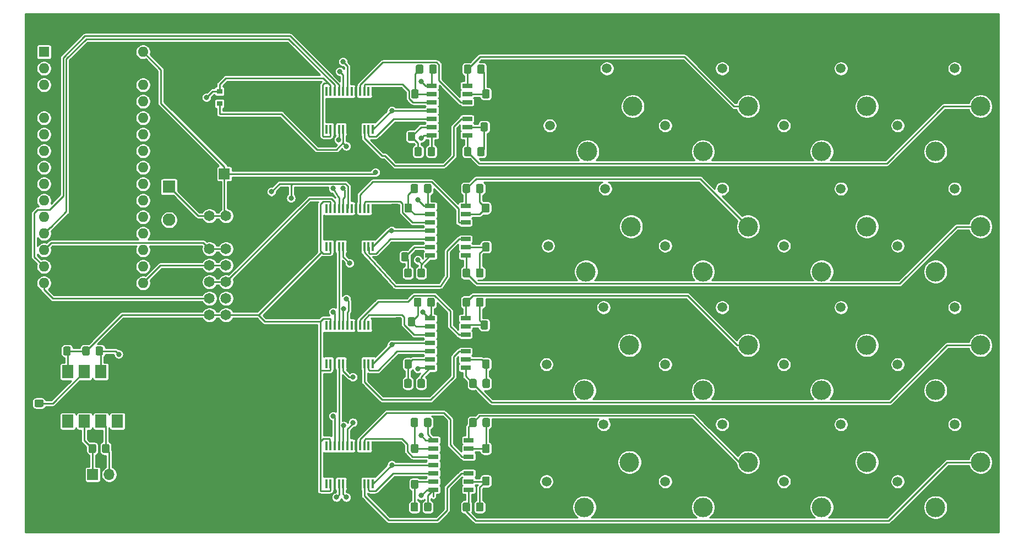
<source format=gbr>
%TF.GenerationSoftware,KiCad,Pcbnew,(5.1.7)-1*%
%TF.CreationDate,2020-10-31T18:56:12+01:00*%
%TF.ProjectId,MidiToCV,4d696469-546f-4435-962e-6b696361645f,rev?*%
%TF.SameCoordinates,Original*%
%TF.FileFunction,Copper,L1,Top*%
%TF.FilePolarity,Positive*%
%FSLAX46Y46*%
G04 Gerber Fmt 4.6, Leading zero omitted, Abs format (unit mm)*
G04 Created by KiCad (PCBNEW (5.1.7)-1) date 2020-10-31 18:56:12*
%MOMM*%
%LPD*%
G01*
G04 APERTURE LIST*
%TA.AperFunction,ComponentPad*%
%ADD10C,1.500000*%
%TD*%
%TA.AperFunction,ComponentPad*%
%ADD11C,3.000000*%
%TD*%
%TA.AperFunction,ComponentPad*%
%ADD12C,1.935000*%
%TD*%
%TA.AperFunction,ComponentPad*%
%ADD13R,1.935000X1.935000*%
%TD*%
%TA.AperFunction,ComponentPad*%
%ADD14O,1.700000X1.700000*%
%TD*%
%TA.AperFunction,ComponentPad*%
%ADD15R,1.700000X1.700000*%
%TD*%
%TA.AperFunction,SMDPad,CuDef*%
%ADD16R,1.780000X2.000000*%
%TD*%
%TA.AperFunction,ComponentPad*%
%ADD17C,1.650000*%
%TD*%
%TA.AperFunction,ComponentPad*%
%ADD18R,1.650000X1.650000*%
%TD*%
%TA.AperFunction,SMDPad,CuDef*%
%ADD19R,0.900000X0.800000*%
%TD*%
%TA.AperFunction,SMDPad,CuDef*%
%ADD20R,0.450000X1.475000*%
%TD*%
%TA.AperFunction,SMDPad,CuDef*%
%ADD21R,5.020000X3.250000*%
%TD*%
%TA.AperFunction,SMDPad,CuDef*%
%ADD22R,1.525000X0.650000*%
%TD*%
%TA.AperFunction,ComponentPad*%
%ADD23O,1.600000X1.600000*%
%TD*%
%TA.AperFunction,ComponentPad*%
%ADD24R,1.600000X1.600000*%
%TD*%
%TA.AperFunction,ViaPad*%
%ADD25C,0.800000*%
%TD*%
%TA.AperFunction,Conductor*%
%ADD26C,0.250000*%
%TD*%
%TA.AperFunction,Conductor*%
%ADD27C,0.254000*%
%TD*%
%TA.AperFunction,Conductor*%
%ADD28C,0.100000*%
%TD*%
G04 APERTURE END LIST*
D10*
%TO.P,J14,5*%
%TO.N,N/C*%
X135540000Y-84070000D03*
D11*
%TO.P,J14,4*%
X141360000Y-88050000D03*
%TO.P,J14,3*%
%TO.N,Net-(J14-Pad3)*%
X148300000Y-81110000D03*
D10*
%TO.P,J14,2*%
%TO.N,N/C*%
X144320000Y-75290000D03*
D11*
%TO.P,J14,1*%
%TO.N,GND*%
X137250000Y-77000000D03*
%TD*%
D10*
%TO.P,J10,5*%
%TO.N,N/C*%
X135540000Y-66070000D03*
D11*
%TO.P,J10,4*%
X141360000Y-70050000D03*
%TO.P,J10,3*%
%TO.N,Net-(J10-Pad3)*%
X148300000Y-63110000D03*
D10*
%TO.P,J10,2*%
%TO.N,N/C*%
X144320000Y-57290000D03*
D11*
%TO.P,J10,1*%
%TO.N,GND*%
X137250000Y-59000000D03*
%TD*%
D10*
%TO.P,J6,5*%
%TO.N,N/C*%
X135540000Y-47820000D03*
D11*
%TO.P,J6,4*%
X141360000Y-51800000D03*
%TO.P,J6,3*%
%TO.N,Net-(J6-Pad3)*%
X148300000Y-44860000D03*
D10*
%TO.P,J6,2*%
%TO.N,N/C*%
X144320000Y-39040000D03*
D11*
%TO.P,J6,1*%
%TO.N,GND*%
X137250000Y-40750000D03*
%TD*%
D10*
%TO.P,J2,5*%
%TO.N,N/C*%
X135540000Y-29320000D03*
D11*
%TO.P,J2,4*%
X141360000Y-33300000D03*
%TO.P,J2,3*%
%TO.N,Net-(J2-Pad3)*%
X148300000Y-26360000D03*
D10*
%TO.P,J2,2*%
%TO.N,N/C*%
X144320000Y-20540000D03*
D11*
%TO.P,J2,1*%
%TO.N,GND*%
X137250000Y-22250000D03*
%TD*%
D10*
%TO.P,J8,5*%
%TO.N,N/C*%
X171290000Y-47820000D03*
D11*
%TO.P,J8,4*%
X177110000Y-51800000D03*
%TO.P,J8,3*%
%TO.N,Net-(J8-Pad3)*%
X184050000Y-44860000D03*
D10*
%TO.P,J8,2*%
%TO.N,N/C*%
X180070000Y-39040000D03*
D11*
%TO.P,J8,1*%
%TO.N,GND*%
X173000000Y-40750000D03*
%TD*%
D10*
%TO.P,J16,5*%
%TO.N,N/C*%
X171290000Y-84070000D03*
D11*
%TO.P,J16,4*%
X177110000Y-88050000D03*
%TO.P,J16,3*%
%TO.N,Net-(J16-Pad3)*%
X184050000Y-81110000D03*
D10*
%TO.P,J16,2*%
%TO.N,N/C*%
X180070000Y-75290000D03*
D11*
%TO.P,J16,1*%
%TO.N,GND*%
X173000000Y-77000000D03*
%TD*%
D10*
%TO.P,J15,5*%
%TO.N,N/C*%
X153790000Y-84070000D03*
D11*
%TO.P,J15,4*%
X159610000Y-88050000D03*
%TO.P,J15,3*%
%TO.N,Net-(J15-Pad3)*%
X166550000Y-81110000D03*
D10*
%TO.P,J15,2*%
%TO.N,N/C*%
X162570000Y-75290000D03*
D11*
%TO.P,J15,1*%
%TO.N,GND*%
X155500000Y-77000000D03*
%TD*%
D10*
%TO.P,J13,5*%
%TO.N,N/C*%
X117290000Y-84070000D03*
D11*
%TO.P,J13,4*%
X123110000Y-88050000D03*
%TO.P,J13,3*%
%TO.N,Net-(J13-Pad3)*%
X130050000Y-81110000D03*
D10*
%TO.P,J13,2*%
%TO.N,N/C*%
X126070000Y-75290000D03*
D11*
%TO.P,J13,1*%
%TO.N,GND*%
X119000000Y-77000000D03*
%TD*%
D10*
%TO.P,J12,5*%
%TO.N,N/C*%
X171290000Y-66070000D03*
D11*
%TO.P,J12,4*%
X177110000Y-70050000D03*
%TO.P,J12,3*%
%TO.N,Net-(J12-Pad3)*%
X184050000Y-63110000D03*
D10*
%TO.P,J12,2*%
%TO.N,N/C*%
X180070000Y-57290000D03*
D11*
%TO.P,J12,1*%
%TO.N,GND*%
X173000000Y-59000000D03*
%TD*%
D10*
%TO.P,J11,5*%
%TO.N,N/C*%
X153790000Y-66070000D03*
D11*
%TO.P,J11,4*%
X159610000Y-70050000D03*
%TO.P,J11,3*%
%TO.N,Net-(J11-Pad3)*%
X166550000Y-63110000D03*
D10*
%TO.P,J11,2*%
%TO.N,N/C*%
X162570000Y-57290000D03*
D11*
%TO.P,J11,1*%
%TO.N,GND*%
X155500000Y-59000000D03*
%TD*%
D10*
%TO.P,J9,5*%
%TO.N,N/C*%
X117290000Y-66070000D03*
D11*
%TO.P,J9,4*%
X123110000Y-70050000D03*
%TO.P,J9,3*%
%TO.N,Net-(J9-Pad3)*%
X130050000Y-63110000D03*
D10*
%TO.P,J9,2*%
%TO.N,N/C*%
X126070000Y-57290000D03*
D11*
%TO.P,J9,1*%
%TO.N,GND*%
X119000000Y-59000000D03*
%TD*%
D10*
%TO.P,J7,5*%
%TO.N,N/C*%
X153790000Y-47820000D03*
D11*
%TO.P,J7,4*%
X159610000Y-51800000D03*
%TO.P,J7,3*%
%TO.N,Net-(J7-Pad3)*%
X166550000Y-44860000D03*
D10*
%TO.P,J7,2*%
%TO.N,N/C*%
X162570000Y-39040000D03*
D11*
%TO.P,J7,1*%
%TO.N,GND*%
X155500000Y-40750000D03*
%TD*%
D10*
%TO.P,J5,5*%
%TO.N,N/C*%
X117540000Y-47820000D03*
D11*
%TO.P,J5,4*%
X123360000Y-51800000D03*
%TO.P,J5,3*%
%TO.N,Net-(J5-Pad3)*%
X130300000Y-44860000D03*
D10*
%TO.P,J5,2*%
%TO.N,N/C*%
X126320000Y-39040000D03*
D11*
%TO.P,J5,1*%
%TO.N,GND*%
X119250000Y-40750000D03*
%TD*%
D10*
%TO.P,J4,5*%
%TO.N,N/C*%
X171290000Y-29320000D03*
D11*
%TO.P,J4,4*%
X177110000Y-33300000D03*
%TO.P,J4,3*%
%TO.N,Net-(J4-Pad3)*%
X184050000Y-26360000D03*
D10*
%TO.P,J4,2*%
%TO.N,N/C*%
X180070000Y-20540000D03*
D11*
%TO.P,J4,1*%
%TO.N,GND*%
X173000000Y-22250000D03*
%TD*%
D10*
%TO.P,J1,5*%
%TO.N,N/C*%
X117790000Y-29320000D03*
D11*
%TO.P,J1,4*%
X123610000Y-33300000D03*
%TO.P,J1,3*%
%TO.N,Net-(J1-Pad3)*%
X130550000Y-26360000D03*
D10*
%TO.P,J1,2*%
%TO.N,N/C*%
X126570000Y-20540000D03*
D11*
%TO.P,J1,1*%
%TO.N,GND*%
X119500000Y-22250000D03*
%TD*%
D10*
%TO.P,J3,5*%
%TO.N,N/C*%
X153790000Y-29320000D03*
D11*
%TO.P,J3,4*%
X159610000Y-33300000D03*
%TO.P,J3,3*%
%TO.N,Net-(J3-Pad3)*%
X166550000Y-26360000D03*
D10*
%TO.P,J3,2*%
%TO.N,N/C*%
X162570000Y-20540000D03*
D11*
%TO.P,J3,1*%
%TO.N,GND*%
X155500000Y-22250000D03*
%TD*%
D12*
%TO.P,Q1,3*%
%TO.N,+5V*%
X59250000Y-43830000D03*
%TO.P,Q1,2*%
%TO.N,GND*%
X59250000Y-41290000D03*
D13*
%TO.P,Q1,1*%
%TO.N,+12V*%
X59250000Y-38750000D03*
%TD*%
D14*
%TO.P,J19,2*%
%TO.N,GND*%
X65210000Y-36750000D03*
D15*
%TO.P,J19,1*%
%TO.N,+12V*%
X67750000Y-36750000D03*
%TD*%
D16*
%TO.P,U4,8*%
%TO.N,+5V*%
X43690000Y-67190000D03*
%TO.P,U4,4*%
%TO.N,N/C*%
X51310000Y-74810000D03*
%TO.P,U4,7*%
%TO.N,Net-(R33-Pad1)*%
X46230000Y-67190000D03*
%TO.P,U4,3*%
%TO.N,Net-(D1-Pad2)*%
X48770000Y-74810000D03*
%TO.P,U4,6*%
%TO.N,Net-(A1-Pad2)*%
X48770000Y-67190000D03*
%TO.P,U4,2*%
%TO.N,Net-(D1-Pad1)*%
X46230000Y-74810000D03*
%TO.P,U4,5*%
%TO.N,GND*%
X51310000Y-67190000D03*
%TO.P,U4,1*%
%TO.N,N/C*%
X43690000Y-74810000D03*
%TD*%
%TO.P,R34,2*%
%TO.N,+5V*%
%TA.AperFunction,SMDPad,CuDef*%
G36*
G01*
X47050000Y-63549999D02*
X47050000Y-64450001D01*
G75*
G02*
X46800001Y-64700000I-249999J0D01*
G01*
X46149999Y-64700000D01*
G75*
G02*
X45900000Y-64450001I0J249999D01*
G01*
X45900000Y-63549999D01*
G75*
G02*
X46149999Y-63300000I249999J0D01*
G01*
X46800001Y-63300000D01*
G75*
G02*
X47050000Y-63549999I0J-249999D01*
G01*
G37*
%TD.AperFunction*%
%TO.P,R34,1*%
%TO.N,Net-(A1-Pad2)*%
%TA.AperFunction,SMDPad,CuDef*%
G36*
G01*
X49100000Y-63549999D02*
X49100000Y-64450001D01*
G75*
G02*
X48850001Y-64700000I-249999J0D01*
G01*
X48199999Y-64700000D01*
G75*
G02*
X47950000Y-64450001I0J249999D01*
G01*
X47950000Y-63549999D01*
G75*
G02*
X48199999Y-63300000I249999J0D01*
G01*
X48850001Y-63300000D01*
G75*
G02*
X49100000Y-63549999I0J-249999D01*
G01*
G37*
%TD.AperFunction*%
%TD*%
%TO.P,R33,2*%
%TO.N,GND*%
%TA.AperFunction,SMDPad,CuDef*%
G36*
G01*
X39700001Y-70575000D02*
X38799999Y-70575000D01*
G75*
G02*
X38550000Y-70325001I0J249999D01*
G01*
X38550000Y-69674999D01*
G75*
G02*
X38799999Y-69425000I249999J0D01*
G01*
X39700001Y-69425000D01*
G75*
G02*
X39950000Y-69674999I0J-249999D01*
G01*
X39950000Y-70325001D01*
G75*
G02*
X39700001Y-70575000I-249999J0D01*
G01*
G37*
%TD.AperFunction*%
%TO.P,R33,1*%
%TO.N,Net-(R33-Pad1)*%
%TA.AperFunction,SMDPad,CuDef*%
G36*
G01*
X39700001Y-72625000D02*
X38799999Y-72625000D01*
G75*
G02*
X38550000Y-72375001I0J249999D01*
G01*
X38550000Y-71724999D01*
G75*
G02*
X38799999Y-71475000I249999J0D01*
G01*
X39700001Y-71475000D01*
G75*
G02*
X39950000Y-71724999I0J-249999D01*
G01*
X39950000Y-72375001D01*
G75*
G02*
X39700001Y-72625000I-249999J0D01*
G01*
G37*
%TD.AperFunction*%
%TD*%
D14*
%TO.P,J18,2*%
%TO.N,Net-(D1-Pad2)*%
X50040000Y-83000000D03*
D15*
%TO.P,J18,1*%
%TO.N,Net-(D1-Pad1)*%
X47500000Y-83000000D03*
%TD*%
D17*
%TO.P,J17,16*%
%TO.N,+12V*%
X65460000Y-43220000D03*
%TO.P,J17,15*%
X68000000Y-43220000D03*
%TO.P,J17,14*%
%TO.N,GND*%
X65460000Y-45760000D03*
%TO.P,J17,13*%
X68000000Y-45760000D03*
%TO.P,J17,12*%
%TO.N,/Sheet5FA40E10/_SYNC*%
X65460000Y-48300000D03*
%TO.P,J17,11*%
X68000000Y-48300000D03*
%TO.P,J17,10*%
%TO.N,/Sheet5FA40E10/SCLK*%
X65460000Y-50840000D03*
%TO.P,J17,9*%
X68000000Y-50840000D03*
%TO.P,J17,8*%
%TO.N,/sheet5FC111E9/_LDAC*%
X65460000Y-53380000D03*
%TO.P,J17,7*%
X68000000Y-53380000D03*
%TO.P,J17,6*%
%TO.N,Net-(A1-Pad15)*%
X65460000Y-55920000D03*
%TO.P,J17,5*%
%TO.N,/sheet5FC12A8E/SDO*%
X68000000Y-55920000D03*
%TO.P,J17,4*%
%TO.N,+5V*%
X65460000Y-58460000D03*
%TO.P,J17,3*%
X68000000Y-58460000D03*
%TO.P,J17,2*%
%TO.N,GND*%
X65460000Y-61000000D03*
D18*
%TO.P,J17,1*%
X68000000Y-61000000D03*
%TD*%
%TO.P,D1,2*%
%TO.N,Net-(D1-Pad2)*%
%TA.AperFunction,SMDPad,CuDef*%
G36*
G01*
X48925000Y-79450001D02*
X48925000Y-78549999D01*
G75*
G02*
X49174999Y-78300000I249999J0D01*
G01*
X49825001Y-78300000D01*
G75*
G02*
X50075000Y-78549999I0J-249999D01*
G01*
X50075000Y-79450001D01*
G75*
G02*
X49825001Y-79700000I-249999J0D01*
G01*
X49174999Y-79700000D01*
G75*
G02*
X48925000Y-79450001I0J249999D01*
G01*
G37*
%TD.AperFunction*%
%TO.P,D1,1*%
%TO.N,Net-(D1-Pad1)*%
%TA.AperFunction,SMDPad,CuDef*%
G36*
G01*
X46875000Y-79450001D02*
X46875000Y-78549999D01*
G75*
G02*
X47124999Y-78300000I249999J0D01*
G01*
X47775001Y-78300000D01*
G75*
G02*
X48025000Y-78549999I0J-249999D01*
G01*
X48025000Y-79450001D01*
G75*
G02*
X47775001Y-79700000I-249999J0D01*
G01*
X47124999Y-79700000D01*
G75*
G02*
X46875000Y-79450001I0J249999D01*
G01*
G37*
%TD.AperFunction*%
%TD*%
%TO.P,C1,2*%
%TO.N,+5V*%
%TA.AperFunction,SMDPad,CuDef*%
G36*
G01*
X42975000Y-64450001D02*
X42975000Y-63549999D01*
G75*
G02*
X43224999Y-63300000I249999J0D01*
G01*
X43875001Y-63300000D01*
G75*
G02*
X44125000Y-63549999I0J-249999D01*
G01*
X44125000Y-64450001D01*
G75*
G02*
X43875001Y-64700000I-249999J0D01*
G01*
X43224999Y-64700000D01*
G75*
G02*
X42975000Y-64450001I0J249999D01*
G01*
G37*
%TD.AperFunction*%
%TO.P,C1,1*%
%TO.N,GND*%
%TA.AperFunction,SMDPad,CuDef*%
G36*
G01*
X40925000Y-64450001D02*
X40925000Y-63549999D01*
G75*
G02*
X41174999Y-63300000I249999J0D01*
G01*
X41825001Y-63300000D01*
G75*
G02*
X42075000Y-63549999I0J-249999D01*
G01*
X42075000Y-64450001D01*
G75*
G02*
X41825001Y-64700000I-249999J0D01*
G01*
X41174999Y-64700000D01*
G75*
G02*
X40925000Y-64450001I0J249999D01*
G01*
G37*
%TD.AperFunction*%
%TD*%
D19*
%TO.P,U2,3*%
%TO.N,GND*%
X69000000Y-25000000D03*
%TO.P,U2,2*%
%TO.N,/Sheet5FA40E10/2.5Vref*%
X67000000Y-25950000D03*
%TO.P,U2,1*%
%TO.N,+5V*%
X67000000Y-24050000D03*
%TD*%
D20*
%TO.P,IC4,1*%
%TO.N,GND*%
X90575000Y-78562000D03*
%TO.P,IC4,2*%
%TO.N,N/C*%
X89925000Y-78562000D03*
%TO.P,IC4,3*%
%TO.N,Net-(IC4-Pad3)*%
X89275000Y-78562000D03*
%TO.P,IC4,4*%
%TO.N,Net-(IC4-Pad4)*%
X88625000Y-78562000D03*
%TO.P,IC4,5*%
%TO.N,GND*%
X87975000Y-78562000D03*
%TO.P,IC4,6*%
%TO.N,N/C*%
X87325000Y-78562000D03*
%TO.P,IC4,7*%
%TO.N,/Sheet5FA40E10/_SYNC*%
X86675000Y-78562000D03*
%TO.P,IC4,8*%
%TO.N,/Sheet5FA40E10/SCLK*%
X86025000Y-78562000D03*
%TO.P,IC4,9*%
%TO.N,/sheet5FC12A8E/SDIN*%
X85375000Y-78562000D03*
%TO.P,IC4,10*%
%TO.N,/sheet5FC111E9/_LDAC*%
X84725000Y-78562000D03*
%TO.P,IC4,11*%
%TO.N,+5V*%
X84075000Y-78562000D03*
%TO.P,IC4,12*%
%TO.N,N/C*%
X83425000Y-78562000D03*
%TO.P,IC4,13*%
X83425000Y-84438000D03*
%TO.P,IC4,14*%
%TO.N,+5V*%
X84075000Y-84438000D03*
%TO.P,IC4,15*%
%TO.N,GND*%
X84725000Y-84438000D03*
%TO.P,IC4,16*%
%TO.N,/sheet5FC12A8E/SDO*%
X85375000Y-84438000D03*
%TO.P,IC4,17*%
%TO.N,/Sheet5FA40E10/2.5Vref*%
X86025000Y-84438000D03*
%TO.P,IC4,18*%
%TO.N,GND*%
X86675000Y-84438000D03*
%TO.P,IC4,19*%
X87325000Y-84438000D03*
%TO.P,IC4,20*%
X87975000Y-84438000D03*
%TO.P,IC4,21*%
X88625000Y-84438000D03*
%TO.P,IC4,22*%
%TO.N,Net-(IC4-Pad22)*%
X89275000Y-84438000D03*
%TO.P,IC4,23*%
%TO.N,Net-(IC4-Pad23)*%
X89925000Y-84438000D03*
%TO.P,IC4,24*%
%TO.N,+12V*%
X90575000Y-84438000D03*
D21*
%TO.P,IC4,25*%
%TO.N,GND*%
X87000000Y-81500000D03*
%TD*%
D20*
%TO.P,IC3,1*%
%TO.N,GND*%
X90575000Y-60062000D03*
%TO.P,IC3,2*%
%TO.N,N/C*%
X89925000Y-60062000D03*
%TO.P,IC3,3*%
%TO.N,Net-(IC3-Pad3)*%
X89275000Y-60062000D03*
%TO.P,IC3,4*%
%TO.N,Net-(IC3-Pad4)*%
X88625000Y-60062000D03*
%TO.P,IC3,5*%
%TO.N,GND*%
X87975000Y-60062000D03*
%TO.P,IC3,6*%
%TO.N,N/C*%
X87325000Y-60062000D03*
%TO.P,IC3,7*%
%TO.N,/Sheet5FA40E10/_SYNC*%
X86675000Y-60062000D03*
%TO.P,IC3,8*%
%TO.N,/Sheet5FA40E10/SCLK*%
X86025000Y-60062000D03*
%TO.P,IC3,9*%
%TO.N,/sheet5FC11E8A/SDIN*%
X85375000Y-60062000D03*
%TO.P,IC3,10*%
%TO.N,/sheet5FC111E9/_LDAC*%
X84725000Y-60062000D03*
%TO.P,IC3,11*%
%TO.N,+5V*%
X84075000Y-60062000D03*
%TO.P,IC3,12*%
%TO.N,N/C*%
X83425000Y-60062000D03*
%TO.P,IC3,13*%
X83425000Y-65938000D03*
%TO.P,IC3,14*%
%TO.N,+5V*%
X84075000Y-65938000D03*
%TO.P,IC3,15*%
%TO.N,GND*%
X84725000Y-65938000D03*
%TO.P,IC3,16*%
%TO.N,/sheet5FC12A8E/SDIN*%
X85375000Y-65938000D03*
%TO.P,IC3,17*%
%TO.N,/Sheet5FA40E10/2.5Vref*%
X86025000Y-65938000D03*
%TO.P,IC3,18*%
%TO.N,GND*%
X86675000Y-65938000D03*
%TO.P,IC3,19*%
X87325000Y-65938000D03*
%TO.P,IC3,20*%
X87975000Y-65938000D03*
%TO.P,IC3,21*%
X88625000Y-65938000D03*
%TO.P,IC3,22*%
%TO.N,Net-(IC3-Pad22)*%
X89275000Y-65938000D03*
%TO.P,IC3,23*%
%TO.N,Net-(IC3-Pad23)*%
X89925000Y-65938000D03*
%TO.P,IC3,24*%
%TO.N,+12V*%
X90575000Y-65938000D03*
D21*
%TO.P,IC3,25*%
%TO.N,GND*%
X87000000Y-63000000D03*
%TD*%
D20*
%TO.P,IC2,1*%
%TO.N,GND*%
X90575000Y-42062000D03*
%TO.P,IC2,2*%
%TO.N,N/C*%
X89925000Y-42062000D03*
%TO.P,IC2,3*%
%TO.N,Net-(IC2-Pad3)*%
X89275000Y-42062000D03*
%TO.P,IC2,4*%
%TO.N,Net-(IC2-Pad4)*%
X88625000Y-42062000D03*
%TO.P,IC2,5*%
%TO.N,GND*%
X87975000Y-42062000D03*
%TO.P,IC2,6*%
%TO.N,N/C*%
X87325000Y-42062000D03*
%TO.P,IC2,7*%
%TO.N,/Sheet5FA40E10/_SYNC*%
X86675000Y-42062000D03*
%TO.P,IC2,8*%
%TO.N,/Sheet5FA40E10/SCLK*%
X86025000Y-42062000D03*
%TO.P,IC2,9*%
%TO.N,/sheet5FC111E9/SDIN*%
X85375000Y-42062000D03*
%TO.P,IC2,10*%
%TO.N,/sheet5FC111E9/_LDAC*%
X84725000Y-42062000D03*
%TO.P,IC2,11*%
%TO.N,+5V*%
X84075000Y-42062000D03*
%TO.P,IC2,12*%
%TO.N,N/C*%
X83425000Y-42062000D03*
%TO.P,IC2,13*%
X83425000Y-47938000D03*
%TO.P,IC2,14*%
%TO.N,+5V*%
X84075000Y-47938000D03*
%TO.P,IC2,15*%
%TO.N,GND*%
X84725000Y-47938000D03*
%TO.P,IC2,16*%
%TO.N,/sheet5FC11E8A/SDIN*%
X85375000Y-47938000D03*
%TO.P,IC2,17*%
%TO.N,/Sheet5FA40E10/2.5Vref*%
X86025000Y-47938000D03*
%TO.P,IC2,18*%
%TO.N,GND*%
X86675000Y-47938000D03*
%TO.P,IC2,19*%
X87325000Y-47938000D03*
%TO.P,IC2,20*%
X87975000Y-47938000D03*
%TO.P,IC2,21*%
X88625000Y-47938000D03*
%TO.P,IC2,22*%
%TO.N,Net-(IC2-Pad22)*%
X89275000Y-47938000D03*
%TO.P,IC2,23*%
%TO.N,Net-(IC2-Pad23)*%
X89925000Y-47938000D03*
%TO.P,IC2,24*%
%TO.N,+12V*%
X90575000Y-47938000D03*
D21*
%TO.P,IC2,25*%
%TO.N,GND*%
X87000000Y-45000000D03*
%TD*%
D20*
%TO.P,IC1,1*%
%TO.N,GND*%
X90575000Y-24062000D03*
%TO.P,IC1,2*%
%TO.N,N/C*%
X89925000Y-24062000D03*
%TO.P,IC1,3*%
%TO.N,Net-(IC1-Pad3)*%
X89275000Y-24062000D03*
%TO.P,IC1,4*%
%TO.N,Net-(IC1-Pad4)*%
X88625000Y-24062000D03*
%TO.P,IC1,5*%
%TO.N,GND*%
X87975000Y-24062000D03*
%TO.P,IC1,6*%
%TO.N,N/C*%
X87325000Y-24062000D03*
%TO.P,IC1,7*%
%TO.N,/Sheet5FA40E10/_SYNC*%
X86675000Y-24062000D03*
%TO.P,IC1,8*%
%TO.N,/Sheet5FA40E10/SCLK*%
X86025000Y-24062000D03*
%TO.P,IC1,9*%
%TO.N,/Sheet5FA40E10/SDIN*%
X85375000Y-24062000D03*
%TO.P,IC1,10*%
%TO.N,/Sheet5FA40E10/_LDAC*%
X84725000Y-24062000D03*
%TO.P,IC1,11*%
%TO.N,+5V*%
X84075000Y-24062000D03*
%TO.P,IC1,12*%
%TO.N,N/C*%
X83425000Y-24062000D03*
%TO.P,IC1,13*%
X83425000Y-29938000D03*
%TO.P,IC1,14*%
%TO.N,+5V*%
X84075000Y-29938000D03*
%TO.P,IC1,15*%
%TO.N,GND*%
X84725000Y-29938000D03*
%TO.P,IC1,16*%
%TO.N,/sheet5FC111E9/SDIN*%
X85375000Y-29938000D03*
%TO.P,IC1,17*%
%TO.N,/Sheet5FA40E10/2.5Vref*%
X86025000Y-29938000D03*
%TO.P,IC1,18*%
%TO.N,GND*%
X86675000Y-29938000D03*
%TO.P,IC1,19*%
X87325000Y-29938000D03*
%TO.P,IC1,20*%
X87975000Y-29938000D03*
%TO.P,IC1,21*%
X88625000Y-29938000D03*
%TO.P,IC1,22*%
%TO.N,Net-(IC1-Pad22)*%
X89275000Y-29938000D03*
%TO.P,IC1,23*%
%TO.N,Net-(IC1-Pad23)*%
X89925000Y-29938000D03*
%TO.P,IC1,24*%
%TO.N,+12V*%
X90575000Y-29938000D03*
D21*
%TO.P,IC1,25*%
%TO.N,GND*%
X87000000Y-27000000D03*
%TD*%
D22*
%TO.P,U7,1*%
%TO.N,Net-(J13-Pad3)*%
X99893000Y-77705000D03*
%TO.P,U7,2*%
%TO.N,Net-(R26-Pad2)*%
X99893000Y-78975000D03*
%TO.P,U7,3*%
%TO.N,Net-(IC4-Pad3)*%
X99893000Y-80245000D03*
%TO.P,U7,4*%
%TO.N,+12V*%
X99893000Y-81515000D03*
%TO.P,U7,5*%
%TO.N,Net-(IC4-Pad23)*%
X99893000Y-82785000D03*
%TO.P,U7,6*%
%TO.N,Net-(R25-Pad1)*%
X99893000Y-84055000D03*
%TO.P,U7,7*%
%TO.N,Net-(J15-Pad3)*%
X99893000Y-85325000D03*
%TO.P,U7,8*%
%TO.N,Net-(J16-Pad3)*%
X105317000Y-85325000D03*
%TO.P,U7,9*%
%TO.N,Net-(R30-Pad2)*%
X105317000Y-84055000D03*
%TO.P,U7,10*%
%TO.N,Net-(IC4-Pad22)*%
X105317000Y-82785000D03*
%TO.P,U7,11*%
%TO.N,GND*%
X105317000Y-81515000D03*
%TO.P,U7,12*%
%TO.N,Net-(IC4-Pad4)*%
X105317000Y-80245000D03*
%TO.P,U7,13*%
%TO.N,Net-(R29-Pad1)*%
X105317000Y-78975000D03*
%TO.P,U7,14*%
%TO.N,Net-(J14-Pad3)*%
X105317000Y-77705000D03*
%TD*%
%TO.P,U5,1*%
%TO.N,Net-(J9-Pad3)*%
X99413000Y-58975000D03*
%TO.P,U5,2*%
%TO.N,Net-(R18-Pad2)*%
X99413000Y-60245000D03*
%TO.P,U5,3*%
%TO.N,Net-(IC3-Pad3)*%
X99413000Y-61515000D03*
%TO.P,U5,4*%
%TO.N,+12V*%
X99413000Y-62785000D03*
%TO.P,U5,5*%
%TO.N,Net-(IC3-Pad23)*%
X99413000Y-64055000D03*
%TO.P,U5,6*%
%TO.N,Net-(R17-Pad1)*%
X99413000Y-65325000D03*
%TO.P,U5,7*%
%TO.N,Net-(J11-Pad3)*%
X99413000Y-66595000D03*
%TO.P,U5,8*%
%TO.N,Net-(J12-Pad3)*%
X104837000Y-66595000D03*
%TO.P,U5,9*%
%TO.N,Net-(R22-Pad2)*%
X104837000Y-65325000D03*
%TO.P,U5,10*%
%TO.N,Net-(IC3-Pad22)*%
X104837000Y-64055000D03*
%TO.P,U5,11*%
%TO.N,GND*%
X104837000Y-62785000D03*
%TO.P,U5,12*%
%TO.N,Net-(IC3-Pad4)*%
X104837000Y-61515000D03*
%TO.P,U5,13*%
%TO.N,Net-(R21-Pad1)*%
X104837000Y-60245000D03*
%TO.P,U5,14*%
%TO.N,Net-(J10-Pad3)*%
X104837000Y-58975000D03*
%TD*%
%TO.P,U3,1*%
%TO.N,Net-(J5-Pad3)*%
X99413000Y-41705000D03*
%TO.P,U3,2*%
%TO.N,Net-(R10-Pad2)*%
X99413000Y-42975000D03*
%TO.P,U3,3*%
%TO.N,Net-(IC2-Pad3)*%
X99413000Y-44245000D03*
%TO.P,U3,4*%
%TO.N,+12V*%
X99413000Y-45515000D03*
%TO.P,U3,5*%
%TO.N,Net-(IC2-Pad23)*%
X99413000Y-46785000D03*
%TO.P,U3,6*%
%TO.N,Net-(R11-Pad2)*%
X99413000Y-48055000D03*
%TO.P,U3,7*%
%TO.N,Net-(J7-Pad3)*%
X99413000Y-49325000D03*
%TO.P,U3,8*%
%TO.N,Net-(J8-Pad3)*%
X104837000Y-49325000D03*
%TO.P,U3,9*%
%TO.N,Net-(R14-Pad2)*%
X104837000Y-48055000D03*
%TO.P,U3,10*%
%TO.N,Net-(IC2-Pad22)*%
X104837000Y-46785000D03*
%TO.P,U3,11*%
%TO.N,GND*%
X104837000Y-45515000D03*
%TO.P,U3,12*%
%TO.N,Net-(IC2-Pad4)*%
X104837000Y-44245000D03*
%TO.P,U3,13*%
%TO.N,Net-(R13-Pad1)*%
X104837000Y-42975000D03*
%TO.P,U3,14*%
%TO.N,Net-(J6-Pad3)*%
X104837000Y-41705000D03*
%TD*%
%TO.P,R32,2*%
%TO.N,Net-(R30-Pad2)*%
%TA.AperFunction,SMDPad,CuDef*%
G36*
G01*
X108550000Y-83549999D02*
X108550000Y-84450001D01*
G75*
G02*
X108300001Y-84700000I-249999J0D01*
G01*
X107649999Y-84700000D01*
G75*
G02*
X107400000Y-84450001I0J249999D01*
G01*
X107400000Y-83549999D01*
G75*
G02*
X107649999Y-83300000I249999J0D01*
G01*
X108300001Y-83300000D01*
G75*
G02*
X108550000Y-83549999I0J-249999D01*
G01*
G37*
%TD.AperFunction*%
%TO.P,R32,1*%
%TO.N,GND*%
%TA.AperFunction,SMDPad,CuDef*%
G36*
G01*
X110600000Y-83549999D02*
X110600000Y-84450001D01*
G75*
G02*
X110350001Y-84700000I-249999J0D01*
G01*
X109699999Y-84700000D01*
G75*
G02*
X109450000Y-84450001I0J249999D01*
G01*
X109450000Y-83549999D01*
G75*
G02*
X109699999Y-83300000I249999J0D01*
G01*
X110350001Y-83300000D01*
G75*
G02*
X110600000Y-83549999I0J-249999D01*
G01*
G37*
%TD.AperFunction*%
%TD*%
%TO.P,R31,2*%
%TO.N,GND*%
%TA.AperFunction,SMDPad,CuDef*%
G36*
G01*
X109450000Y-79450001D02*
X109450000Y-78549999D01*
G75*
G02*
X109699999Y-78300000I249999J0D01*
G01*
X110350001Y-78300000D01*
G75*
G02*
X110600000Y-78549999I0J-249999D01*
G01*
X110600000Y-79450001D01*
G75*
G02*
X110350001Y-79700000I-249999J0D01*
G01*
X109699999Y-79700000D01*
G75*
G02*
X109450000Y-79450001I0J249999D01*
G01*
G37*
%TD.AperFunction*%
%TO.P,R31,1*%
%TO.N,Net-(R29-Pad1)*%
%TA.AperFunction,SMDPad,CuDef*%
G36*
G01*
X107400000Y-79450001D02*
X107400000Y-78549999D01*
G75*
G02*
X107649999Y-78300000I249999J0D01*
G01*
X108300001Y-78300000D01*
G75*
G02*
X108550000Y-78549999I0J-249999D01*
G01*
X108550000Y-79450001D01*
G75*
G02*
X108300001Y-79700000I-249999J0D01*
G01*
X107649999Y-79700000D01*
G75*
G02*
X107400000Y-79450001I0J249999D01*
G01*
G37*
%TD.AperFunction*%
%TD*%
%TO.P,R30,2*%
%TO.N,Net-(R30-Pad2)*%
%TA.AperFunction,SMDPad,CuDef*%
G36*
G01*
X106450000Y-88450001D02*
X106450000Y-87549999D01*
G75*
G02*
X106699999Y-87300000I249999J0D01*
G01*
X107350001Y-87300000D01*
G75*
G02*
X107600000Y-87549999I0J-249999D01*
G01*
X107600000Y-88450001D01*
G75*
G02*
X107350001Y-88700000I-249999J0D01*
G01*
X106699999Y-88700000D01*
G75*
G02*
X106450000Y-88450001I0J249999D01*
G01*
G37*
%TD.AperFunction*%
%TO.P,R30,1*%
%TO.N,Net-(J16-Pad3)*%
%TA.AperFunction,SMDPad,CuDef*%
G36*
G01*
X104400000Y-88450001D02*
X104400000Y-87549999D01*
G75*
G02*
X104649999Y-87300000I249999J0D01*
G01*
X105300001Y-87300000D01*
G75*
G02*
X105550000Y-87549999I0J-249999D01*
G01*
X105550000Y-88450001D01*
G75*
G02*
X105300001Y-88700000I-249999J0D01*
G01*
X104649999Y-88700000D01*
G75*
G02*
X104400000Y-88450001I0J249999D01*
G01*
G37*
%TD.AperFunction*%
%TD*%
%TO.P,R29,2*%
%TO.N,Net-(J14-Pad3)*%
%TA.AperFunction,SMDPad,CuDef*%
G36*
G01*
X106550000Y-74549999D02*
X106550000Y-75450001D01*
G75*
G02*
X106300001Y-75700000I-249999J0D01*
G01*
X105649999Y-75700000D01*
G75*
G02*
X105400000Y-75450001I0J249999D01*
G01*
X105400000Y-74549999D01*
G75*
G02*
X105649999Y-74300000I249999J0D01*
G01*
X106300001Y-74300000D01*
G75*
G02*
X106550000Y-74549999I0J-249999D01*
G01*
G37*
%TD.AperFunction*%
%TO.P,R29,1*%
%TO.N,Net-(R29-Pad1)*%
%TA.AperFunction,SMDPad,CuDef*%
G36*
G01*
X108600000Y-74549999D02*
X108600000Y-75450001D01*
G75*
G02*
X108350001Y-75700000I-249999J0D01*
G01*
X107699999Y-75700000D01*
G75*
G02*
X107450000Y-75450001I0J249999D01*
G01*
X107450000Y-74549999D01*
G75*
G02*
X107699999Y-74300000I249999J0D01*
G01*
X108350001Y-74300000D01*
G75*
G02*
X108600000Y-74549999I0J-249999D01*
G01*
G37*
%TD.AperFunction*%
%TD*%
%TO.P,R28,2*%
%TO.N,Net-(J13-Pad3)*%
%TA.AperFunction,SMDPad,CuDef*%
G36*
G01*
X98450000Y-75450001D02*
X98450000Y-74549999D01*
G75*
G02*
X98699999Y-74300000I249999J0D01*
G01*
X99350001Y-74300000D01*
G75*
G02*
X99600000Y-74549999I0J-249999D01*
G01*
X99600000Y-75450001D01*
G75*
G02*
X99350001Y-75700000I-249999J0D01*
G01*
X98699999Y-75700000D01*
G75*
G02*
X98450000Y-75450001I0J249999D01*
G01*
G37*
%TD.AperFunction*%
%TO.P,R28,1*%
%TO.N,Net-(R26-Pad2)*%
%TA.AperFunction,SMDPad,CuDef*%
G36*
G01*
X96400000Y-75450001D02*
X96400000Y-74549999D01*
G75*
G02*
X96649999Y-74300000I249999J0D01*
G01*
X97300001Y-74300000D01*
G75*
G02*
X97550000Y-74549999I0J-249999D01*
G01*
X97550000Y-75450001D01*
G75*
G02*
X97300001Y-75700000I-249999J0D01*
G01*
X96649999Y-75700000D01*
G75*
G02*
X96400000Y-75450001I0J249999D01*
G01*
G37*
%TD.AperFunction*%
%TD*%
%TO.P,R27,2*%
%TO.N,Net-(R25-Pad1)*%
%TA.AperFunction,SMDPad,CuDef*%
G36*
G01*
X97550000Y-87549999D02*
X97550000Y-88450001D01*
G75*
G02*
X97300001Y-88700000I-249999J0D01*
G01*
X96649999Y-88700000D01*
G75*
G02*
X96400000Y-88450001I0J249999D01*
G01*
X96400000Y-87549999D01*
G75*
G02*
X96649999Y-87300000I249999J0D01*
G01*
X97300001Y-87300000D01*
G75*
G02*
X97550000Y-87549999I0J-249999D01*
G01*
G37*
%TD.AperFunction*%
%TO.P,R27,1*%
%TO.N,Net-(J15-Pad3)*%
%TA.AperFunction,SMDPad,CuDef*%
G36*
G01*
X99600000Y-87549999D02*
X99600000Y-88450001D01*
G75*
G02*
X99350001Y-88700000I-249999J0D01*
G01*
X98699999Y-88700000D01*
G75*
G02*
X98450000Y-88450001I0J249999D01*
G01*
X98450000Y-87549999D01*
G75*
G02*
X98699999Y-87300000I249999J0D01*
G01*
X99350001Y-87300000D01*
G75*
G02*
X99600000Y-87549999I0J-249999D01*
G01*
G37*
%TD.AperFunction*%
%TD*%
%TO.P,R26,2*%
%TO.N,Net-(R26-Pad2)*%
%TA.AperFunction,SMDPad,CuDef*%
G36*
G01*
X96450000Y-79450001D02*
X96450000Y-78549999D01*
G75*
G02*
X96699999Y-78300000I249999J0D01*
G01*
X97350001Y-78300000D01*
G75*
G02*
X97600000Y-78549999I0J-249999D01*
G01*
X97600000Y-79450001D01*
G75*
G02*
X97350001Y-79700000I-249999J0D01*
G01*
X96699999Y-79700000D01*
G75*
G02*
X96450000Y-79450001I0J249999D01*
G01*
G37*
%TD.AperFunction*%
%TO.P,R26,1*%
%TO.N,GND*%
%TA.AperFunction,SMDPad,CuDef*%
G36*
G01*
X94400000Y-79450001D02*
X94400000Y-78549999D01*
G75*
G02*
X94649999Y-78300000I249999J0D01*
G01*
X95300001Y-78300000D01*
G75*
G02*
X95550000Y-78549999I0J-249999D01*
G01*
X95550000Y-79450001D01*
G75*
G02*
X95300001Y-79700000I-249999J0D01*
G01*
X94649999Y-79700000D01*
G75*
G02*
X94400000Y-79450001I0J249999D01*
G01*
G37*
%TD.AperFunction*%
%TD*%
%TO.P,R25,2*%
%TO.N,GND*%
%TA.AperFunction,SMDPad,CuDef*%
G36*
G01*
X95550000Y-84049999D02*
X95550000Y-84950001D01*
G75*
G02*
X95300001Y-85200000I-249999J0D01*
G01*
X94649999Y-85200000D01*
G75*
G02*
X94400000Y-84950001I0J249999D01*
G01*
X94400000Y-84049999D01*
G75*
G02*
X94649999Y-83800000I249999J0D01*
G01*
X95300001Y-83800000D01*
G75*
G02*
X95550000Y-84049999I0J-249999D01*
G01*
G37*
%TD.AperFunction*%
%TO.P,R25,1*%
%TO.N,Net-(R25-Pad1)*%
%TA.AperFunction,SMDPad,CuDef*%
G36*
G01*
X97600000Y-84049999D02*
X97600000Y-84950001D01*
G75*
G02*
X97350001Y-85200000I-249999J0D01*
G01*
X96699999Y-85200000D01*
G75*
G02*
X96450000Y-84950001I0J249999D01*
G01*
X96450000Y-84049999D01*
G75*
G02*
X96699999Y-83800000I249999J0D01*
G01*
X97350001Y-83800000D01*
G75*
G02*
X97600000Y-84049999I0J-249999D01*
G01*
G37*
%TD.AperFunction*%
%TD*%
%TO.P,R24,2*%
%TO.N,Net-(R22-Pad2)*%
%TA.AperFunction,SMDPad,CuDef*%
G36*
G01*
X108550000Y-65549999D02*
X108550000Y-66450001D01*
G75*
G02*
X108300001Y-66700000I-249999J0D01*
G01*
X107649999Y-66700000D01*
G75*
G02*
X107400000Y-66450001I0J249999D01*
G01*
X107400000Y-65549999D01*
G75*
G02*
X107649999Y-65300000I249999J0D01*
G01*
X108300001Y-65300000D01*
G75*
G02*
X108550000Y-65549999I0J-249999D01*
G01*
G37*
%TD.AperFunction*%
%TO.P,R24,1*%
%TO.N,GND*%
%TA.AperFunction,SMDPad,CuDef*%
G36*
G01*
X110600000Y-65549999D02*
X110600000Y-66450001D01*
G75*
G02*
X110350001Y-66700000I-249999J0D01*
G01*
X109699999Y-66700000D01*
G75*
G02*
X109450000Y-66450001I0J249999D01*
G01*
X109450000Y-65549999D01*
G75*
G02*
X109699999Y-65300000I249999J0D01*
G01*
X110350001Y-65300000D01*
G75*
G02*
X110600000Y-65549999I0J-249999D01*
G01*
G37*
%TD.AperFunction*%
%TD*%
%TO.P,R23,2*%
%TO.N,GND*%
%TA.AperFunction,SMDPad,CuDef*%
G36*
G01*
X109200000Y-60450001D02*
X109200000Y-59549999D01*
G75*
G02*
X109449999Y-59300000I249999J0D01*
G01*
X110100001Y-59300000D01*
G75*
G02*
X110350000Y-59549999I0J-249999D01*
G01*
X110350000Y-60450001D01*
G75*
G02*
X110100001Y-60700000I-249999J0D01*
G01*
X109449999Y-60700000D01*
G75*
G02*
X109200000Y-60450001I0J249999D01*
G01*
G37*
%TD.AperFunction*%
%TO.P,R23,1*%
%TO.N,Net-(R21-Pad1)*%
%TA.AperFunction,SMDPad,CuDef*%
G36*
G01*
X107150000Y-60450001D02*
X107150000Y-59549999D01*
G75*
G02*
X107399999Y-59300000I249999J0D01*
G01*
X108050001Y-59300000D01*
G75*
G02*
X108300000Y-59549999I0J-249999D01*
G01*
X108300000Y-60450001D01*
G75*
G02*
X108050001Y-60700000I-249999J0D01*
G01*
X107399999Y-60700000D01*
G75*
G02*
X107150000Y-60450001I0J249999D01*
G01*
G37*
%TD.AperFunction*%
%TD*%
%TO.P,R22,2*%
%TO.N,Net-(R22-Pad2)*%
%TA.AperFunction,SMDPad,CuDef*%
G36*
G01*
X107450000Y-69450001D02*
X107450000Y-68549999D01*
G75*
G02*
X107699999Y-68300000I249999J0D01*
G01*
X108350001Y-68300000D01*
G75*
G02*
X108600000Y-68549999I0J-249999D01*
G01*
X108600000Y-69450001D01*
G75*
G02*
X108350001Y-69700000I-249999J0D01*
G01*
X107699999Y-69700000D01*
G75*
G02*
X107450000Y-69450001I0J249999D01*
G01*
G37*
%TD.AperFunction*%
%TO.P,R22,1*%
%TO.N,Net-(J12-Pad3)*%
%TA.AperFunction,SMDPad,CuDef*%
G36*
G01*
X105400000Y-69450001D02*
X105400000Y-68549999D01*
G75*
G02*
X105649999Y-68300000I249999J0D01*
G01*
X106300001Y-68300000D01*
G75*
G02*
X106550000Y-68549999I0J-249999D01*
G01*
X106550000Y-69450001D01*
G75*
G02*
X106300001Y-69700000I-249999J0D01*
G01*
X105649999Y-69700000D01*
G75*
G02*
X105400000Y-69450001I0J249999D01*
G01*
G37*
%TD.AperFunction*%
%TD*%
%TO.P,R21,2*%
%TO.N,Net-(J10-Pad3)*%
%TA.AperFunction,SMDPad,CuDef*%
G36*
G01*
X105550000Y-56049999D02*
X105550000Y-56950001D01*
G75*
G02*
X105300001Y-57200000I-249999J0D01*
G01*
X104649999Y-57200000D01*
G75*
G02*
X104400000Y-56950001I0J249999D01*
G01*
X104400000Y-56049999D01*
G75*
G02*
X104649999Y-55800000I249999J0D01*
G01*
X105300001Y-55800000D01*
G75*
G02*
X105550000Y-56049999I0J-249999D01*
G01*
G37*
%TD.AperFunction*%
%TO.P,R21,1*%
%TO.N,Net-(R21-Pad1)*%
%TA.AperFunction,SMDPad,CuDef*%
G36*
G01*
X107600000Y-56049999D02*
X107600000Y-56950001D01*
G75*
G02*
X107350001Y-57200000I-249999J0D01*
G01*
X106699999Y-57200000D01*
G75*
G02*
X106450000Y-56950001I0J249999D01*
G01*
X106450000Y-56049999D01*
G75*
G02*
X106699999Y-55800000I249999J0D01*
G01*
X107350001Y-55800000D01*
G75*
G02*
X107600000Y-56049999I0J-249999D01*
G01*
G37*
%TD.AperFunction*%
%TD*%
%TO.P,R20,2*%
%TO.N,Net-(J9-Pad3)*%
%TA.AperFunction,SMDPad,CuDef*%
G36*
G01*
X98950000Y-56950001D02*
X98950000Y-56049999D01*
G75*
G02*
X99199999Y-55800000I249999J0D01*
G01*
X99850001Y-55800000D01*
G75*
G02*
X100100000Y-56049999I0J-249999D01*
G01*
X100100000Y-56950001D01*
G75*
G02*
X99850001Y-57200000I-249999J0D01*
G01*
X99199999Y-57200000D01*
G75*
G02*
X98950000Y-56950001I0J249999D01*
G01*
G37*
%TD.AperFunction*%
%TO.P,R20,1*%
%TO.N,Net-(R18-Pad2)*%
%TA.AperFunction,SMDPad,CuDef*%
G36*
G01*
X96900000Y-56950001D02*
X96900000Y-56049999D01*
G75*
G02*
X97149999Y-55800000I249999J0D01*
G01*
X97800001Y-55800000D01*
G75*
G02*
X98050000Y-56049999I0J-249999D01*
G01*
X98050000Y-56950001D01*
G75*
G02*
X97800001Y-57200000I-249999J0D01*
G01*
X97149999Y-57200000D01*
G75*
G02*
X96900000Y-56950001I0J249999D01*
G01*
G37*
%TD.AperFunction*%
%TD*%
%TO.P,R19,2*%
%TO.N,Net-(R17-Pad1)*%
%TA.AperFunction,SMDPad,CuDef*%
G36*
G01*
X96550000Y-68549999D02*
X96550000Y-69450001D01*
G75*
G02*
X96300001Y-69700000I-249999J0D01*
G01*
X95649999Y-69700000D01*
G75*
G02*
X95400000Y-69450001I0J249999D01*
G01*
X95400000Y-68549999D01*
G75*
G02*
X95649999Y-68300000I249999J0D01*
G01*
X96300001Y-68300000D01*
G75*
G02*
X96550000Y-68549999I0J-249999D01*
G01*
G37*
%TD.AperFunction*%
%TO.P,R19,1*%
%TO.N,Net-(J11-Pad3)*%
%TA.AperFunction,SMDPad,CuDef*%
G36*
G01*
X98600000Y-68549999D02*
X98600000Y-69450001D01*
G75*
G02*
X98350001Y-69700000I-249999J0D01*
G01*
X97699999Y-69700000D01*
G75*
G02*
X97450000Y-69450001I0J249999D01*
G01*
X97450000Y-68549999D01*
G75*
G02*
X97699999Y-68300000I249999J0D01*
G01*
X98350001Y-68300000D01*
G75*
G02*
X98600000Y-68549999I0J-249999D01*
G01*
G37*
%TD.AperFunction*%
%TD*%
%TO.P,R18,2*%
%TO.N,Net-(R18-Pad2)*%
%TA.AperFunction,SMDPad,CuDef*%
G36*
G01*
X95950000Y-59950001D02*
X95950000Y-59049999D01*
G75*
G02*
X96199999Y-58800000I249999J0D01*
G01*
X96850001Y-58800000D01*
G75*
G02*
X97100000Y-59049999I0J-249999D01*
G01*
X97100000Y-59950001D01*
G75*
G02*
X96850001Y-60200000I-249999J0D01*
G01*
X96199999Y-60200000D01*
G75*
G02*
X95950000Y-59950001I0J249999D01*
G01*
G37*
%TD.AperFunction*%
%TO.P,R18,1*%
%TO.N,GND*%
%TA.AperFunction,SMDPad,CuDef*%
G36*
G01*
X93900000Y-59950001D02*
X93900000Y-59049999D01*
G75*
G02*
X94149999Y-58800000I249999J0D01*
G01*
X94800001Y-58800000D01*
G75*
G02*
X95050000Y-59049999I0J-249999D01*
G01*
X95050000Y-59950001D01*
G75*
G02*
X94800001Y-60200000I-249999J0D01*
G01*
X94149999Y-60200000D01*
G75*
G02*
X93900000Y-59950001I0J249999D01*
G01*
G37*
%TD.AperFunction*%
%TD*%
%TO.P,R17,2*%
%TO.N,GND*%
%TA.AperFunction,SMDPad,CuDef*%
G36*
G01*
X94550000Y-65549999D02*
X94550000Y-66450001D01*
G75*
G02*
X94300001Y-66700000I-249999J0D01*
G01*
X93649999Y-66700000D01*
G75*
G02*
X93400000Y-66450001I0J249999D01*
G01*
X93400000Y-65549999D01*
G75*
G02*
X93649999Y-65300000I249999J0D01*
G01*
X94300001Y-65300000D01*
G75*
G02*
X94550000Y-65549999I0J-249999D01*
G01*
G37*
%TD.AperFunction*%
%TO.P,R17,1*%
%TO.N,Net-(R17-Pad1)*%
%TA.AperFunction,SMDPad,CuDef*%
G36*
G01*
X96600000Y-65549999D02*
X96600000Y-66450001D01*
G75*
G02*
X96350001Y-66700000I-249999J0D01*
G01*
X95699999Y-66700000D01*
G75*
G02*
X95450000Y-66450001I0J249999D01*
G01*
X95450000Y-65549999D01*
G75*
G02*
X95699999Y-65300000I249999J0D01*
G01*
X96350001Y-65300000D01*
G75*
G02*
X96600000Y-65549999I0J-249999D01*
G01*
G37*
%TD.AperFunction*%
%TD*%
%TO.P,R16,2*%
%TO.N,Net-(R14-Pad2)*%
%TA.AperFunction,SMDPad,CuDef*%
G36*
G01*
X108550000Y-47549999D02*
X108550000Y-48450001D01*
G75*
G02*
X108300001Y-48700000I-249999J0D01*
G01*
X107649999Y-48700000D01*
G75*
G02*
X107400000Y-48450001I0J249999D01*
G01*
X107400000Y-47549999D01*
G75*
G02*
X107649999Y-47300000I249999J0D01*
G01*
X108300001Y-47300000D01*
G75*
G02*
X108550000Y-47549999I0J-249999D01*
G01*
G37*
%TD.AperFunction*%
%TO.P,R16,1*%
%TO.N,GND*%
%TA.AperFunction,SMDPad,CuDef*%
G36*
G01*
X110600000Y-47549999D02*
X110600000Y-48450001D01*
G75*
G02*
X110350001Y-48700000I-249999J0D01*
G01*
X109699999Y-48700000D01*
G75*
G02*
X109450000Y-48450001I0J249999D01*
G01*
X109450000Y-47549999D01*
G75*
G02*
X109699999Y-47300000I249999J0D01*
G01*
X110350001Y-47300000D01*
G75*
G02*
X110600000Y-47549999I0J-249999D01*
G01*
G37*
%TD.AperFunction*%
%TD*%
%TO.P,R15,2*%
%TO.N,GND*%
%TA.AperFunction,SMDPad,CuDef*%
G36*
G01*
X109425000Y-42450001D02*
X109425000Y-41549999D01*
G75*
G02*
X109674999Y-41300000I249999J0D01*
G01*
X110325001Y-41300000D01*
G75*
G02*
X110575000Y-41549999I0J-249999D01*
G01*
X110575000Y-42450001D01*
G75*
G02*
X110325001Y-42700000I-249999J0D01*
G01*
X109674999Y-42700000D01*
G75*
G02*
X109425000Y-42450001I0J249999D01*
G01*
G37*
%TD.AperFunction*%
%TO.P,R15,1*%
%TO.N,Net-(R13-Pad1)*%
%TA.AperFunction,SMDPad,CuDef*%
G36*
G01*
X107375000Y-42450001D02*
X107375000Y-41549999D01*
G75*
G02*
X107624999Y-41300000I249999J0D01*
G01*
X108275001Y-41300000D01*
G75*
G02*
X108525000Y-41549999I0J-249999D01*
G01*
X108525000Y-42450001D01*
G75*
G02*
X108275001Y-42700000I-249999J0D01*
G01*
X107624999Y-42700000D01*
G75*
G02*
X107375000Y-42450001I0J249999D01*
G01*
G37*
%TD.AperFunction*%
%TD*%
%TO.P,R14,2*%
%TO.N,Net-(R14-Pad2)*%
%TA.AperFunction,SMDPad,CuDef*%
G36*
G01*
X106450000Y-52450001D02*
X106450000Y-51549999D01*
G75*
G02*
X106699999Y-51300000I249999J0D01*
G01*
X107350001Y-51300000D01*
G75*
G02*
X107600000Y-51549999I0J-249999D01*
G01*
X107600000Y-52450001D01*
G75*
G02*
X107350001Y-52700000I-249999J0D01*
G01*
X106699999Y-52700000D01*
G75*
G02*
X106450000Y-52450001I0J249999D01*
G01*
G37*
%TD.AperFunction*%
%TO.P,R14,1*%
%TO.N,Net-(J8-Pad3)*%
%TA.AperFunction,SMDPad,CuDef*%
G36*
G01*
X104400000Y-52450001D02*
X104400000Y-51549999D01*
G75*
G02*
X104649999Y-51300000I249999J0D01*
G01*
X105300001Y-51300000D01*
G75*
G02*
X105550000Y-51549999I0J-249999D01*
G01*
X105550000Y-52450001D01*
G75*
G02*
X105300001Y-52700000I-249999J0D01*
G01*
X104649999Y-52700000D01*
G75*
G02*
X104400000Y-52450001I0J249999D01*
G01*
G37*
%TD.AperFunction*%
%TD*%
%TO.P,R13,2*%
%TO.N,Net-(J6-Pad3)*%
%TA.AperFunction,SMDPad,CuDef*%
G36*
G01*
X105550000Y-38549999D02*
X105550000Y-39450001D01*
G75*
G02*
X105300001Y-39700000I-249999J0D01*
G01*
X104649999Y-39700000D01*
G75*
G02*
X104400000Y-39450001I0J249999D01*
G01*
X104400000Y-38549999D01*
G75*
G02*
X104649999Y-38300000I249999J0D01*
G01*
X105300001Y-38300000D01*
G75*
G02*
X105550000Y-38549999I0J-249999D01*
G01*
G37*
%TD.AperFunction*%
%TO.P,R13,1*%
%TO.N,Net-(R13-Pad1)*%
%TA.AperFunction,SMDPad,CuDef*%
G36*
G01*
X107600000Y-38549999D02*
X107600000Y-39450001D01*
G75*
G02*
X107350001Y-39700000I-249999J0D01*
G01*
X106699999Y-39700000D01*
G75*
G02*
X106450000Y-39450001I0J249999D01*
G01*
X106450000Y-38549999D01*
G75*
G02*
X106699999Y-38300000I249999J0D01*
G01*
X107350001Y-38300000D01*
G75*
G02*
X107600000Y-38549999I0J-249999D01*
G01*
G37*
%TD.AperFunction*%
%TD*%
%TO.P,R12,2*%
%TO.N,Net-(J5-Pad3)*%
%TA.AperFunction,SMDPad,CuDef*%
G36*
G01*
X98450000Y-39450001D02*
X98450000Y-38549999D01*
G75*
G02*
X98699999Y-38300000I249999J0D01*
G01*
X99350001Y-38300000D01*
G75*
G02*
X99600000Y-38549999I0J-249999D01*
G01*
X99600000Y-39450001D01*
G75*
G02*
X99350001Y-39700000I-249999J0D01*
G01*
X98699999Y-39700000D01*
G75*
G02*
X98450000Y-39450001I0J249999D01*
G01*
G37*
%TD.AperFunction*%
%TO.P,R12,1*%
%TO.N,Net-(R10-Pad2)*%
%TA.AperFunction,SMDPad,CuDef*%
G36*
G01*
X96400000Y-39450001D02*
X96400000Y-38549999D01*
G75*
G02*
X96649999Y-38300000I249999J0D01*
G01*
X97300001Y-38300000D01*
G75*
G02*
X97550000Y-38549999I0J-249999D01*
G01*
X97550000Y-39450001D01*
G75*
G02*
X97300001Y-39700000I-249999J0D01*
G01*
X96649999Y-39700000D01*
G75*
G02*
X96400000Y-39450001I0J249999D01*
G01*
G37*
%TD.AperFunction*%
%TD*%
%TO.P,R11,2*%
%TO.N,Net-(R11-Pad2)*%
%TA.AperFunction,SMDPad,CuDef*%
G36*
G01*
X96550000Y-51549999D02*
X96550000Y-52450001D01*
G75*
G02*
X96300001Y-52700000I-249999J0D01*
G01*
X95649999Y-52700000D01*
G75*
G02*
X95400000Y-52450001I0J249999D01*
G01*
X95400000Y-51549999D01*
G75*
G02*
X95649999Y-51300000I249999J0D01*
G01*
X96300001Y-51300000D01*
G75*
G02*
X96550000Y-51549999I0J-249999D01*
G01*
G37*
%TD.AperFunction*%
%TO.P,R11,1*%
%TO.N,Net-(J7-Pad3)*%
%TA.AperFunction,SMDPad,CuDef*%
G36*
G01*
X98600000Y-51549999D02*
X98600000Y-52450001D01*
G75*
G02*
X98350001Y-52700000I-249999J0D01*
G01*
X97699999Y-52700000D01*
G75*
G02*
X97450000Y-52450001I0J249999D01*
G01*
X97450000Y-51549999D01*
G75*
G02*
X97699999Y-51300000I249999J0D01*
G01*
X98350001Y-51300000D01*
G75*
G02*
X98600000Y-51549999I0J-249999D01*
G01*
G37*
%TD.AperFunction*%
%TD*%
%TO.P,R10,2*%
%TO.N,Net-(R10-Pad2)*%
%TA.AperFunction,SMDPad,CuDef*%
G36*
G01*
X95450000Y-42450001D02*
X95450000Y-41549999D01*
G75*
G02*
X95699999Y-41300000I249999J0D01*
G01*
X96350001Y-41300000D01*
G75*
G02*
X96600000Y-41549999I0J-249999D01*
G01*
X96600000Y-42450001D01*
G75*
G02*
X96350001Y-42700000I-249999J0D01*
G01*
X95699999Y-42700000D01*
G75*
G02*
X95450000Y-42450001I0J249999D01*
G01*
G37*
%TD.AperFunction*%
%TO.P,R10,1*%
%TO.N,GND*%
%TA.AperFunction,SMDPad,CuDef*%
G36*
G01*
X93400000Y-42450001D02*
X93400000Y-41549999D01*
G75*
G02*
X93649999Y-41300000I249999J0D01*
G01*
X94300001Y-41300000D01*
G75*
G02*
X94550000Y-41549999I0J-249999D01*
G01*
X94550000Y-42450001D01*
G75*
G02*
X94300001Y-42700000I-249999J0D01*
G01*
X93649999Y-42700000D01*
G75*
G02*
X93400000Y-42450001I0J249999D01*
G01*
G37*
%TD.AperFunction*%
%TD*%
%TO.P,R9,2*%
%TO.N,GND*%
%TA.AperFunction,SMDPad,CuDef*%
G36*
G01*
X94050000Y-49049999D02*
X94050000Y-49950001D01*
G75*
G02*
X93800001Y-50200000I-249999J0D01*
G01*
X93149999Y-50200000D01*
G75*
G02*
X92900000Y-49950001I0J249999D01*
G01*
X92900000Y-49049999D01*
G75*
G02*
X93149999Y-48800000I249999J0D01*
G01*
X93800001Y-48800000D01*
G75*
G02*
X94050000Y-49049999I0J-249999D01*
G01*
G37*
%TD.AperFunction*%
%TO.P,R9,1*%
%TO.N,Net-(R11-Pad2)*%
%TA.AperFunction,SMDPad,CuDef*%
G36*
G01*
X96100000Y-49049999D02*
X96100000Y-49950001D01*
G75*
G02*
X95850001Y-50200000I-249999J0D01*
G01*
X95199999Y-50200000D01*
G75*
G02*
X94950000Y-49950001I0J249999D01*
G01*
X94950000Y-49049999D01*
G75*
G02*
X95199999Y-48800000I249999J0D01*
G01*
X95850001Y-48800000D01*
G75*
G02*
X96100000Y-49049999I0J-249999D01*
G01*
G37*
%TD.AperFunction*%
%TD*%
%TO.P,U1,1*%
%TO.N,Net-(J1-Pad3)*%
X99668000Y-23180000D03*
%TO.P,U1,2*%
%TO.N,Net-(R2-Pad1)*%
X99668000Y-24450000D03*
%TO.P,U1,3*%
%TO.N,Net-(IC1-Pad3)*%
X99668000Y-25720000D03*
%TO.P,U1,4*%
%TO.N,+12V*%
X99668000Y-26990000D03*
%TO.P,U1,5*%
%TO.N,Net-(IC1-Pad23)*%
X99668000Y-28260000D03*
%TO.P,U1,6*%
%TO.N,Net-(R1-Pad2)*%
X99668000Y-29530000D03*
%TO.P,U1,7*%
%TO.N,Net-(J3-Pad3)*%
X99668000Y-30800000D03*
%TO.P,U1,8*%
%TO.N,Net-(J4-Pad3)*%
X105092000Y-30800000D03*
%TO.P,U1,9*%
%TO.N,Net-(R7-Pad2)*%
X105092000Y-29530000D03*
%TO.P,U1,10*%
%TO.N,Net-(IC1-Pad22)*%
X105092000Y-28260000D03*
%TO.P,U1,11*%
%TO.N,GND*%
X105092000Y-26990000D03*
%TO.P,U1,12*%
%TO.N,Net-(IC1-Pad4)*%
X105092000Y-25720000D03*
%TO.P,U1,13*%
%TO.N,Net-(R5-Pad1)*%
X105092000Y-24450000D03*
%TO.P,U1,14*%
%TO.N,Net-(J2-Pad3)*%
X105092000Y-23180000D03*
%TD*%
%TO.P,R8,2*%
%TO.N,Net-(R7-Pad2)*%
%TA.AperFunction,SMDPad,CuDef*%
G36*
G01*
X108280000Y-29079999D02*
X108280000Y-29980001D01*
G75*
G02*
X108030001Y-30230000I-249999J0D01*
G01*
X107379999Y-30230000D01*
G75*
G02*
X107130000Y-29980001I0J249999D01*
G01*
X107130000Y-29079999D01*
G75*
G02*
X107379999Y-28830000I249999J0D01*
G01*
X108030001Y-28830000D01*
G75*
G02*
X108280000Y-29079999I0J-249999D01*
G01*
G37*
%TD.AperFunction*%
%TO.P,R8,1*%
%TO.N,GND*%
%TA.AperFunction,SMDPad,CuDef*%
G36*
G01*
X110330000Y-29079999D02*
X110330000Y-29980001D01*
G75*
G02*
X110080001Y-30230000I-249999J0D01*
G01*
X109429999Y-30230000D01*
G75*
G02*
X109180000Y-29980001I0J249999D01*
G01*
X109180000Y-29079999D01*
G75*
G02*
X109429999Y-28830000I249999J0D01*
G01*
X110080001Y-28830000D01*
G75*
G02*
X110330000Y-29079999I0J-249999D01*
G01*
G37*
%TD.AperFunction*%
%TD*%
%TO.P,R7,2*%
%TO.N,Net-(R7-Pad2)*%
%TA.AperFunction,SMDPad,CuDef*%
G36*
G01*
X106640000Y-33790001D02*
X106640000Y-32889999D01*
G75*
G02*
X106889999Y-32640000I249999J0D01*
G01*
X107540001Y-32640000D01*
G75*
G02*
X107790000Y-32889999I0J-249999D01*
G01*
X107790000Y-33790001D01*
G75*
G02*
X107540001Y-34040000I-249999J0D01*
G01*
X106889999Y-34040000D01*
G75*
G02*
X106640000Y-33790001I0J249999D01*
G01*
G37*
%TD.AperFunction*%
%TO.P,R7,1*%
%TO.N,Net-(J4-Pad3)*%
%TA.AperFunction,SMDPad,CuDef*%
G36*
G01*
X104590000Y-33790001D02*
X104590000Y-32889999D01*
G75*
G02*
X104839999Y-32640000I249999J0D01*
G01*
X105490001Y-32640000D01*
G75*
G02*
X105740000Y-32889999I0J-249999D01*
G01*
X105740000Y-33790001D01*
G75*
G02*
X105490001Y-34040000I-249999J0D01*
G01*
X104839999Y-34040000D01*
G75*
G02*
X104590000Y-33790001I0J249999D01*
G01*
G37*
%TD.AperFunction*%
%TD*%
%TO.P,R6,2*%
%TO.N,GND*%
%TA.AperFunction,SMDPad,CuDef*%
G36*
G01*
X109450000Y-24900001D02*
X109450000Y-23999999D01*
G75*
G02*
X109699999Y-23750000I249999J0D01*
G01*
X110350001Y-23750000D01*
G75*
G02*
X110600000Y-23999999I0J-249999D01*
G01*
X110600000Y-24900001D01*
G75*
G02*
X110350001Y-25150000I-249999J0D01*
G01*
X109699999Y-25150000D01*
G75*
G02*
X109450000Y-24900001I0J249999D01*
G01*
G37*
%TD.AperFunction*%
%TO.P,R6,1*%
%TO.N,Net-(R5-Pad1)*%
%TA.AperFunction,SMDPad,CuDef*%
G36*
G01*
X107400000Y-24900001D02*
X107400000Y-23999999D01*
G75*
G02*
X107649999Y-23750000I249999J0D01*
G01*
X108300001Y-23750000D01*
G75*
G02*
X108550000Y-23999999I0J-249999D01*
G01*
X108550000Y-24900001D01*
G75*
G02*
X108300001Y-25150000I-249999J0D01*
G01*
X107649999Y-25150000D01*
G75*
G02*
X107400000Y-24900001I0J249999D01*
G01*
G37*
%TD.AperFunction*%
%TD*%
%TO.P,R5,2*%
%TO.N,Net-(J2-Pad3)*%
%TA.AperFunction,SMDPad,CuDef*%
G36*
G01*
X105740000Y-20189999D02*
X105740000Y-21090001D01*
G75*
G02*
X105490001Y-21340000I-249999J0D01*
G01*
X104839999Y-21340000D01*
G75*
G02*
X104590000Y-21090001I0J249999D01*
G01*
X104590000Y-20189999D01*
G75*
G02*
X104839999Y-19940000I249999J0D01*
G01*
X105490001Y-19940000D01*
G75*
G02*
X105740000Y-20189999I0J-249999D01*
G01*
G37*
%TD.AperFunction*%
%TO.P,R5,1*%
%TO.N,Net-(R5-Pad1)*%
%TA.AperFunction,SMDPad,CuDef*%
G36*
G01*
X107790000Y-20189999D02*
X107790000Y-21090001D01*
G75*
G02*
X107540001Y-21340000I-249999J0D01*
G01*
X106889999Y-21340000D01*
G75*
G02*
X106640000Y-21090001I0J249999D01*
G01*
X106640000Y-20189999D01*
G75*
G02*
X106889999Y-19940000I249999J0D01*
G01*
X107540001Y-19940000D01*
G75*
G02*
X107790000Y-20189999I0J-249999D01*
G01*
G37*
%TD.AperFunction*%
%TD*%
%TO.P,R4,2*%
%TO.N,Net-(R2-Pad1)*%
%TA.AperFunction,SMDPad,CuDef*%
G36*
G01*
X96480000Y-24900001D02*
X96480000Y-23999999D01*
G75*
G02*
X96729999Y-23750000I249999J0D01*
G01*
X97380001Y-23750000D01*
G75*
G02*
X97630000Y-23999999I0J-249999D01*
G01*
X97630000Y-24900001D01*
G75*
G02*
X97380001Y-25150000I-249999J0D01*
G01*
X96729999Y-25150000D01*
G75*
G02*
X96480000Y-24900001I0J249999D01*
G01*
G37*
%TD.AperFunction*%
%TO.P,R4,1*%
%TO.N,GND*%
%TA.AperFunction,SMDPad,CuDef*%
G36*
G01*
X94430000Y-24900001D02*
X94430000Y-23999999D01*
G75*
G02*
X94679999Y-23750000I249999J0D01*
G01*
X95330001Y-23750000D01*
G75*
G02*
X95580000Y-23999999I0J-249999D01*
G01*
X95580000Y-24900001D01*
G75*
G02*
X95330001Y-25150000I-249999J0D01*
G01*
X94679999Y-25150000D01*
G75*
G02*
X94430000Y-24900001I0J249999D01*
G01*
G37*
%TD.AperFunction*%
%TD*%
%TO.P,R3,2*%
%TO.N,GND*%
%TA.AperFunction,SMDPad,CuDef*%
G36*
G01*
X95050000Y-30549999D02*
X95050000Y-31450001D01*
G75*
G02*
X94800001Y-31700000I-249999J0D01*
G01*
X94149999Y-31700000D01*
G75*
G02*
X93900000Y-31450001I0J249999D01*
G01*
X93900000Y-30549999D01*
G75*
G02*
X94149999Y-30300000I249999J0D01*
G01*
X94800001Y-30300000D01*
G75*
G02*
X95050000Y-30549999I0J-249999D01*
G01*
G37*
%TD.AperFunction*%
%TO.P,R3,1*%
%TO.N,Net-(R1-Pad2)*%
%TA.AperFunction,SMDPad,CuDef*%
G36*
G01*
X97100000Y-30549999D02*
X97100000Y-31450001D01*
G75*
G02*
X96850001Y-31700000I-249999J0D01*
G01*
X96199999Y-31700000D01*
G75*
G02*
X95950000Y-31450001I0J249999D01*
G01*
X95950000Y-30549999D01*
G75*
G02*
X96199999Y-30300000I249999J0D01*
G01*
X96850001Y-30300000D01*
G75*
G02*
X97100000Y-30549999I0J-249999D01*
G01*
G37*
%TD.AperFunction*%
%TD*%
%TO.P,R2,2*%
%TO.N,Net-(J1-Pad3)*%
%TA.AperFunction,SMDPad,CuDef*%
G36*
G01*
X99265000Y-21090001D02*
X99265000Y-20189999D01*
G75*
G02*
X99514999Y-19940000I249999J0D01*
G01*
X100165001Y-19940000D01*
G75*
G02*
X100415000Y-20189999I0J-249999D01*
G01*
X100415000Y-21090001D01*
G75*
G02*
X100165001Y-21340000I-249999J0D01*
G01*
X99514999Y-21340000D01*
G75*
G02*
X99265000Y-21090001I0J249999D01*
G01*
G37*
%TD.AperFunction*%
%TO.P,R2,1*%
%TO.N,Net-(R2-Pad1)*%
%TA.AperFunction,SMDPad,CuDef*%
G36*
G01*
X97215000Y-21090001D02*
X97215000Y-20189999D01*
G75*
G02*
X97464999Y-19940000I249999J0D01*
G01*
X98115001Y-19940000D01*
G75*
G02*
X98365000Y-20189999I0J-249999D01*
G01*
X98365000Y-21090001D01*
G75*
G02*
X98115001Y-21340000I-249999J0D01*
G01*
X97464999Y-21340000D01*
G75*
G02*
X97215000Y-21090001I0J249999D01*
G01*
G37*
%TD.AperFunction*%
%TD*%
%TO.P,R1,2*%
%TO.N,Net-(R1-Pad2)*%
%TA.AperFunction,SMDPad,CuDef*%
G36*
G01*
X98120000Y-32889999D02*
X98120000Y-33790001D01*
G75*
G02*
X97870001Y-34040000I-249999J0D01*
G01*
X97219999Y-34040000D01*
G75*
G02*
X96970000Y-33790001I0J249999D01*
G01*
X96970000Y-32889999D01*
G75*
G02*
X97219999Y-32640000I249999J0D01*
G01*
X97870001Y-32640000D01*
G75*
G02*
X98120000Y-32889999I0J-249999D01*
G01*
G37*
%TD.AperFunction*%
%TO.P,R1,1*%
%TO.N,Net-(J3-Pad3)*%
%TA.AperFunction,SMDPad,CuDef*%
G36*
G01*
X100170000Y-32889999D02*
X100170000Y-33790001D01*
G75*
G02*
X99920001Y-34040000I-249999J0D01*
G01*
X99269999Y-34040000D01*
G75*
G02*
X99020000Y-33790001I0J249999D01*
G01*
X99020000Y-32889999D01*
G75*
G02*
X99269999Y-32640000I249999J0D01*
G01*
X99920001Y-32640000D01*
G75*
G02*
X100170000Y-32889999I0J-249999D01*
G01*
G37*
%TD.AperFunction*%
%TD*%
D23*
%TO.P,A1,16*%
%TO.N,/Sheet5FA40E10/SCLK*%
X55240000Y-53560000D03*
%TO.P,A1,15*%
%TO.N,Net-(A1-Pad15)*%
X40000000Y-53560000D03*
%TO.P,A1,30*%
%TO.N,+12V*%
X55240000Y-18000000D03*
%TO.P,A1,14*%
%TO.N,/Sheet5FA40E10/SDIN*%
X40000000Y-51020000D03*
%TO.P,A1,29*%
%TO.N,GND*%
X55240000Y-20540000D03*
%TO.P,A1,13*%
%TO.N,/Sheet5FA40E10/_SYNC*%
X40000000Y-48480000D03*
%TO.P,A1,28*%
%TO.N,N/C*%
X55240000Y-23080000D03*
%TO.P,A1,12*%
%TO.N,/Sheet5FA40E10/_LDAC*%
X40000000Y-45940000D03*
%TO.P,A1,27*%
%TO.N,N/C*%
X55240000Y-25620000D03*
%TO.P,A1,11*%
X40000000Y-43400000D03*
%TO.P,A1,26*%
X55240000Y-28160000D03*
%TO.P,A1,10*%
X40000000Y-40860000D03*
%TO.P,A1,25*%
X55240000Y-30700000D03*
%TO.P,A1,9*%
X40000000Y-38320000D03*
%TO.P,A1,24*%
X55240000Y-33240000D03*
%TO.P,A1,8*%
X40000000Y-35780000D03*
%TO.P,A1,23*%
X55240000Y-35780000D03*
%TO.P,A1,7*%
X40000000Y-33240000D03*
%TO.P,A1,22*%
X55240000Y-38320000D03*
%TO.P,A1,6*%
X40000000Y-30700000D03*
%TO.P,A1,21*%
X55240000Y-40860000D03*
%TO.P,A1,5*%
X40000000Y-28160000D03*
%TO.P,A1,20*%
X55240000Y-43400000D03*
%TO.P,A1,4*%
%TO.N,GND*%
X40000000Y-25620000D03*
%TO.P,A1,19*%
%TO.N,N/C*%
X55240000Y-45940000D03*
%TO.P,A1,3*%
X40000000Y-23080000D03*
%TO.P,A1,18*%
X55240000Y-48480000D03*
%TO.P,A1,2*%
%TO.N,Net-(A1-Pad2)*%
X40000000Y-20540000D03*
%TO.P,A1,17*%
%TO.N,N/C*%
X55240000Y-51020000D03*
D24*
%TO.P,A1,1*%
X40000000Y-18000000D03*
%TD*%
D25*
%TO.N,+12V*%
X93506500Y-27006500D03*
X93485000Y-45515000D03*
X93506500Y-63006500D03*
X93498000Y-81515000D03*
X91000000Y-36500000D03*
%TO.N,+5V*%
X65000000Y-24999958D03*
%TO.N,/Sheet5FA40E10/_SYNC*%
X86000000Y-19500000D03*
X75000000Y-39500000D03*
X86500000Y-56000000D03*
X87500000Y-75000000D03*
X78000000Y-40500000D03*
%TO.N,/Sheet5FA40E10/SCLK*%
X85500000Y-21000000D03*
X86025000Y-39000000D03*
X86100000Y-57500000D03*
X86100000Y-75500000D03*
%TO.N,Net-(A1-Pad2)*%
X51500000Y-64500000D03*
%TO.N,/sheet5FC12A8E/SDO*%
X85000000Y-86500000D03*
%TO.N,Net-(J7-Pad3)*%
X97500000Y-50000000D03*
%TO.N,/sheet5FC111E9/SDIN*%
X85300000Y-31500000D03*
X84500000Y-39000000D03*
%TO.N,/Sheet5FA40E10/2.5Vref*%
X86500000Y-32500000D03*
X87000000Y-50500000D03*
X87500000Y-68000000D03*
X86500000Y-86500000D03*
%TO.N,/sheet5FC111E9/_LDAC*%
X84500000Y-58000000D03*
X84500000Y-74000000D03*
%TO.N,Net-(J1-Pad3)*%
X98000000Y-22500000D03*
%TO.N,Net-(J3-Pad3)*%
X98000000Y-31250000D03*
%TO.N,Net-(J5-Pad3)*%
X97500000Y-40750000D03*
%TO.N,Net-(J9-Pad3)*%
X98250000Y-58000000D03*
%TO.N,Net-(J11-Pad3)*%
X97500000Y-66750000D03*
%TO.N,Net-(J13-Pad3)*%
X98000000Y-77000000D03*
%TO.N,Net-(J15-Pad3)*%
X98000000Y-86250000D03*
%TD*%
D26*
%TO.N,Net-(J3-Pad3)*%
X99595000Y-30873000D02*
X99668000Y-30800000D01*
X99595000Y-33340000D02*
X99595000Y-30873000D01*
%TO.N,Net-(J1-Pad3)*%
X99668000Y-20812000D02*
X99840000Y-20640000D01*
X99668000Y-23180000D02*
X99668000Y-22332000D01*
X99668000Y-22332000D02*
X99668000Y-20812000D01*
%TO.N,Net-(J2-Pad3)*%
X105092000Y-20713000D02*
X105165000Y-20640000D01*
X105092000Y-23180000D02*
X105092000Y-20713000D01*
%TO.N,Net-(J4-Pad3)*%
X105165000Y-30873000D02*
X105092000Y-30800000D01*
X105165000Y-33340000D02*
X105165000Y-30873000D01*
%TO.N,Net-(R2-Pad1)*%
X97055000Y-24450000D02*
X99668000Y-24450000D01*
X97055000Y-21375000D02*
X97790000Y-20640000D01*
X97055000Y-24450000D02*
X97055000Y-21375000D01*
%TO.N,Net-(R7-Pad2)*%
X105092000Y-29530000D02*
X107705000Y-29530000D01*
X107705000Y-32850000D02*
X107215000Y-33340000D01*
X107705000Y-29530000D02*
X107705000Y-32850000D01*
%TO.N,+12V*%
X99668000Y-26990000D02*
X93523000Y-26990000D01*
X92998000Y-45515000D02*
X90575000Y-47938000D01*
X93498000Y-81515000D02*
X90575000Y-84438000D01*
X99893000Y-81515000D02*
X93498000Y-81515000D01*
X99413000Y-62785000D02*
X93728000Y-62785000D01*
X68000000Y-43220000D02*
X65460000Y-43220000D01*
X93506500Y-27006500D02*
X90575000Y-29938000D01*
X93523000Y-26990000D02*
X93506500Y-27006500D01*
X93485000Y-45515000D02*
X92998000Y-45515000D01*
X99413000Y-45515000D02*
X93485000Y-45515000D01*
X93506500Y-63006500D02*
X90575000Y-65938000D01*
X93728000Y-62785000D02*
X93506500Y-63006500D01*
X67750000Y-42970000D02*
X68000000Y-43220000D01*
X67750000Y-36750000D02*
X67750000Y-42970000D01*
X90750000Y-36750000D02*
X91000000Y-36500000D01*
X67750000Y-36750000D02*
X90750000Y-36750000D01*
X63720000Y-43220000D02*
X59250000Y-38750000D01*
X65460000Y-43220000D02*
X63720000Y-43220000D01*
X67750000Y-35650000D02*
X67750000Y-36750000D01*
X58000000Y-25900000D02*
X67750000Y-35650000D01*
X58000000Y-20750000D02*
X58000000Y-25900000D01*
X55250000Y-18000000D02*
X58000000Y-20750000D01*
%TO.N,Net-(R1-Pad2)*%
X97545000Y-32020000D02*
X96525000Y-31000000D01*
X97545000Y-33340000D02*
X97545000Y-32020000D01*
X97995000Y-29530000D02*
X96525000Y-31000000D01*
X99668000Y-29530000D02*
X97995000Y-29530000D01*
%TO.N,Net-(R5-Pad1)*%
X105092000Y-24450000D02*
X107705000Y-24450000D01*
X107705000Y-21130000D02*
X107215000Y-20640000D01*
X107705000Y-24450000D02*
X107705000Y-21130000D01*
%TO.N,Net-(A1-Pad15)*%
X41360000Y-55920000D02*
X40000000Y-54560000D01*
X40000000Y-54560000D02*
X40000000Y-53560000D01*
X65460000Y-55920000D02*
X41360000Y-55920000D01*
%TO.N,+5V*%
X67000000Y-24050000D02*
X67000000Y-23000000D01*
X67000000Y-23000000D02*
X68000000Y-22000000D01*
X84075000Y-23164498D02*
X84075000Y-24062000D01*
X68000000Y-22000000D02*
X82910502Y-22000000D01*
X83144749Y-22794749D02*
X83705251Y-22794749D01*
X82874999Y-23064499D02*
X83144749Y-22794749D01*
X82874999Y-30935501D02*
X82874999Y-23064499D01*
X82939999Y-31000501D02*
X82874999Y-30935501D01*
X83999999Y-31000501D02*
X82939999Y-31000501D01*
X84075000Y-30925500D02*
X83999999Y-31000501D01*
X84075000Y-29938000D02*
X84075000Y-30925500D01*
X83705251Y-22794749D02*
X84075000Y-23164498D01*
X82910502Y-22000000D02*
X83705251Y-22794749D01*
X83999499Y-40999499D02*
X84075000Y-41075000D01*
X82939999Y-40999499D02*
X83999499Y-40999499D01*
X82500000Y-41439498D02*
X82939999Y-40999499D01*
X84075000Y-41075000D02*
X84075000Y-42062000D01*
X82500000Y-48560502D02*
X82500000Y-41439498D01*
X83999999Y-49000501D02*
X82939999Y-49000501D01*
X84075000Y-48925500D02*
X83999999Y-49000501D01*
X84075000Y-47938000D02*
X84075000Y-48925500D01*
X73040000Y-58460000D02*
X82719749Y-48780251D01*
X82719749Y-48780251D02*
X82500000Y-48560502D01*
X82939999Y-49000501D02*
X82719749Y-48780251D01*
X83999999Y-67000501D02*
X82500501Y-67000501D01*
X84075000Y-66925500D02*
X83999999Y-67000501D01*
X84075000Y-65938000D02*
X84075000Y-66925500D01*
X84075000Y-59075000D02*
X84075000Y-60062000D01*
X83999499Y-58999499D02*
X84075000Y-59075000D01*
X82939999Y-58999499D02*
X83999499Y-58999499D01*
X82500000Y-59439498D02*
X82939999Y-58999499D01*
X82500000Y-67000000D02*
X82500000Y-59439498D01*
X82500000Y-59439498D02*
X73939498Y-59439498D01*
X73939498Y-59439498D02*
X72960000Y-58460000D01*
X72960000Y-58460000D02*
X73040000Y-58460000D01*
X83999999Y-85500501D02*
X82500501Y-85500501D01*
X84075000Y-85425500D02*
X83999999Y-85500501D01*
X84075000Y-84438000D02*
X84075000Y-85425500D01*
X82500501Y-77938997D02*
X82500000Y-77938496D01*
X82500501Y-85500501D02*
X82500501Y-77938997D01*
X83910001Y-77499499D02*
X84000000Y-77589498D01*
X82938997Y-77499499D02*
X83910001Y-77499499D01*
X82500000Y-77938496D02*
X82938997Y-77499499D01*
X84000000Y-78487000D02*
X84075000Y-78562000D01*
X84000000Y-77589498D02*
X84000000Y-78487000D01*
X82500501Y-67000501D02*
X82500000Y-67000000D01*
X82500501Y-77938997D02*
X82500501Y-67000501D01*
X68000000Y-58460000D02*
X65460000Y-58460000D01*
X43550000Y-64000000D02*
X46475000Y-64000000D01*
X43690000Y-64140000D02*
X43550000Y-64000000D01*
X43690000Y-67190000D02*
X43690000Y-64140000D01*
X52015000Y-58460000D02*
X65460000Y-58460000D01*
X46475000Y-64000000D02*
X52015000Y-58460000D01*
X70040000Y-58460000D02*
X72960000Y-58460000D01*
X68000000Y-58460000D02*
X70040000Y-58460000D01*
X67000000Y-24050000D02*
X65949958Y-24050000D01*
X65949958Y-24050000D02*
X65000000Y-24999958D01*
%TO.N,/Sheet5FA40E10/_SYNC*%
X86675000Y-20175000D02*
X86000000Y-19500000D01*
X86675000Y-24062000D02*
X86675000Y-20175000D01*
X86750001Y-38651999D02*
X86373001Y-38274999D01*
X86750001Y-41986999D02*
X86750001Y-38651999D01*
X76225001Y-38274999D02*
X75000000Y-39500000D01*
X86675000Y-42062000D02*
X86750001Y-41986999D01*
X86825001Y-56325001D02*
X86500000Y-56000000D01*
X86825001Y-57848001D02*
X86825001Y-56325001D01*
X86675000Y-57998002D02*
X86825001Y-57848001D01*
X86675000Y-60062000D02*
X86675000Y-57998002D01*
X78225001Y-38274999D02*
X76225001Y-38274999D01*
X86373001Y-38274999D02*
X78225001Y-38274999D01*
X87500000Y-75173002D02*
X87500000Y-75000000D01*
X86675000Y-75998002D02*
X87500000Y-75173002D01*
X86675000Y-78562000D02*
X86675000Y-75998002D01*
X68000000Y-48300000D02*
X65460000Y-48300000D01*
X78000000Y-38500000D02*
X78225001Y-38274999D01*
X78000000Y-40500000D02*
X78000000Y-38500000D01*
X41125001Y-47354999D02*
X40000000Y-48480000D01*
X64514999Y-47354999D02*
X41125001Y-47354999D01*
X65460000Y-48300000D02*
X64514999Y-47354999D01*
%TO.N,/Sheet5FA40E10/SCLK*%
X86025000Y-21525000D02*
X85500000Y-21000000D01*
X86025000Y-24062000D02*
X86025000Y-21525000D01*
X86225001Y-39200001D02*
X86025000Y-39000000D01*
X86225001Y-40348001D02*
X86225001Y-39200001D01*
X86025000Y-40548002D02*
X86225001Y-40348001D01*
X86025000Y-42062000D02*
X86025000Y-40548002D01*
X86025000Y-57575000D02*
X86100000Y-57500000D01*
X86025000Y-60062000D02*
X86025000Y-57575000D01*
X86025000Y-75575000D02*
X86100000Y-75500000D01*
X86025000Y-78562000D02*
X86025000Y-75575000D01*
X68000000Y-50840000D02*
X65460000Y-50840000D01*
X57910000Y-50840000D02*
X55190000Y-53560000D01*
X65460000Y-50840000D02*
X57910000Y-50840000D01*
%TO.N,/Sheet5FA40E10/SDIN*%
X39024999Y-42250000D02*
X38500000Y-42774999D01*
X38500000Y-42774999D02*
X38500000Y-49520000D01*
X40875001Y-42250000D02*
X39024999Y-42250000D01*
X43000000Y-40125001D02*
X40875001Y-42250000D01*
X43000000Y-18863589D02*
X43000000Y-40125001D01*
X46313600Y-15549989D02*
X43000000Y-18863589D01*
X38500000Y-49520000D02*
X40000000Y-51020000D01*
X77850489Y-15549989D02*
X46313600Y-15549989D01*
X85375000Y-23074500D02*
X77850489Y-15549989D01*
X85375000Y-24062000D02*
X85375000Y-23074500D01*
%TO.N,/Sheet5FA40E10/_LDAC*%
X40940000Y-45000000D02*
X40000000Y-45940000D01*
X41000000Y-45000000D02*
X40940000Y-45000000D01*
X43450011Y-42549989D02*
X41000000Y-45000000D01*
X77650500Y-16000000D02*
X46500000Y-16000000D01*
X84725000Y-23074500D02*
X77650500Y-16000000D01*
X43450011Y-19049989D02*
X43450011Y-42549989D01*
X46500000Y-16000000D02*
X43450011Y-19049989D01*
X84725000Y-24062000D02*
X84725000Y-23074500D01*
%TO.N,Net-(A1-Pad2)*%
X48770000Y-64245000D02*
X48525000Y-64000000D01*
X48770000Y-67190000D02*
X48770000Y-64245000D01*
X51000000Y-64000000D02*
X51500000Y-64500000D01*
X48525000Y-64000000D02*
X51000000Y-64000000D01*
%TO.N,Net-(IC1-Pad3)*%
X96154990Y-25138180D02*
X96736810Y-25720000D01*
X96154990Y-24011800D02*
X96154990Y-25138180D01*
X95142689Y-22999499D02*
X96154990Y-24011800D01*
X96736810Y-25720000D02*
X99668000Y-25720000D01*
X89350001Y-22999499D02*
X95142689Y-22999499D01*
X89275000Y-23074500D02*
X89350001Y-22999499D01*
X89275000Y-24062000D02*
X89275000Y-23074500D01*
%TO.N,Net-(IC1-Pad4)*%
X88625000Y-23088090D02*
X88625000Y-24062000D01*
X92098100Y-19614990D02*
X88625000Y-23088090D01*
X100403180Y-19614990D02*
X92098100Y-19614990D01*
X100755501Y-19967311D02*
X100403180Y-19614990D01*
X100755501Y-22396001D02*
X100755501Y-19967311D01*
X104079500Y-25720000D02*
X100755501Y-22396001D01*
X105092000Y-25720000D02*
X104079500Y-25720000D01*
%TO.N,Net-(IC1-Pad23)*%
X89925000Y-30835502D02*
X89925000Y-29938000D01*
X91060001Y-31000501D02*
X90089999Y-31000501D01*
X90089999Y-31000501D02*
X89925000Y-30835502D01*
X93800502Y-28260000D02*
X91060001Y-31000501D01*
X99668000Y-28260000D02*
X93800502Y-28260000D01*
%TO.N,Net-(IC1-Pad22)*%
X92000000Y-34000000D02*
X89275000Y-31275000D01*
X89275000Y-31275000D02*
X89275000Y-29938000D01*
X93953088Y-35500000D02*
X92453088Y-34000000D01*
X92453088Y-34000000D02*
X92000000Y-34000000D01*
X101500000Y-35500000D02*
X93953088Y-35500000D01*
X103000000Y-34000000D02*
X101500000Y-35500000D01*
X103000000Y-29500000D02*
X103000000Y-34000000D01*
X104240000Y-28260000D02*
X103000000Y-29500000D01*
X105092000Y-28260000D02*
X104240000Y-28260000D01*
%TO.N,/sheet5FC12A8E/SDO*%
X85375000Y-86125000D02*
X85000000Y-86500000D01*
X85375000Y-84438000D02*
X85375000Y-86125000D01*
%TO.N,Net-(J5-Pad3)*%
X99025000Y-41317000D02*
X99413000Y-41705000D01*
X99025000Y-39000000D02*
X99025000Y-41317000D01*
%TO.N,Net-(J7-Pad3)*%
X98025000Y-50713000D02*
X99413000Y-49325000D01*
X98025000Y-52000000D02*
X98025000Y-50713000D01*
X98025000Y-50525000D02*
X97500000Y-50000000D01*
X98025000Y-52000000D02*
X98025000Y-50525000D01*
%TO.N,Net-(J6-Pad3)*%
X104837000Y-39138000D02*
X104975000Y-39000000D01*
X104837000Y-41705000D02*
X104837000Y-39138000D01*
X104837000Y-41705000D02*
X104837000Y-39599810D01*
%TO.N,Net-(J8-Pad3)*%
X104975000Y-49463000D02*
X104837000Y-49325000D01*
X104975000Y-52000000D02*
X104975000Y-51025000D01*
X104975000Y-51025000D02*
X104975000Y-49463000D01*
%TO.N,Net-(J9-Pad3)*%
X99525000Y-58863000D02*
X99413000Y-58975000D01*
X99525000Y-56000000D02*
X99525000Y-58863000D01*
X99413000Y-58975000D02*
X99413000Y-58413000D01*
%TO.N,Net-(J11-Pad3)*%
X98025000Y-67983000D02*
X99413000Y-66595000D01*
X98025000Y-69000000D02*
X98025000Y-67983000D01*
%TO.N,Net-(J10-Pad3)*%
X104975000Y-58837000D02*
X104837000Y-58975000D01*
%TO.N,Net-(J12-Pad3)*%
X104837000Y-67862000D02*
X105975000Y-69000000D01*
X104837000Y-66595000D02*
X104837000Y-67862000D01*
%TO.N,Net-(J13-Pad3)*%
X99025000Y-76837000D02*
X99893000Y-77705000D01*
X99025000Y-75000000D02*
X99025000Y-76837000D01*
%TO.N,Net-(J15-Pad3)*%
X99025000Y-86193000D02*
X99893000Y-85325000D01*
X99025000Y-88000000D02*
X99025000Y-86193000D01*
X99893000Y-85325000D02*
X99893000Y-86393000D01*
%TO.N,Net-(J14-Pad3)*%
X105317000Y-75658000D02*
X105975000Y-75000000D01*
X105317000Y-77705000D02*
X105317000Y-75658000D01*
%TO.N,Net-(J16-Pad3)*%
X105317000Y-87658000D02*
X104975000Y-88000000D01*
X105317000Y-85325000D02*
X105317000Y-87658000D01*
X105317000Y-85325000D02*
X105175000Y-85325000D01*
%TO.N,Net-(R11-Pad2)*%
X95975000Y-49950000D02*
X95525000Y-49500000D01*
X95975000Y-52000000D02*
X95975000Y-49950000D01*
X96970000Y-48055000D02*
X95525000Y-49500000D01*
X99413000Y-48055000D02*
X96970000Y-48055000D01*
%TO.N,Net-(R10-Pad2)*%
X96025000Y-39950000D02*
X96975000Y-39000000D01*
X96025000Y-42000000D02*
X96025000Y-39950000D01*
X97000000Y-42975000D02*
X99413000Y-42975000D01*
X96025000Y-42000000D02*
X97000000Y-42975000D01*
%TO.N,Net-(R13-Pad1)*%
X107025000Y-41075000D02*
X107950000Y-42000000D01*
X107025000Y-39000000D02*
X107025000Y-41075000D01*
X106975000Y-42975000D02*
X107950000Y-42000000D01*
X104837000Y-42975000D02*
X106975000Y-42975000D01*
%TO.N,Net-(R14-Pad2)*%
X107025000Y-48950000D02*
X107975000Y-48000000D01*
X107025000Y-52000000D02*
X107025000Y-48950000D01*
X104892000Y-48000000D02*
X104837000Y-48055000D01*
X107975000Y-48000000D02*
X104892000Y-48000000D01*
%TO.N,Net-(R17-Pad1)*%
X96700000Y-65325000D02*
X96025000Y-66000000D01*
X99413000Y-65325000D02*
X96700000Y-65325000D01*
X96025000Y-68950000D02*
X95975000Y-69000000D01*
X96025000Y-66000000D02*
X96025000Y-68950000D01*
%TO.N,Net-(R18-Pad2)*%
X97475000Y-58550000D02*
X96525000Y-59500000D01*
X97475000Y-56000000D02*
X97475000Y-58550000D01*
X97270000Y-60245000D02*
X99413000Y-60245000D01*
X96525000Y-59500000D02*
X97270000Y-60245000D01*
%TO.N,Net-(R21-Pad1)*%
X105082000Y-60000000D02*
X104837000Y-60245000D01*
X107725000Y-60000000D02*
X105082000Y-60000000D01*
X107025000Y-59300000D02*
X107725000Y-60000000D01*
X107025000Y-56500000D02*
X107025000Y-59300000D01*
%TO.N,Net-(R22-Pad2)*%
X108025000Y-66050000D02*
X107975000Y-66000000D01*
X108025000Y-69000000D02*
X108025000Y-66050000D01*
X107300000Y-65325000D02*
X104837000Y-65325000D01*
X107975000Y-66000000D02*
X107300000Y-65325000D01*
%TO.N,Net-(R25-Pad1)*%
X96975000Y-84550000D02*
X97025000Y-84500000D01*
X96975000Y-88000000D02*
X96975000Y-84550000D01*
X97470000Y-84055000D02*
X97025000Y-84500000D01*
X99893000Y-84055000D02*
X97470000Y-84055000D01*
%TO.N,Net-(R26-Pad2)*%
X97025000Y-75050000D02*
X96975000Y-75000000D01*
X97025000Y-79000000D02*
X97025000Y-75050000D01*
X99868000Y-79000000D02*
X99893000Y-78975000D01*
X97025000Y-79000000D02*
X99868000Y-79000000D01*
%TO.N,Net-(R29-Pad1)*%
X108025000Y-78950000D02*
X107975000Y-79000000D01*
X108025000Y-75000000D02*
X108025000Y-78950000D01*
X107950000Y-78975000D02*
X107975000Y-79000000D01*
X105317000Y-78975000D02*
X107950000Y-78975000D01*
%TO.N,Net-(R30-Pad2)*%
X107025000Y-84950000D02*
X107975000Y-84000000D01*
X107025000Y-88000000D02*
X107025000Y-84950000D01*
X107920000Y-84055000D02*
X107975000Y-84000000D01*
X105317000Y-84055000D02*
X107920000Y-84055000D01*
%TO.N,Net-(IC2-Pad3)*%
X96681810Y-44245000D02*
X99413000Y-44245000D01*
X95124990Y-42688180D02*
X96681810Y-44245000D01*
X95124990Y-41311820D02*
X95124990Y-42688180D01*
X94788160Y-40974990D02*
X95124990Y-41311820D01*
X89464508Y-40974990D02*
X94788160Y-40974990D01*
X89275000Y-41164498D02*
X89464508Y-40974990D01*
X89275000Y-42062000D02*
X89275000Y-41164498D01*
%TO.N,Net-(IC2-Pad4)*%
X103824500Y-44245000D02*
X104837000Y-44245000D01*
X103749499Y-44169999D02*
X103824500Y-44245000D01*
X103749499Y-42136309D02*
X103749499Y-44169999D01*
X99588180Y-37974990D02*
X103749499Y-42136309D01*
X90598012Y-37974990D02*
X99588180Y-37974990D01*
X88625000Y-39948002D02*
X90598012Y-37974990D01*
X88625000Y-42062000D02*
X88625000Y-39948002D01*
%TO.N,Net-(IC2-Pad23)*%
X90089999Y-49000501D02*
X90000000Y-48910502D01*
X91060001Y-49000501D02*
X90089999Y-49000501D01*
X93275502Y-46785000D02*
X91060001Y-49000501D01*
X99413000Y-46785000D02*
X93275502Y-46785000D01*
X90000000Y-48013000D02*
X89925000Y-47938000D01*
X90000000Y-48910502D02*
X90000000Y-48013000D01*
%TO.N,Net-(IC2-Pad22)*%
X89275000Y-48821912D02*
X89275000Y-47938000D01*
X94000000Y-54000000D02*
X89275000Y-48821912D01*
X101000000Y-54000000D02*
X94000000Y-54000000D01*
X102000000Y-52500000D02*
X101000000Y-54000000D01*
X102000000Y-48609500D02*
X102000000Y-52500000D01*
X103824500Y-46785000D02*
X102000000Y-48609500D01*
X104837000Y-46785000D02*
X103824500Y-46785000D01*
%TO.N,Net-(IC3-Pad3)*%
X95038180Y-58474990D02*
X89964508Y-58474990D01*
X89275000Y-59164498D02*
X89275000Y-60062000D01*
X95375010Y-58811820D02*
X95038180Y-58474990D01*
X95375010Y-59938200D02*
X95375010Y-58811820D01*
X89964508Y-58474990D02*
X89275000Y-59164498D01*
X96951810Y-61515000D02*
X95375010Y-59938200D01*
X99413000Y-61515000D02*
X96951810Y-61515000D01*
%TO.N,Net-(IC3-Pad4)*%
X103824500Y-61515000D02*
X102500000Y-60190500D01*
X104837000Y-61515000D02*
X103824500Y-61515000D01*
X96911820Y-55474990D02*
X96000000Y-56386810D01*
X100088180Y-55474990D02*
X96911820Y-55474990D01*
X102500000Y-57886810D02*
X100088180Y-55474990D01*
X102500000Y-60190500D02*
X102500000Y-57886810D01*
X88625000Y-59178088D02*
X88625000Y-60062000D01*
X91416278Y-56386810D02*
X88625000Y-59178088D01*
X96000000Y-56386810D02*
X91416278Y-56386810D01*
%TO.N,Net-(IC3-Pad23)*%
X89925000Y-66835502D02*
X89925000Y-65938000D01*
X90089999Y-67000501D02*
X89925000Y-66835502D01*
X91386309Y-67000501D02*
X90089999Y-67000501D01*
X94331810Y-64055000D02*
X91386309Y-67000501D01*
X99413000Y-64055000D02*
X94331810Y-64055000D01*
%TO.N,Net-(IC3-Pad22)*%
X103824500Y-64055000D02*
X103000000Y-64879500D01*
X104837000Y-64055000D02*
X103824500Y-64055000D01*
X103000000Y-64879500D02*
X103000000Y-68000000D01*
X103000000Y-68000000D02*
X99500000Y-71500000D01*
X99500000Y-71500000D02*
X92000000Y-71500000D01*
X89275000Y-68775000D02*
X89275000Y-65938000D01*
X92000000Y-71500000D02*
X89275000Y-68775000D01*
%TO.N,Net-(IC4-Pad3)*%
X89275000Y-77725000D02*
X89275000Y-78562000D01*
X89500501Y-77499499D02*
X89275000Y-77725000D01*
X95062689Y-77499499D02*
X89500501Y-77499499D01*
X95875010Y-79438200D02*
X95875010Y-78311820D01*
X96681810Y-80245000D02*
X95875010Y-79438200D01*
X95875010Y-78311820D02*
X95062689Y-77499499D01*
X99893000Y-80245000D02*
X96681810Y-80245000D01*
%TO.N,Net-(IC4-Pad4)*%
X104304500Y-80245000D02*
X102500000Y-78440500D01*
X105317000Y-80245000D02*
X104304500Y-80245000D01*
X102500000Y-78440500D02*
X102500000Y-74500000D01*
X102500000Y-74500000D02*
X101500000Y-73500000D01*
X88625000Y-77574500D02*
X88625000Y-78562000D01*
X92699500Y-73500000D02*
X88625000Y-77574500D01*
X101500000Y-73500000D02*
X92699500Y-73500000D01*
%TO.N,Net-(IC4-Pad23)*%
X99893000Y-82785000D02*
X93715000Y-82785000D01*
X89925000Y-85335502D02*
X89925000Y-84438000D01*
X90999499Y-85500501D02*
X90089999Y-85500501D01*
X90089999Y-85500501D02*
X89925000Y-85335502D01*
X93715000Y-82785000D02*
X90999499Y-85500501D01*
%TO.N,Net-(IC4-Pad22)*%
X93000000Y-90000000D02*
X89275000Y-86275000D01*
X100500000Y-90000000D02*
X93000000Y-90000000D01*
X102000000Y-88500000D02*
X100500000Y-90000000D01*
X89275000Y-86275000D02*
X89275000Y-84438000D01*
X102000000Y-85000000D02*
X102000000Y-88500000D01*
X104215000Y-82785000D02*
X102000000Y-85000000D01*
X105317000Y-82785000D02*
X104215000Y-82785000D01*
%TO.N,/sheet5FC111E9/SDIN*%
X85375000Y-31425000D02*
X85300000Y-31500000D01*
X85375000Y-29938000D02*
X85375000Y-31425000D01*
X85275001Y-40224999D02*
X85275001Y-40275001D01*
X84500000Y-39000000D02*
X85275001Y-40224999D01*
X85375000Y-40375000D02*
X85375000Y-42062000D01*
X85275001Y-40275001D02*
X85375000Y-40375000D01*
%TO.N,/sheet5FC11E8A/SDIN*%
X85375000Y-59625000D02*
X85375000Y-47938000D01*
X85375000Y-60062000D02*
X85375000Y-59625000D01*
%TO.N,/sheet5FC12A8E/SDIN*%
X85375000Y-65938000D02*
X85375000Y-78562000D01*
%TO.N,/Sheet5FA40E10/2.5Vref*%
X86025000Y-31975000D02*
X86025000Y-29938000D01*
X85000000Y-33000000D02*
X86025000Y-31975000D01*
X82000000Y-33000000D02*
X85000000Y-33000000D01*
X76500000Y-27500000D02*
X82000000Y-33000000D01*
X67000000Y-27500000D02*
X76500000Y-27500000D01*
X67000000Y-25950000D02*
X67000000Y-27500000D01*
X86025000Y-32025000D02*
X86500000Y-32500000D01*
X86025000Y-31975000D02*
X86025000Y-32025000D01*
X86025000Y-49525000D02*
X86025000Y-47938000D01*
X87000000Y-50500000D02*
X86025000Y-49525000D01*
X86025000Y-67090685D02*
X86025000Y-65938000D01*
X86934315Y-68000000D02*
X86025000Y-67090685D01*
X87500000Y-68000000D02*
X86934315Y-68000000D01*
X86025000Y-86025000D02*
X86500000Y-86500000D01*
X86025000Y-84438000D02*
X86025000Y-86025000D01*
%TO.N,Net-(D1-Pad2)*%
X50040000Y-79540000D02*
X49500000Y-79000000D01*
X50040000Y-83000000D02*
X50040000Y-79540000D01*
X49500000Y-75540000D02*
X48770000Y-74810000D01*
X49500000Y-79000000D02*
X49500000Y-75540000D01*
%TO.N,Net-(D1-Pad1)*%
X46230000Y-77780000D02*
X47450000Y-79000000D01*
X46230000Y-74810000D02*
X46230000Y-77780000D01*
X47450000Y-82950000D02*
X47500000Y-83000000D01*
X47450000Y-79000000D02*
X47450000Y-82950000D01*
%TO.N,Net-(R33-Pad1)*%
X41370000Y-72050000D02*
X40500000Y-72050000D01*
X46230000Y-67190000D02*
X41370000Y-72050000D01*
X40500000Y-72050000D02*
X39250000Y-72050000D01*
%TO.N,/sheet5FC111E9/_LDAC*%
X80830510Y-40549490D02*
X68000000Y-53380000D01*
X84185900Y-40549490D02*
X80830510Y-40549490D01*
X84725000Y-41088590D02*
X84185900Y-40549490D01*
X84725000Y-42062000D02*
X84725000Y-41088590D01*
X84725000Y-58225000D02*
X84500000Y-58000000D01*
X84725000Y-60062000D02*
X84725000Y-58225000D01*
X84725000Y-74225000D02*
X84500000Y-74000000D01*
X84725000Y-78562000D02*
X84725000Y-74225000D01*
X68000000Y-53380000D02*
X65460000Y-53380000D01*
%TO.N,Net-(J1-Pad3)*%
X98680000Y-23180000D02*
X98000000Y-22500000D01*
X99668000Y-23180000D02*
X98680000Y-23180000D01*
%TO.N,Net-(J2-Pad3)*%
X146110000Y-26360000D02*
X148300000Y-26360000D01*
X138500000Y-18750000D02*
X146110000Y-26360000D01*
X107055000Y-18750000D02*
X138500000Y-18750000D01*
X105165000Y-20640000D02*
X107055000Y-18750000D01*
%TO.N,Net-(J3-Pad3)*%
X98450000Y-30800000D02*
X98000000Y-31250000D01*
X99668000Y-30800000D02*
X98450000Y-30800000D01*
%TO.N,Net-(J4-Pad3)*%
X178390000Y-26360000D02*
X184050000Y-26360000D01*
X169624999Y-35125001D02*
X178390000Y-26360000D01*
X106950001Y-35125001D02*
X169624999Y-35125001D01*
X105165000Y-33340000D02*
X106950001Y-35125001D01*
%TO.N,Net-(J6-Pad3)*%
X140940000Y-37500000D02*
X148300000Y-44860000D01*
X106475000Y-37500000D02*
X140940000Y-37500000D01*
X104975000Y-39000000D02*
X106475000Y-37500000D01*
%TO.N,Net-(J5-Pad3)*%
X98455000Y-41705000D02*
X97500000Y-40750000D01*
X99413000Y-41705000D02*
X98455000Y-41705000D01*
%TO.N,Net-(J8-Pad3)*%
X180390000Y-44860000D02*
X184050000Y-44860000D01*
X171624999Y-53625001D02*
X180390000Y-44860000D01*
X106600001Y-53625001D02*
X171624999Y-53625001D01*
X104975000Y-52000000D02*
X106600001Y-53625001D01*
%TO.N,Net-(J10-Pad3)*%
X104837000Y-56638000D02*
X104975000Y-56500000D01*
X104837000Y-58975000D02*
X104837000Y-56638000D01*
X146610000Y-63110000D02*
X148300000Y-63110000D01*
X138974990Y-55474990D02*
X146610000Y-63110000D01*
X106000010Y-55474990D02*
X138974990Y-55474990D01*
X104975000Y-56500000D02*
X106000010Y-55474990D01*
%TO.N,Net-(J9-Pad3)*%
X99225000Y-58975000D02*
X98250000Y-58000000D01*
X99413000Y-58975000D02*
X99225000Y-58975000D01*
%TO.N,Net-(J11-Pad3)*%
X97655000Y-66595000D02*
X97500000Y-66750000D01*
X99413000Y-66595000D02*
X97655000Y-66595000D01*
%TO.N,Net-(J12-Pad3)*%
X178890000Y-63110000D02*
X184050000Y-63110000D01*
X170124999Y-71875001D02*
X178890000Y-63110000D01*
X108850001Y-71875001D02*
X170124999Y-71875001D01*
X105975000Y-69000000D02*
X108850001Y-71875001D01*
%TO.N,Net-(J14-Pad3)*%
X146955000Y-81110000D02*
X148300000Y-81110000D01*
X139819990Y-73974990D02*
X146955000Y-81110000D01*
X107000010Y-73974990D02*
X139819990Y-73974990D01*
X105975000Y-75000000D02*
X107000010Y-73974990D01*
%TO.N,Net-(J13-Pad3)*%
X98705000Y-77705000D02*
X98000000Y-77000000D01*
X99893000Y-77705000D02*
X98705000Y-77705000D01*
%TO.N,Net-(J15-Pad3)*%
X98925000Y-85325000D02*
X98000000Y-86250000D01*
X99893000Y-85325000D02*
X98925000Y-85325000D01*
%TO.N,Net-(J16-Pad3)*%
X178890000Y-81110000D02*
X184050000Y-81110000D01*
X169874999Y-90125001D02*
X178890000Y-81110000D01*
X106400001Y-90125001D02*
X169874999Y-90125001D01*
X104975000Y-88700000D02*
X106400001Y-90125001D01*
X104975000Y-88000000D02*
X104975000Y-88700000D01*
%TD*%
D27*
%TO.N,GND*%
X186873000Y-91873000D02*
X37127000Y-91873000D01*
X37127000Y-86423078D01*
X84219000Y-86423078D01*
X84219000Y-86576922D01*
X84249013Y-86727809D01*
X84307887Y-86869942D01*
X84393358Y-86997859D01*
X84502141Y-87106642D01*
X84630058Y-87192113D01*
X84772191Y-87250987D01*
X84923078Y-87281000D01*
X85076922Y-87281000D01*
X85227809Y-87250987D01*
X85369942Y-87192113D01*
X85497859Y-87106642D01*
X85606642Y-86997859D01*
X85692113Y-86869942D01*
X85750000Y-86730192D01*
X85807887Y-86869942D01*
X85893358Y-86997859D01*
X86002141Y-87106642D01*
X86130058Y-87192113D01*
X86272191Y-87250987D01*
X86423078Y-87281000D01*
X86576922Y-87281000D01*
X86727809Y-87250987D01*
X86869942Y-87192113D01*
X86997859Y-87106642D01*
X87106642Y-86997859D01*
X87192113Y-86869942D01*
X87250987Y-86727809D01*
X87281000Y-86576922D01*
X87281000Y-86423078D01*
X87250987Y-86272191D01*
X87192113Y-86130058D01*
X87106642Y-86002141D01*
X86997859Y-85893358D01*
X86869942Y-85807887D01*
X86727809Y-85749013D01*
X86576922Y-85719000D01*
X86531000Y-85719000D01*
X86531000Y-85433674D01*
X86568322Y-85388196D01*
X86603701Y-85322008D01*
X86625487Y-85250189D01*
X86632843Y-85175500D01*
X86632843Y-83700500D01*
X86625487Y-83625811D01*
X86603701Y-83553992D01*
X86568322Y-83487804D01*
X86520711Y-83429789D01*
X86462696Y-83382178D01*
X86396508Y-83346799D01*
X86324689Y-83325013D01*
X86250000Y-83317657D01*
X85800000Y-83317657D01*
X85725311Y-83325013D01*
X85700000Y-83332691D01*
X85674689Y-83325013D01*
X85600000Y-83317657D01*
X85150000Y-83317657D01*
X85075311Y-83325013D01*
X85003492Y-83346799D01*
X84937304Y-83382178D01*
X84879289Y-83429789D01*
X84831678Y-83487804D01*
X84796299Y-83553992D01*
X84774513Y-83625811D01*
X84767157Y-83700500D01*
X84767157Y-85175500D01*
X84774513Y-85250189D01*
X84796299Y-85322008D01*
X84831678Y-85388196D01*
X84869001Y-85433674D01*
X84869001Y-85729757D01*
X84772191Y-85749013D01*
X84630058Y-85807887D01*
X84502141Y-85893358D01*
X84393358Y-86002141D01*
X84307887Y-86130058D01*
X84249013Y-86272191D01*
X84219000Y-86423078D01*
X37127000Y-86423078D01*
X37127000Y-73810000D01*
X42417157Y-73810000D01*
X42417157Y-75810000D01*
X42424513Y-75884689D01*
X42446299Y-75956508D01*
X42481678Y-76022696D01*
X42529289Y-76080711D01*
X42587304Y-76128322D01*
X42653492Y-76163701D01*
X42725311Y-76185487D01*
X42800000Y-76192843D01*
X44580000Y-76192843D01*
X44654689Y-76185487D01*
X44726508Y-76163701D01*
X44792696Y-76128322D01*
X44850711Y-76080711D01*
X44898322Y-76022696D01*
X44933701Y-75956508D01*
X44955487Y-75884689D01*
X44960000Y-75838866D01*
X44964513Y-75884689D01*
X44986299Y-75956508D01*
X45021678Y-76022696D01*
X45069289Y-76080711D01*
X45127304Y-76128322D01*
X45193492Y-76163701D01*
X45265311Y-76185487D01*
X45340000Y-76192843D01*
X45724000Y-76192843D01*
X45724001Y-77755144D01*
X45721553Y-77780000D01*
X45731322Y-77879192D01*
X45760255Y-77974574D01*
X45776785Y-78005499D01*
X45807242Y-78062479D01*
X45870474Y-78139527D01*
X45889780Y-78155371D01*
X46492157Y-78757749D01*
X46492157Y-79450001D01*
X46504317Y-79573462D01*
X46540329Y-79692179D01*
X46598810Y-79801589D01*
X46677512Y-79897488D01*
X46773411Y-79976190D01*
X46882821Y-80034671D01*
X46944000Y-80053229D01*
X46944001Y-81767157D01*
X46650000Y-81767157D01*
X46575311Y-81774513D01*
X46503492Y-81796299D01*
X46437304Y-81831678D01*
X46379289Y-81879289D01*
X46331678Y-81937304D01*
X46296299Y-82003492D01*
X46274513Y-82075311D01*
X46267157Y-82150000D01*
X46267157Y-83850000D01*
X46274513Y-83924689D01*
X46296299Y-83996508D01*
X46331678Y-84062696D01*
X46379289Y-84120711D01*
X46437304Y-84168322D01*
X46503492Y-84203701D01*
X46575311Y-84225487D01*
X46650000Y-84232843D01*
X48350000Y-84232843D01*
X48424689Y-84225487D01*
X48496508Y-84203701D01*
X48562696Y-84168322D01*
X48620711Y-84120711D01*
X48668322Y-84062696D01*
X48703701Y-83996508D01*
X48725487Y-83924689D01*
X48732843Y-83850000D01*
X48732843Y-82150000D01*
X48725487Y-82075311D01*
X48703701Y-82003492D01*
X48668322Y-81937304D01*
X48620711Y-81879289D01*
X48562696Y-81831678D01*
X48496508Y-81796299D01*
X48424689Y-81774513D01*
X48350000Y-81767157D01*
X47956000Y-81767157D01*
X47956000Y-80053229D01*
X48017179Y-80034671D01*
X48126589Y-79976190D01*
X48222488Y-79897488D01*
X48301190Y-79801589D01*
X48359671Y-79692179D01*
X48395683Y-79573462D01*
X48407843Y-79450001D01*
X48407843Y-78549999D01*
X48395683Y-78426538D01*
X48359671Y-78307821D01*
X48301190Y-78198411D01*
X48222488Y-78102512D01*
X48126589Y-78023810D01*
X48017179Y-77965329D01*
X47898462Y-77929317D01*
X47775001Y-77917157D01*
X47124999Y-77917157D01*
X47086537Y-77920945D01*
X46736000Y-77570409D01*
X46736000Y-76192843D01*
X47120000Y-76192843D01*
X47194689Y-76185487D01*
X47266508Y-76163701D01*
X47332696Y-76128322D01*
X47390711Y-76080711D01*
X47438322Y-76022696D01*
X47473701Y-75956508D01*
X47495487Y-75884689D01*
X47500000Y-75838866D01*
X47504513Y-75884689D01*
X47526299Y-75956508D01*
X47561678Y-76022696D01*
X47609289Y-76080711D01*
X47667304Y-76128322D01*
X47733492Y-76163701D01*
X47805311Y-76185487D01*
X47880000Y-76192843D01*
X48994001Y-76192843D01*
X48994000Y-77946771D01*
X48932821Y-77965329D01*
X48823411Y-78023810D01*
X48727512Y-78102512D01*
X48648810Y-78198411D01*
X48590329Y-78307821D01*
X48554317Y-78426538D01*
X48542157Y-78549999D01*
X48542157Y-79450001D01*
X48554317Y-79573462D01*
X48590329Y-79692179D01*
X48648810Y-79801589D01*
X48727512Y-79897488D01*
X48823411Y-79976190D01*
X48932821Y-80034671D01*
X49051538Y-80070683D01*
X49174999Y-80082843D01*
X49534001Y-80082843D01*
X49534000Y-81877167D01*
X49456903Y-81909102D01*
X49255283Y-82043820D01*
X49083820Y-82215283D01*
X48949102Y-82416903D01*
X48856307Y-82640931D01*
X48809000Y-82878757D01*
X48809000Y-83121243D01*
X48856307Y-83359069D01*
X48949102Y-83583097D01*
X49083820Y-83784717D01*
X49255283Y-83956180D01*
X49456903Y-84090898D01*
X49680931Y-84183693D01*
X49918757Y-84231000D01*
X50161243Y-84231000D01*
X50399069Y-84183693D01*
X50623097Y-84090898D01*
X50824717Y-83956180D01*
X50996180Y-83784717D01*
X51130898Y-83583097D01*
X51223693Y-83359069D01*
X51271000Y-83121243D01*
X51271000Y-82878757D01*
X51223693Y-82640931D01*
X51130898Y-82416903D01*
X50996180Y-82215283D01*
X50824717Y-82043820D01*
X50623097Y-81909102D01*
X50546000Y-81877168D01*
X50546000Y-79564845D01*
X50548447Y-79539999D01*
X50546000Y-79515153D01*
X50546000Y-79515146D01*
X50538678Y-79440807D01*
X50509745Y-79345425D01*
X50462759Y-79257521D01*
X50457843Y-79251531D01*
X50457843Y-78549999D01*
X50445683Y-78426538D01*
X50409671Y-78307821D01*
X50351190Y-78198411D01*
X50272488Y-78102512D01*
X50176589Y-78023810D01*
X50067179Y-77965329D01*
X50006000Y-77946771D01*
X50006000Y-75970915D01*
X50013701Y-75956508D01*
X50035487Y-75884689D01*
X50040000Y-75838866D01*
X50044513Y-75884689D01*
X50066299Y-75956508D01*
X50101678Y-76022696D01*
X50149289Y-76080711D01*
X50207304Y-76128322D01*
X50273492Y-76163701D01*
X50345311Y-76185487D01*
X50420000Y-76192843D01*
X52200000Y-76192843D01*
X52274689Y-76185487D01*
X52346508Y-76163701D01*
X52412696Y-76128322D01*
X52470711Y-76080711D01*
X52518322Y-76022696D01*
X52553701Y-75956508D01*
X52575487Y-75884689D01*
X52582843Y-75810000D01*
X52582843Y-73810000D01*
X52575487Y-73735311D01*
X52553701Y-73663492D01*
X52518322Y-73597304D01*
X52470711Y-73539289D01*
X52412696Y-73491678D01*
X52346508Y-73456299D01*
X52274689Y-73434513D01*
X52200000Y-73427157D01*
X50420000Y-73427157D01*
X50345311Y-73434513D01*
X50273492Y-73456299D01*
X50207304Y-73491678D01*
X50149289Y-73539289D01*
X50101678Y-73597304D01*
X50066299Y-73663492D01*
X50044513Y-73735311D01*
X50040000Y-73781134D01*
X50035487Y-73735311D01*
X50013701Y-73663492D01*
X49978322Y-73597304D01*
X49930711Y-73539289D01*
X49872696Y-73491678D01*
X49806508Y-73456299D01*
X49734689Y-73434513D01*
X49660000Y-73427157D01*
X47880000Y-73427157D01*
X47805311Y-73434513D01*
X47733492Y-73456299D01*
X47667304Y-73491678D01*
X47609289Y-73539289D01*
X47561678Y-73597304D01*
X47526299Y-73663492D01*
X47504513Y-73735311D01*
X47500000Y-73781134D01*
X47495487Y-73735311D01*
X47473701Y-73663492D01*
X47438322Y-73597304D01*
X47390711Y-73539289D01*
X47332696Y-73491678D01*
X47266508Y-73456299D01*
X47194689Y-73434513D01*
X47120000Y-73427157D01*
X45340000Y-73427157D01*
X45265311Y-73434513D01*
X45193492Y-73456299D01*
X45127304Y-73491678D01*
X45069289Y-73539289D01*
X45021678Y-73597304D01*
X44986299Y-73663492D01*
X44964513Y-73735311D01*
X44960000Y-73781134D01*
X44955487Y-73735311D01*
X44933701Y-73663492D01*
X44898322Y-73597304D01*
X44850711Y-73539289D01*
X44792696Y-73491678D01*
X44726508Y-73456299D01*
X44654689Y-73434513D01*
X44580000Y-73427157D01*
X42800000Y-73427157D01*
X42725311Y-73434513D01*
X42653492Y-73456299D01*
X42587304Y-73491678D01*
X42529289Y-73539289D01*
X42481678Y-73597304D01*
X42446299Y-73663492D01*
X42424513Y-73735311D01*
X42417157Y-73810000D01*
X37127000Y-73810000D01*
X37127000Y-71724999D01*
X38167157Y-71724999D01*
X38167157Y-72375001D01*
X38179317Y-72498462D01*
X38215329Y-72617179D01*
X38273810Y-72726589D01*
X38352512Y-72822488D01*
X38448411Y-72901190D01*
X38557821Y-72959671D01*
X38676538Y-72995683D01*
X38799999Y-73007843D01*
X39700001Y-73007843D01*
X39823462Y-72995683D01*
X39942179Y-72959671D01*
X40051589Y-72901190D01*
X40147488Y-72822488D01*
X40226190Y-72726589D01*
X40284671Y-72617179D01*
X40303229Y-72556000D01*
X41345154Y-72556000D01*
X41370000Y-72558447D01*
X41394846Y-72556000D01*
X41394854Y-72556000D01*
X41469193Y-72548678D01*
X41564575Y-72519745D01*
X41652479Y-72472759D01*
X41729527Y-72409527D01*
X41745376Y-72390215D01*
X45562749Y-68572843D01*
X47120000Y-68572843D01*
X47194689Y-68565487D01*
X47266508Y-68543701D01*
X47332696Y-68508322D01*
X47390711Y-68460711D01*
X47438322Y-68402696D01*
X47473701Y-68336508D01*
X47495487Y-68264689D01*
X47500000Y-68218866D01*
X47504513Y-68264689D01*
X47526299Y-68336508D01*
X47561678Y-68402696D01*
X47609289Y-68460711D01*
X47667304Y-68508322D01*
X47733492Y-68543701D01*
X47805311Y-68565487D01*
X47880000Y-68572843D01*
X49660000Y-68572843D01*
X49734689Y-68565487D01*
X49806508Y-68543701D01*
X49872696Y-68508322D01*
X49930711Y-68460711D01*
X49978322Y-68402696D01*
X50013701Y-68336508D01*
X50035487Y-68264689D01*
X50042843Y-68190000D01*
X50042843Y-66190000D01*
X50035487Y-66115311D01*
X50013701Y-66043492D01*
X49978322Y-65977304D01*
X49930711Y-65919289D01*
X49872696Y-65871678D01*
X49806508Y-65836299D01*
X49734689Y-65814513D01*
X49660000Y-65807157D01*
X49276000Y-65807157D01*
X49276000Y-64915123D01*
X49297488Y-64897488D01*
X49376190Y-64801589D01*
X49434671Y-64692179D01*
X49470683Y-64573462D01*
X49477328Y-64506000D01*
X50719000Y-64506000D01*
X50719000Y-64576922D01*
X50749013Y-64727809D01*
X50807887Y-64869942D01*
X50893358Y-64997859D01*
X51002141Y-65106642D01*
X51130058Y-65192113D01*
X51272191Y-65250987D01*
X51423078Y-65281000D01*
X51576922Y-65281000D01*
X51727809Y-65250987D01*
X51869942Y-65192113D01*
X51997859Y-65106642D01*
X52106642Y-64997859D01*
X52192113Y-64869942D01*
X52250987Y-64727809D01*
X52281000Y-64576922D01*
X52281000Y-64423078D01*
X52250987Y-64272191D01*
X52192113Y-64130058D01*
X52106642Y-64002141D01*
X51997859Y-63893358D01*
X51869942Y-63807887D01*
X51727809Y-63749013D01*
X51576922Y-63719000D01*
X51434591Y-63719000D01*
X51375376Y-63659785D01*
X51359527Y-63640473D01*
X51282479Y-63577241D01*
X51194575Y-63530255D01*
X51099193Y-63501322D01*
X51024854Y-63494000D01*
X51024846Y-63494000D01*
X51000000Y-63491553D01*
X50975154Y-63494000D01*
X49477328Y-63494000D01*
X49470683Y-63426538D01*
X49434671Y-63307821D01*
X49376190Y-63198411D01*
X49297488Y-63102512D01*
X49201589Y-63023810D01*
X49092179Y-62965329D01*
X48973462Y-62929317D01*
X48850001Y-62917157D01*
X48273434Y-62917157D01*
X52224592Y-58966000D01*
X64364227Y-58966000D01*
X64391257Y-59031255D01*
X64523239Y-59228780D01*
X64691220Y-59396761D01*
X64888745Y-59528743D01*
X65108223Y-59619654D01*
X65341219Y-59666000D01*
X65578781Y-59666000D01*
X65811777Y-59619654D01*
X66031255Y-59528743D01*
X66228780Y-59396761D01*
X66396761Y-59228780D01*
X66528743Y-59031255D01*
X66555773Y-58966000D01*
X66904227Y-58966000D01*
X66931257Y-59031255D01*
X67063239Y-59228780D01*
X67231220Y-59396761D01*
X67428745Y-59528743D01*
X67648223Y-59619654D01*
X67881219Y-59666000D01*
X68118781Y-59666000D01*
X68351777Y-59619654D01*
X68571255Y-59528743D01*
X68768780Y-59396761D01*
X68936761Y-59228780D01*
X69068743Y-59031255D01*
X69095773Y-58966000D01*
X72750409Y-58966000D01*
X73564126Y-59779718D01*
X73579971Y-59799025D01*
X73657019Y-59862257D01*
X73744923Y-59909243D01*
X73818105Y-59931442D01*
X73840304Y-59938176D01*
X73850192Y-59939150D01*
X73914644Y-59945498D01*
X73914651Y-59945498D01*
X73939497Y-59947945D01*
X73964343Y-59945498D01*
X81994001Y-59945498D01*
X81994000Y-66975154D01*
X81991553Y-67000000D01*
X81994000Y-67024846D01*
X81994000Y-67024853D01*
X81994502Y-67029950D01*
X81994501Y-77908563D01*
X81991553Y-77938496D01*
X81994502Y-77968439D01*
X81994501Y-85475647D01*
X81992053Y-85500501D01*
X82001823Y-85599694D01*
X82030756Y-85695076D01*
X82037653Y-85707979D01*
X82077742Y-85782980D01*
X82140974Y-85860028D01*
X82218022Y-85923260D01*
X82305926Y-85970246D01*
X82401308Y-85999179D01*
X82500501Y-86008949D01*
X82525355Y-86006501D01*
X83975153Y-86006501D01*
X83999999Y-86008948D01*
X84024845Y-86006501D01*
X84024853Y-86006501D01*
X84099192Y-85999179D01*
X84194574Y-85970246D01*
X84282478Y-85923260D01*
X84359526Y-85860028D01*
X84375375Y-85840716D01*
X84415215Y-85800876D01*
X84434527Y-85785027D01*
X84497759Y-85707979D01*
X84544745Y-85620075D01*
X84573678Y-85524693D01*
X84581000Y-85450354D01*
X84581000Y-85450347D01*
X84582866Y-85431400D01*
X84618322Y-85388196D01*
X84653701Y-85322008D01*
X84675487Y-85250189D01*
X84682843Y-85175500D01*
X84682843Y-83700500D01*
X84675487Y-83625811D01*
X84653701Y-83553992D01*
X84618322Y-83487804D01*
X84570711Y-83429789D01*
X84512696Y-83382178D01*
X84446508Y-83346799D01*
X84374689Y-83325013D01*
X84300000Y-83317657D01*
X83850000Y-83317657D01*
X83775311Y-83325013D01*
X83750000Y-83332691D01*
X83724689Y-83325013D01*
X83650000Y-83317657D01*
X83200000Y-83317657D01*
X83125311Y-83325013D01*
X83053492Y-83346799D01*
X83006501Y-83371917D01*
X83006501Y-79628083D01*
X83053492Y-79653201D01*
X83125311Y-79674987D01*
X83200000Y-79682343D01*
X83650000Y-79682343D01*
X83724689Y-79674987D01*
X83750000Y-79667309D01*
X83775311Y-79674987D01*
X83850000Y-79682343D01*
X84300000Y-79682343D01*
X84374689Y-79674987D01*
X84400000Y-79667309D01*
X84425311Y-79674987D01*
X84500000Y-79682343D01*
X84950000Y-79682343D01*
X85024689Y-79674987D01*
X85050000Y-79667309D01*
X85075311Y-79674987D01*
X85150000Y-79682343D01*
X85600000Y-79682343D01*
X85674689Y-79674987D01*
X85700000Y-79667309D01*
X85725311Y-79674987D01*
X85800000Y-79682343D01*
X86250000Y-79682343D01*
X86324689Y-79674987D01*
X86350000Y-79667309D01*
X86375311Y-79674987D01*
X86450000Y-79682343D01*
X86900000Y-79682343D01*
X86974689Y-79674987D01*
X87000000Y-79667309D01*
X87025311Y-79674987D01*
X87100000Y-79682343D01*
X87550000Y-79682343D01*
X87624689Y-79674987D01*
X87696508Y-79653201D01*
X87762696Y-79617822D01*
X87820711Y-79570211D01*
X87868322Y-79512196D01*
X87903701Y-79446008D01*
X87925487Y-79374189D01*
X87932843Y-79299500D01*
X87932843Y-77824500D01*
X88017157Y-77824500D01*
X88017157Y-79299500D01*
X88024513Y-79374189D01*
X88046299Y-79446008D01*
X88081678Y-79512196D01*
X88129289Y-79570211D01*
X88187304Y-79617822D01*
X88253492Y-79653201D01*
X88325311Y-79674987D01*
X88400000Y-79682343D01*
X88850000Y-79682343D01*
X88924689Y-79674987D01*
X88950000Y-79667309D01*
X88975311Y-79674987D01*
X89050000Y-79682343D01*
X89500000Y-79682343D01*
X89574689Y-79674987D01*
X89600000Y-79667309D01*
X89625311Y-79674987D01*
X89700000Y-79682343D01*
X90150000Y-79682343D01*
X90224689Y-79674987D01*
X90296508Y-79653201D01*
X90362696Y-79617822D01*
X90420711Y-79570211D01*
X90468322Y-79512196D01*
X90503701Y-79446008D01*
X90525487Y-79374189D01*
X90532843Y-79299500D01*
X90532843Y-78005499D01*
X94853098Y-78005499D01*
X95369011Y-78521413D01*
X95369010Y-79413353D01*
X95366563Y-79438200D01*
X95369010Y-79463046D01*
X95369010Y-79463053D01*
X95376332Y-79537392D01*
X95405265Y-79632774D01*
X95452251Y-79720679D01*
X95515483Y-79797727D01*
X95534795Y-79813576D01*
X96306438Y-80585220D01*
X96322283Y-80604527D01*
X96399331Y-80667759D01*
X96487233Y-80714744D01*
X96487235Y-80714745D01*
X96582617Y-80743678D01*
X96681810Y-80753448D01*
X96706664Y-80751000D01*
X98795236Y-80751000D01*
X98812178Y-80782696D01*
X98859789Y-80840711D01*
X98907663Y-80880000D01*
X98859789Y-80919289D01*
X98812178Y-80977304D01*
X98795236Y-81009000D01*
X94096501Y-81009000D01*
X93995859Y-80908358D01*
X93867942Y-80822887D01*
X93725809Y-80764013D01*
X93574922Y-80734000D01*
X93421078Y-80734000D01*
X93270191Y-80764013D01*
X93128058Y-80822887D01*
X93000141Y-80908358D01*
X92891358Y-81017141D01*
X92805887Y-81145058D01*
X92747013Y-81287191D01*
X92717000Y-81438078D01*
X92717000Y-81580408D01*
X90949181Y-83348228D01*
X90946508Y-83346799D01*
X90874689Y-83325013D01*
X90800000Y-83317657D01*
X90350000Y-83317657D01*
X90275311Y-83325013D01*
X90250000Y-83332691D01*
X90224689Y-83325013D01*
X90150000Y-83317657D01*
X89700000Y-83317657D01*
X89625311Y-83325013D01*
X89600000Y-83332691D01*
X89574689Y-83325013D01*
X89500000Y-83317657D01*
X89050000Y-83317657D01*
X88975311Y-83325013D01*
X88903492Y-83346799D01*
X88837304Y-83382178D01*
X88779289Y-83429789D01*
X88731678Y-83487804D01*
X88696299Y-83553992D01*
X88674513Y-83625811D01*
X88667157Y-83700500D01*
X88667157Y-85175500D01*
X88674513Y-85250189D01*
X88696299Y-85322008D01*
X88731678Y-85388196D01*
X88769000Y-85433674D01*
X88769000Y-86250154D01*
X88766553Y-86275000D01*
X88769000Y-86299846D01*
X88769000Y-86299853D01*
X88776322Y-86374192D01*
X88805255Y-86469574D01*
X88852241Y-86557479D01*
X88915473Y-86634527D01*
X88934785Y-86650376D01*
X92624628Y-90340220D01*
X92640473Y-90359527D01*
X92717521Y-90422759D01*
X92805425Y-90469745D01*
X92900807Y-90498678D01*
X93000000Y-90508448D01*
X93024854Y-90506000D01*
X100475154Y-90506000D01*
X100500000Y-90508447D01*
X100524846Y-90506000D01*
X100524854Y-90506000D01*
X100599193Y-90498678D01*
X100694575Y-90469745D01*
X100782479Y-90422759D01*
X100859527Y-90359527D01*
X100875376Y-90340215D01*
X102340220Y-88875372D01*
X102359527Y-88859527D01*
X102422759Y-88782479D01*
X102469745Y-88694575D01*
X102498678Y-88599193D01*
X102506000Y-88524854D01*
X102506000Y-88524847D01*
X102508447Y-88500001D01*
X102506000Y-88475155D01*
X102506000Y-85209591D01*
X104311851Y-83403741D01*
X104331663Y-83420000D01*
X104283789Y-83459289D01*
X104236178Y-83517304D01*
X104200799Y-83583492D01*
X104179013Y-83655311D01*
X104171657Y-83730000D01*
X104171657Y-84380000D01*
X104179013Y-84454689D01*
X104200799Y-84526508D01*
X104236178Y-84592696D01*
X104283789Y-84650711D01*
X104331663Y-84690000D01*
X104283789Y-84729289D01*
X104236178Y-84787304D01*
X104200799Y-84853492D01*
X104179013Y-84925311D01*
X104171657Y-85000000D01*
X104171657Y-85650000D01*
X104179013Y-85724689D01*
X104200799Y-85796508D01*
X104236178Y-85862696D01*
X104283789Y-85920711D01*
X104341804Y-85968322D01*
X104407992Y-86003701D01*
X104479811Y-86025487D01*
X104554500Y-86032843D01*
X104811000Y-86032843D01*
X104811001Y-86917157D01*
X104649999Y-86917157D01*
X104526538Y-86929317D01*
X104407821Y-86965329D01*
X104298411Y-87023810D01*
X104202512Y-87102512D01*
X104123810Y-87198411D01*
X104065329Y-87307821D01*
X104029317Y-87426538D01*
X104017157Y-87549999D01*
X104017157Y-88450001D01*
X104029317Y-88573462D01*
X104065329Y-88692179D01*
X104123810Y-88801589D01*
X104202512Y-88897488D01*
X104298411Y-88976190D01*
X104407821Y-89034671D01*
X104526538Y-89070683D01*
X104641406Y-89081997D01*
X106024629Y-90465221D01*
X106040474Y-90484528D01*
X106117522Y-90547760D01*
X106205426Y-90594746D01*
X106300808Y-90623679D01*
X106400001Y-90633449D01*
X106424855Y-90631001D01*
X169850153Y-90631001D01*
X169874999Y-90633448D01*
X169899845Y-90631001D01*
X169899853Y-90631001D01*
X169974192Y-90623679D01*
X170069574Y-90594746D01*
X170157478Y-90547760D01*
X170234526Y-90484528D01*
X170250375Y-90465216D01*
X172850853Y-87864738D01*
X175229000Y-87864738D01*
X175229000Y-88235262D01*
X175301286Y-88598667D01*
X175443080Y-88940987D01*
X175648932Y-89249067D01*
X175910933Y-89511068D01*
X176219013Y-89716920D01*
X176561333Y-89858714D01*
X176924738Y-89931000D01*
X177295262Y-89931000D01*
X177658667Y-89858714D01*
X178000987Y-89716920D01*
X178309067Y-89511068D01*
X178571068Y-89249067D01*
X178776920Y-88940987D01*
X178918714Y-88598667D01*
X178991000Y-88235262D01*
X178991000Y-87864738D01*
X178918714Y-87501333D01*
X178776920Y-87159013D01*
X178571068Y-86850933D01*
X178309067Y-86588932D01*
X178000987Y-86383080D01*
X177658667Y-86241286D01*
X177295262Y-86169000D01*
X176924738Y-86169000D01*
X176561333Y-86241286D01*
X176219013Y-86383080D01*
X175910933Y-86588932D01*
X175648932Y-86850933D01*
X175443080Y-87159013D01*
X175301286Y-87501333D01*
X175229000Y-87864738D01*
X172850853Y-87864738D01*
X179099592Y-81616000D01*
X182232799Y-81616000D01*
X182241286Y-81658667D01*
X182383080Y-82000987D01*
X182588932Y-82309067D01*
X182850933Y-82571068D01*
X183159013Y-82776920D01*
X183501333Y-82918714D01*
X183864738Y-82991000D01*
X184235262Y-82991000D01*
X184598667Y-82918714D01*
X184940987Y-82776920D01*
X185249067Y-82571068D01*
X185511068Y-82309067D01*
X185716920Y-82000987D01*
X185858714Y-81658667D01*
X185931000Y-81295262D01*
X185931000Y-80924738D01*
X185858714Y-80561333D01*
X185716920Y-80219013D01*
X185511068Y-79910933D01*
X185249067Y-79648932D01*
X184940987Y-79443080D01*
X184598667Y-79301286D01*
X184235262Y-79229000D01*
X183864738Y-79229000D01*
X183501333Y-79301286D01*
X183159013Y-79443080D01*
X182850933Y-79648932D01*
X182588932Y-79910933D01*
X182383080Y-80219013D01*
X182241286Y-80561333D01*
X182232799Y-80604000D01*
X178914854Y-80604000D01*
X178890000Y-80601552D01*
X178865146Y-80604000D01*
X178790807Y-80611322D01*
X178695425Y-80640255D01*
X178607521Y-80687241D01*
X178530473Y-80750473D01*
X178514630Y-80769778D01*
X169665408Y-89619001D01*
X160647533Y-89619001D01*
X160809067Y-89511068D01*
X161071068Y-89249067D01*
X161276920Y-88940987D01*
X161418714Y-88598667D01*
X161491000Y-88235262D01*
X161491000Y-87864738D01*
X161418714Y-87501333D01*
X161276920Y-87159013D01*
X161071068Y-86850933D01*
X160809067Y-86588932D01*
X160500987Y-86383080D01*
X160158667Y-86241286D01*
X159795262Y-86169000D01*
X159424738Y-86169000D01*
X159061333Y-86241286D01*
X158719013Y-86383080D01*
X158410933Y-86588932D01*
X158148932Y-86850933D01*
X157943080Y-87159013D01*
X157801286Y-87501333D01*
X157729000Y-87864738D01*
X157729000Y-88235262D01*
X157801286Y-88598667D01*
X157943080Y-88940987D01*
X158148932Y-89249067D01*
X158410933Y-89511068D01*
X158572467Y-89619001D01*
X142397533Y-89619001D01*
X142559067Y-89511068D01*
X142821068Y-89249067D01*
X143026920Y-88940987D01*
X143168714Y-88598667D01*
X143241000Y-88235262D01*
X143241000Y-87864738D01*
X143168714Y-87501333D01*
X143026920Y-87159013D01*
X142821068Y-86850933D01*
X142559067Y-86588932D01*
X142250987Y-86383080D01*
X141908667Y-86241286D01*
X141545262Y-86169000D01*
X141174738Y-86169000D01*
X140811333Y-86241286D01*
X140469013Y-86383080D01*
X140160933Y-86588932D01*
X139898932Y-86850933D01*
X139693080Y-87159013D01*
X139551286Y-87501333D01*
X139479000Y-87864738D01*
X139479000Y-88235262D01*
X139551286Y-88598667D01*
X139693080Y-88940987D01*
X139898932Y-89249067D01*
X140160933Y-89511068D01*
X140322467Y-89619001D01*
X124147533Y-89619001D01*
X124309067Y-89511068D01*
X124571068Y-89249067D01*
X124776920Y-88940987D01*
X124918714Y-88598667D01*
X124991000Y-88235262D01*
X124991000Y-87864738D01*
X124918714Y-87501333D01*
X124776920Y-87159013D01*
X124571068Y-86850933D01*
X124309067Y-86588932D01*
X124000987Y-86383080D01*
X123658667Y-86241286D01*
X123295262Y-86169000D01*
X122924738Y-86169000D01*
X122561333Y-86241286D01*
X122219013Y-86383080D01*
X121910933Y-86588932D01*
X121648932Y-86850933D01*
X121443080Y-87159013D01*
X121301286Y-87501333D01*
X121229000Y-87864738D01*
X121229000Y-88235262D01*
X121301286Y-88598667D01*
X121443080Y-88940987D01*
X121648932Y-89249067D01*
X121910933Y-89511068D01*
X122072467Y-89619001D01*
X106609593Y-89619001D01*
X105810860Y-88820269D01*
X105826190Y-88801589D01*
X105884671Y-88692179D01*
X105920683Y-88573462D01*
X105932843Y-88450001D01*
X105932843Y-87549999D01*
X105920683Y-87426538D01*
X105884671Y-87307821D01*
X105826190Y-87198411D01*
X105823000Y-87194524D01*
X105823000Y-86032843D01*
X106079500Y-86032843D01*
X106154189Y-86025487D01*
X106226008Y-86003701D01*
X106292196Y-85968322D01*
X106350211Y-85920711D01*
X106397822Y-85862696D01*
X106433201Y-85796508D01*
X106454987Y-85724689D01*
X106462343Y-85650000D01*
X106462343Y-85000000D01*
X106454987Y-84925311D01*
X106433201Y-84853492D01*
X106397822Y-84787304D01*
X106350211Y-84729289D01*
X106302337Y-84690000D01*
X106350211Y-84650711D01*
X106397822Y-84592696D01*
X106414764Y-84561000D01*
X106698409Y-84561000D01*
X106684780Y-84574629D01*
X106665474Y-84590473D01*
X106602242Y-84667521D01*
X106577127Y-84714508D01*
X106555255Y-84755426D01*
X106526322Y-84850808D01*
X106516553Y-84950000D01*
X106519001Y-84974856D01*
X106519000Y-86946771D01*
X106457821Y-86965329D01*
X106348411Y-87023810D01*
X106252512Y-87102512D01*
X106173810Y-87198411D01*
X106115329Y-87307821D01*
X106079317Y-87426538D01*
X106067157Y-87549999D01*
X106067157Y-88450001D01*
X106079317Y-88573462D01*
X106115329Y-88692179D01*
X106173810Y-88801589D01*
X106252512Y-88897488D01*
X106348411Y-88976190D01*
X106457821Y-89034671D01*
X106576538Y-89070683D01*
X106699999Y-89082843D01*
X107350001Y-89082843D01*
X107473462Y-89070683D01*
X107592179Y-89034671D01*
X107701589Y-88976190D01*
X107797488Y-88897488D01*
X107876190Y-88801589D01*
X107934671Y-88692179D01*
X107970683Y-88573462D01*
X107982843Y-88450001D01*
X107982843Y-87549999D01*
X107970683Y-87426538D01*
X107934671Y-87307821D01*
X107876190Y-87198411D01*
X107797488Y-87102512D01*
X107701589Y-87023810D01*
X107592179Y-86965329D01*
X107531000Y-86946771D01*
X107531000Y-85159591D01*
X107611537Y-85079055D01*
X107649999Y-85082843D01*
X108300001Y-85082843D01*
X108423462Y-85070683D01*
X108542179Y-85034671D01*
X108651589Y-84976190D01*
X108747488Y-84897488D01*
X108826190Y-84801589D01*
X108884671Y-84692179D01*
X108920683Y-84573462D01*
X108932843Y-84450001D01*
X108932843Y-83958606D01*
X116159000Y-83958606D01*
X116159000Y-84181394D01*
X116202464Y-84399900D01*
X116287721Y-84605729D01*
X116411495Y-84790970D01*
X116569030Y-84948505D01*
X116754271Y-85072279D01*
X116960100Y-85157536D01*
X117178606Y-85201000D01*
X117401394Y-85201000D01*
X117619900Y-85157536D01*
X117825729Y-85072279D01*
X118010970Y-84948505D01*
X118168505Y-84790970D01*
X118292279Y-84605729D01*
X118377536Y-84399900D01*
X118421000Y-84181394D01*
X118421000Y-83958606D01*
X134409000Y-83958606D01*
X134409000Y-84181394D01*
X134452464Y-84399900D01*
X134537721Y-84605729D01*
X134661495Y-84790970D01*
X134819030Y-84948505D01*
X135004271Y-85072279D01*
X135210100Y-85157536D01*
X135428606Y-85201000D01*
X135651394Y-85201000D01*
X135869900Y-85157536D01*
X136075729Y-85072279D01*
X136260970Y-84948505D01*
X136418505Y-84790970D01*
X136542279Y-84605729D01*
X136627536Y-84399900D01*
X136671000Y-84181394D01*
X136671000Y-83958606D01*
X152659000Y-83958606D01*
X152659000Y-84181394D01*
X152702464Y-84399900D01*
X152787721Y-84605729D01*
X152911495Y-84790970D01*
X153069030Y-84948505D01*
X153254271Y-85072279D01*
X153460100Y-85157536D01*
X153678606Y-85201000D01*
X153901394Y-85201000D01*
X154119900Y-85157536D01*
X154325729Y-85072279D01*
X154510970Y-84948505D01*
X154668505Y-84790970D01*
X154792279Y-84605729D01*
X154877536Y-84399900D01*
X154921000Y-84181394D01*
X154921000Y-83958606D01*
X170159000Y-83958606D01*
X170159000Y-84181394D01*
X170202464Y-84399900D01*
X170287721Y-84605729D01*
X170411495Y-84790970D01*
X170569030Y-84948505D01*
X170754271Y-85072279D01*
X170960100Y-85157536D01*
X171178606Y-85201000D01*
X171401394Y-85201000D01*
X171619900Y-85157536D01*
X171825729Y-85072279D01*
X172010970Y-84948505D01*
X172168505Y-84790970D01*
X172292279Y-84605729D01*
X172377536Y-84399900D01*
X172421000Y-84181394D01*
X172421000Y-83958606D01*
X172377536Y-83740100D01*
X172292279Y-83534271D01*
X172168505Y-83349030D01*
X172010970Y-83191495D01*
X171825729Y-83067721D01*
X171619900Y-82982464D01*
X171401394Y-82939000D01*
X171178606Y-82939000D01*
X170960100Y-82982464D01*
X170754271Y-83067721D01*
X170569030Y-83191495D01*
X170411495Y-83349030D01*
X170287721Y-83534271D01*
X170202464Y-83740100D01*
X170159000Y-83958606D01*
X154921000Y-83958606D01*
X154877536Y-83740100D01*
X154792279Y-83534271D01*
X154668505Y-83349030D01*
X154510970Y-83191495D01*
X154325729Y-83067721D01*
X154119900Y-82982464D01*
X153901394Y-82939000D01*
X153678606Y-82939000D01*
X153460100Y-82982464D01*
X153254271Y-83067721D01*
X153069030Y-83191495D01*
X152911495Y-83349030D01*
X152787721Y-83534271D01*
X152702464Y-83740100D01*
X152659000Y-83958606D01*
X136671000Y-83958606D01*
X136627536Y-83740100D01*
X136542279Y-83534271D01*
X136418505Y-83349030D01*
X136260970Y-83191495D01*
X136075729Y-83067721D01*
X135869900Y-82982464D01*
X135651394Y-82939000D01*
X135428606Y-82939000D01*
X135210100Y-82982464D01*
X135004271Y-83067721D01*
X134819030Y-83191495D01*
X134661495Y-83349030D01*
X134537721Y-83534271D01*
X134452464Y-83740100D01*
X134409000Y-83958606D01*
X118421000Y-83958606D01*
X118377536Y-83740100D01*
X118292279Y-83534271D01*
X118168505Y-83349030D01*
X118010970Y-83191495D01*
X117825729Y-83067721D01*
X117619900Y-82982464D01*
X117401394Y-82939000D01*
X117178606Y-82939000D01*
X116960100Y-82982464D01*
X116754271Y-83067721D01*
X116569030Y-83191495D01*
X116411495Y-83349030D01*
X116287721Y-83534271D01*
X116202464Y-83740100D01*
X116159000Y-83958606D01*
X108932843Y-83958606D01*
X108932843Y-83549999D01*
X108920683Y-83426538D01*
X108884671Y-83307821D01*
X108826190Y-83198411D01*
X108747488Y-83102512D01*
X108651589Y-83023810D01*
X108542179Y-82965329D01*
X108423462Y-82929317D01*
X108300001Y-82917157D01*
X107649999Y-82917157D01*
X107526538Y-82929317D01*
X107407821Y-82965329D01*
X107298411Y-83023810D01*
X107202512Y-83102512D01*
X107123810Y-83198411D01*
X107065329Y-83307821D01*
X107029317Y-83426538D01*
X107017255Y-83549000D01*
X106414764Y-83549000D01*
X106397822Y-83517304D01*
X106350211Y-83459289D01*
X106302337Y-83420000D01*
X106350211Y-83380711D01*
X106397822Y-83322696D01*
X106433201Y-83256508D01*
X106454987Y-83184689D01*
X106462343Y-83110000D01*
X106462343Y-82460000D01*
X106454987Y-82385311D01*
X106433201Y-82313492D01*
X106397822Y-82247304D01*
X106350211Y-82189289D01*
X106292196Y-82141678D01*
X106226008Y-82106299D01*
X106154189Y-82084513D01*
X106079500Y-82077157D01*
X104554500Y-82077157D01*
X104479811Y-82084513D01*
X104407992Y-82106299D01*
X104341804Y-82141678D01*
X104283789Y-82189289D01*
X104236178Y-82247304D01*
X104220266Y-82277072D01*
X104214999Y-82276553D01*
X104190153Y-82279000D01*
X104190146Y-82279000D01*
X104115807Y-82286322D01*
X104020425Y-82315255D01*
X103932521Y-82362241D01*
X103855473Y-82425473D01*
X103839628Y-82444780D01*
X101659785Y-84624624D01*
X101640473Y-84640473D01*
X101577241Y-84717521D01*
X101530255Y-84805426D01*
X101501322Y-84900808D01*
X101494000Y-84975147D01*
X101494000Y-84975154D01*
X101491553Y-85000000D01*
X101494000Y-85024846D01*
X101494001Y-88290407D01*
X100290409Y-89494000D01*
X93209592Y-89494000D01*
X89781000Y-86065409D01*
X89781000Y-85901495D01*
X89807520Y-85923260D01*
X89895424Y-85970246D01*
X89968860Y-85992522D01*
X89990806Y-85999179D01*
X90089999Y-86008949D01*
X90114853Y-86006501D01*
X90974653Y-86006501D01*
X90999499Y-86008948D01*
X91024345Y-86006501D01*
X91024353Y-86006501D01*
X91098692Y-85999179D01*
X91194074Y-85970246D01*
X91281978Y-85923260D01*
X91359026Y-85860028D01*
X91374875Y-85840716D01*
X93924592Y-83291000D01*
X98795236Y-83291000D01*
X98812178Y-83322696D01*
X98859789Y-83380711D01*
X98907663Y-83420000D01*
X98859789Y-83459289D01*
X98812178Y-83517304D01*
X98795236Y-83549000D01*
X97732283Y-83549000D01*
X97701589Y-83523810D01*
X97592179Y-83465329D01*
X97473462Y-83429317D01*
X97350001Y-83417157D01*
X96699999Y-83417157D01*
X96576538Y-83429317D01*
X96457821Y-83465329D01*
X96348411Y-83523810D01*
X96252512Y-83602512D01*
X96173810Y-83698411D01*
X96115329Y-83807821D01*
X96079317Y-83926538D01*
X96067157Y-84049999D01*
X96067157Y-84950001D01*
X96079317Y-85073462D01*
X96115329Y-85192179D01*
X96173810Y-85301589D01*
X96252512Y-85397488D01*
X96348411Y-85476190D01*
X96457821Y-85534671D01*
X96469001Y-85538062D01*
X96469000Y-86946771D01*
X96407821Y-86965329D01*
X96298411Y-87023810D01*
X96202512Y-87102512D01*
X96123810Y-87198411D01*
X96065329Y-87307821D01*
X96029317Y-87426538D01*
X96017157Y-87549999D01*
X96017157Y-88450001D01*
X96029317Y-88573462D01*
X96065329Y-88692179D01*
X96123810Y-88801589D01*
X96202512Y-88897488D01*
X96298411Y-88976190D01*
X96407821Y-89034671D01*
X96526538Y-89070683D01*
X96649999Y-89082843D01*
X97300001Y-89082843D01*
X97423462Y-89070683D01*
X97542179Y-89034671D01*
X97651589Y-88976190D01*
X97747488Y-88897488D01*
X97826190Y-88801589D01*
X97884671Y-88692179D01*
X97920683Y-88573462D01*
X97932843Y-88450001D01*
X97932843Y-87549999D01*
X97920683Y-87426538D01*
X97884671Y-87307821D01*
X97826190Y-87198411D01*
X97747488Y-87102512D01*
X97651589Y-87023810D01*
X97542179Y-86965329D01*
X97481000Y-86946771D01*
X97481000Y-86835501D01*
X97502141Y-86856642D01*
X97630058Y-86942113D01*
X97772191Y-87000987D01*
X97923078Y-87031000D01*
X98076922Y-87031000D01*
X98227809Y-87000987D01*
X98369942Y-86942113D01*
X98497859Y-86856642D01*
X98519001Y-86835500D01*
X98519001Y-86946771D01*
X98457821Y-86965329D01*
X98348411Y-87023810D01*
X98252512Y-87102512D01*
X98173810Y-87198411D01*
X98115329Y-87307821D01*
X98079317Y-87426538D01*
X98067157Y-87549999D01*
X98067157Y-88450001D01*
X98079317Y-88573462D01*
X98115329Y-88692179D01*
X98173810Y-88801589D01*
X98252512Y-88897488D01*
X98348411Y-88976190D01*
X98457821Y-89034671D01*
X98576538Y-89070683D01*
X98699999Y-89082843D01*
X99350001Y-89082843D01*
X99473462Y-89070683D01*
X99592179Y-89034671D01*
X99701589Y-88976190D01*
X99797488Y-88897488D01*
X99876190Y-88801589D01*
X99934671Y-88692179D01*
X99970683Y-88573462D01*
X99982843Y-88450001D01*
X99982843Y-87549999D01*
X99970683Y-87426538D01*
X99934671Y-87307821D01*
X99876190Y-87198411D01*
X99797488Y-87102512D01*
X99701589Y-87023810D01*
X99592179Y-86965329D01*
X99531000Y-86946771D01*
X99531000Y-86749512D01*
X99533474Y-86752527D01*
X99610522Y-86815759D01*
X99698426Y-86862745D01*
X99793808Y-86891678D01*
X99893000Y-86901448D01*
X99992193Y-86891678D01*
X100087575Y-86862745D01*
X100175479Y-86815759D01*
X100252527Y-86752527D01*
X100315759Y-86675479D01*
X100362745Y-86587575D01*
X100391678Y-86492193D01*
X100399000Y-86417854D01*
X100399000Y-86032843D01*
X100655500Y-86032843D01*
X100730189Y-86025487D01*
X100802008Y-86003701D01*
X100868196Y-85968322D01*
X100926211Y-85920711D01*
X100973822Y-85862696D01*
X101009201Y-85796508D01*
X101030987Y-85724689D01*
X101038343Y-85650000D01*
X101038343Y-85000000D01*
X101030987Y-84925311D01*
X101009201Y-84853492D01*
X100973822Y-84787304D01*
X100926211Y-84729289D01*
X100878337Y-84690000D01*
X100926211Y-84650711D01*
X100973822Y-84592696D01*
X101009201Y-84526508D01*
X101030987Y-84454689D01*
X101038343Y-84380000D01*
X101038343Y-83730000D01*
X101030987Y-83655311D01*
X101009201Y-83583492D01*
X100973822Y-83517304D01*
X100926211Y-83459289D01*
X100878337Y-83420000D01*
X100926211Y-83380711D01*
X100973822Y-83322696D01*
X101009201Y-83256508D01*
X101030987Y-83184689D01*
X101038343Y-83110000D01*
X101038343Y-82460000D01*
X101030987Y-82385311D01*
X101009201Y-82313492D01*
X100973822Y-82247304D01*
X100926211Y-82189289D01*
X100878337Y-82150000D01*
X100926211Y-82110711D01*
X100973822Y-82052696D01*
X101009201Y-81986508D01*
X101030987Y-81914689D01*
X101038343Y-81840000D01*
X101038343Y-81190000D01*
X101030987Y-81115311D01*
X101009201Y-81043492D01*
X100973822Y-80977304D01*
X100926211Y-80919289D01*
X100878337Y-80880000D01*
X100926211Y-80840711D01*
X100973822Y-80782696D01*
X101009201Y-80716508D01*
X101030987Y-80644689D01*
X101038343Y-80570000D01*
X101038343Y-79920000D01*
X101030987Y-79845311D01*
X101009201Y-79773492D01*
X100973822Y-79707304D01*
X100926211Y-79649289D01*
X100878337Y-79610000D01*
X100926211Y-79570711D01*
X100973822Y-79512696D01*
X101009201Y-79446508D01*
X101030987Y-79374689D01*
X101038343Y-79300000D01*
X101038343Y-78650000D01*
X101030987Y-78575311D01*
X101009201Y-78503492D01*
X100973822Y-78437304D01*
X100926211Y-78379289D01*
X100878337Y-78340000D01*
X100926211Y-78300711D01*
X100973822Y-78242696D01*
X101009201Y-78176508D01*
X101030987Y-78104689D01*
X101038343Y-78030000D01*
X101038343Y-77380000D01*
X101030987Y-77305311D01*
X101009201Y-77233492D01*
X100973822Y-77167304D01*
X100926211Y-77109289D01*
X100868196Y-77061678D01*
X100802008Y-77026299D01*
X100730189Y-77004513D01*
X100655500Y-76997157D01*
X99900749Y-76997157D01*
X99531000Y-76627409D01*
X99531000Y-76053229D01*
X99592179Y-76034671D01*
X99701589Y-75976190D01*
X99797488Y-75897488D01*
X99876190Y-75801589D01*
X99934671Y-75692179D01*
X99970683Y-75573462D01*
X99982843Y-75450001D01*
X99982843Y-74549999D01*
X99970683Y-74426538D01*
X99934671Y-74307821D01*
X99876190Y-74198411D01*
X99797488Y-74102512D01*
X99701589Y-74023810D01*
X99668269Y-74006000D01*
X101290409Y-74006000D01*
X101994001Y-74709593D01*
X101994000Y-78415654D01*
X101991553Y-78440500D01*
X101994000Y-78465346D01*
X101994000Y-78465353D01*
X102001322Y-78539692D01*
X102030255Y-78635074D01*
X102077241Y-78722979D01*
X102140473Y-78800027D01*
X102159785Y-78815876D01*
X103929128Y-80585220D01*
X103944973Y-80604527D01*
X104022021Y-80667759D01*
X104109925Y-80714745D01*
X104173402Y-80734000D01*
X104205306Y-80743678D01*
X104215194Y-80744652D01*
X104215879Y-80744719D01*
X104236178Y-80782696D01*
X104283789Y-80840711D01*
X104341804Y-80888322D01*
X104407992Y-80923701D01*
X104479811Y-80945487D01*
X104554500Y-80952843D01*
X106079500Y-80952843D01*
X106154189Y-80945487D01*
X106222589Y-80924738D01*
X128169000Y-80924738D01*
X128169000Y-81295262D01*
X128241286Y-81658667D01*
X128383080Y-82000987D01*
X128588932Y-82309067D01*
X128850933Y-82571068D01*
X129159013Y-82776920D01*
X129501333Y-82918714D01*
X129864738Y-82991000D01*
X130235262Y-82991000D01*
X130598667Y-82918714D01*
X130940987Y-82776920D01*
X131249067Y-82571068D01*
X131511068Y-82309067D01*
X131716920Y-82000987D01*
X131858714Y-81658667D01*
X131931000Y-81295262D01*
X131931000Y-80924738D01*
X131858714Y-80561333D01*
X131716920Y-80219013D01*
X131511068Y-79910933D01*
X131249067Y-79648932D01*
X130940987Y-79443080D01*
X130598667Y-79301286D01*
X130235262Y-79229000D01*
X129864738Y-79229000D01*
X129501333Y-79301286D01*
X129159013Y-79443080D01*
X128850933Y-79648932D01*
X128588932Y-79910933D01*
X128383080Y-80219013D01*
X128241286Y-80561333D01*
X128169000Y-80924738D01*
X106222589Y-80924738D01*
X106226008Y-80923701D01*
X106292196Y-80888322D01*
X106350211Y-80840711D01*
X106397822Y-80782696D01*
X106433201Y-80716508D01*
X106454987Y-80644689D01*
X106462343Y-80570000D01*
X106462343Y-79920000D01*
X106454987Y-79845311D01*
X106433201Y-79773492D01*
X106397822Y-79707304D01*
X106350211Y-79649289D01*
X106302337Y-79610000D01*
X106350211Y-79570711D01*
X106397822Y-79512696D01*
X106414764Y-79481000D01*
X107020210Y-79481000D01*
X107029317Y-79573462D01*
X107065329Y-79692179D01*
X107123810Y-79801589D01*
X107202512Y-79897488D01*
X107298411Y-79976190D01*
X107407821Y-80034671D01*
X107526538Y-80070683D01*
X107649999Y-80082843D01*
X108300001Y-80082843D01*
X108423462Y-80070683D01*
X108542179Y-80034671D01*
X108651589Y-79976190D01*
X108747488Y-79897488D01*
X108826190Y-79801589D01*
X108884671Y-79692179D01*
X108920683Y-79573462D01*
X108932843Y-79450001D01*
X108932843Y-78549999D01*
X108920683Y-78426538D01*
X108884671Y-78307821D01*
X108826190Y-78198411D01*
X108747488Y-78102512D01*
X108651589Y-78023810D01*
X108542179Y-77965329D01*
X108531000Y-77961938D01*
X108531000Y-76053229D01*
X108592179Y-76034671D01*
X108701589Y-75976190D01*
X108797488Y-75897488D01*
X108876190Y-75801589D01*
X108934671Y-75692179D01*
X108970683Y-75573462D01*
X108982843Y-75450001D01*
X108982843Y-74549999D01*
X108976046Y-74480990D01*
X125279535Y-74480990D01*
X125191495Y-74569030D01*
X125067721Y-74754271D01*
X124982464Y-74960100D01*
X124939000Y-75178606D01*
X124939000Y-75401394D01*
X124982464Y-75619900D01*
X125067721Y-75825729D01*
X125191495Y-76010970D01*
X125349030Y-76168505D01*
X125534271Y-76292279D01*
X125740100Y-76377536D01*
X125958606Y-76421000D01*
X126181394Y-76421000D01*
X126399900Y-76377536D01*
X126605729Y-76292279D01*
X126790970Y-76168505D01*
X126948505Y-76010970D01*
X127072279Y-75825729D01*
X127157536Y-75619900D01*
X127201000Y-75401394D01*
X127201000Y-75178606D01*
X127157536Y-74960100D01*
X127072279Y-74754271D01*
X126948505Y-74569030D01*
X126860465Y-74480990D01*
X139610399Y-74480990D01*
X146419000Y-81289592D01*
X146419000Y-81295262D01*
X146491286Y-81658667D01*
X146633080Y-82000987D01*
X146838932Y-82309067D01*
X147100933Y-82571068D01*
X147409013Y-82776920D01*
X147751333Y-82918714D01*
X148114738Y-82991000D01*
X148485262Y-82991000D01*
X148848667Y-82918714D01*
X149190987Y-82776920D01*
X149499067Y-82571068D01*
X149761068Y-82309067D01*
X149966920Y-82000987D01*
X150108714Y-81658667D01*
X150181000Y-81295262D01*
X150181000Y-80924738D01*
X164669000Y-80924738D01*
X164669000Y-81295262D01*
X164741286Y-81658667D01*
X164883080Y-82000987D01*
X165088932Y-82309067D01*
X165350933Y-82571068D01*
X165659013Y-82776920D01*
X166001333Y-82918714D01*
X166364738Y-82991000D01*
X166735262Y-82991000D01*
X167098667Y-82918714D01*
X167440987Y-82776920D01*
X167749067Y-82571068D01*
X168011068Y-82309067D01*
X168216920Y-82000987D01*
X168358714Y-81658667D01*
X168431000Y-81295262D01*
X168431000Y-80924738D01*
X168358714Y-80561333D01*
X168216920Y-80219013D01*
X168011068Y-79910933D01*
X167749067Y-79648932D01*
X167440987Y-79443080D01*
X167098667Y-79301286D01*
X166735262Y-79229000D01*
X166364738Y-79229000D01*
X166001333Y-79301286D01*
X165659013Y-79443080D01*
X165350933Y-79648932D01*
X165088932Y-79910933D01*
X164883080Y-80219013D01*
X164741286Y-80561333D01*
X164669000Y-80924738D01*
X150181000Y-80924738D01*
X150108714Y-80561333D01*
X149966920Y-80219013D01*
X149761068Y-79910933D01*
X149499067Y-79648932D01*
X149190987Y-79443080D01*
X148848667Y-79301286D01*
X148485262Y-79229000D01*
X148114738Y-79229000D01*
X147751333Y-79301286D01*
X147409013Y-79443080D01*
X147100933Y-79648932D01*
X146838932Y-79910933D01*
X146691770Y-80131178D01*
X141739198Y-75178606D01*
X143189000Y-75178606D01*
X143189000Y-75401394D01*
X143232464Y-75619900D01*
X143317721Y-75825729D01*
X143441495Y-76010970D01*
X143599030Y-76168505D01*
X143784271Y-76292279D01*
X143990100Y-76377536D01*
X144208606Y-76421000D01*
X144431394Y-76421000D01*
X144649900Y-76377536D01*
X144855729Y-76292279D01*
X145040970Y-76168505D01*
X145198505Y-76010970D01*
X145322279Y-75825729D01*
X145407536Y-75619900D01*
X145451000Y-75401394D01*
X145451000Y-75178606D01*
X161439000Y-75178606D01*
X161439000Y-75401394D01*
X161482464Y-75619900D01*
X161567721Y-75825729D01*
X161691495Y-76010970D01*
X161849030Y-76168505D01*
X162034271Y-76292279D01*
X162240100Y-76377536D01*
X162458606Y-76421000D01*
X162681394Y-76421000D01*
X162899900Y-76377536D01*
X163105729Y-76292279D01*
X163290970Y-76168505D01*
X163448505Y-76010970D01*
X163572279Y-75825729D01*
X163657536Y-75619900D01*
X163701000Y-75401394D01*
X163701000Y-75178606D01*
X178939000Y-75178606D01*
X178939000Y-75401394D01*
X178982464Y-75619900D01*
X179067721Y-75825729D01*
X179191495Y-76010970D01*
X179349030Y-76168505D01*
X179534271Y-76292279D01*
X179740100Y-76377536D01*
X179958606Y-76421000D01*
X180181394Y-76421000D01*
X180399900Y-76377536D01*
X180605729Y-76292279D01*
X180790970Y-76168505D01*
X180948505Y-76010970D01*
X181072279Y-75825729D01*
X181157536Y-75619900D01*
X181201000Y-75401394D01*
X181201000Y-75178606D01*
X181157536Y-74960100D01*
X181072279Y-74754271D01*
X180948505Y-74569030D01*
X180790970Y-74411495D01*
X180605729Y-74287721D01*
X180399900Y-74202464D01*
X180181394Y-74159000D01*
X179958606Y-74159000D01*
X179740100Y-74202464D01*
X179534271Y-74287721D01*
X179349030Y-74411495D01*
X179191495Y-74569030D01*
X179067721Y-74754271D01*
X178982464Y-74960100D01*
X178939000Y-75178606D01*
X163701000Y-75178606D01*
X163657536Y-74960100D01*
X163572279Y-74754271D01*
X163448505Y-74569030D01*
X163290970Y-74411495D01*
X163105729Y-74287721D01*
X162899900Y-74202464D01*
X162681394Y-74159000D01*
X162458606Y-74159000D01*
X162240100Y-74202464D01*
X162034271Y-74287721D01*
X161849030Y-74411495D01*
X161691495Y-74569030D01*
X161567721Y-74754271D01*
X161482464Y-74960100D01*
X161439000Y-75178606D01*
X145451000Y-75178606D01*
X145407536Y-74960100D01*
X145322279Y-74754271D01*
X145198505Y-74569030D01*
X145040970Y-74411495D01*
X144855729Y-74287721D01*
X144649900Y-74202464D01*
X144431394Y-74159000D01*
X144208606Y-74159000D01*
X143990100Y-74202464D01*
X143784271Y-74287721D01*
X143599030Y-74411495D01*
X143441495Y-74569030D01*
X143317721Y-74754271D01*
X143232464Y-74960100D01*
X143189000Y-75178606D01*
X141739198Y-75178606D01*
X140195366Y-73634775D01*
X140179517Y-73615463D01*
X140102469Y-73552231D01*
X140014565Y-73505245D01*
X139919183Y-73476312D01*
X139844844Y-73468990D01*
X139844836Y-73468990D01*
X139819990Y-73466543D01*
X139795144Y-73468990D01*
X107024855Y-73468990D01*
X107000009Y-73466543D01*
X106975163Y-73468990D01*
X106975156Y-73468990D01*
X106900817Y-73476312D01*
X106805435Y-73505245D01*
X106717531Y-73552231D01*
X106640483Y-73615463D01*
X106624638Y-73634770D01*
X106338463Y-73920945D01*
X106300001Y-73917157D01*
X105649999Y-73917157D01*
X105526538Y-73929317D01*
X105407821Y-73965329D01*
X105298411Y-74023810D01*
X105202512Y-74102512D01*
X105123810Y-74198411D01*
X105065329Y-74307821D01*
X105029317Y-74426538D01*
X105017157Y-74549999D01*
X105017157Y-75242252D01*
X104976780Y-75282629D01*
X104957474Y-75298473D01*
X104894242Y-75375521D01*
X104876065Y-75409527D01*
X104847255Y-75463426D01*
X104818322Y-75558808D01*
X104808553Y-75658000D01*
X104811001Y-75682856D01*
X104811000Y-76997157D01*
X104554500Y-76997157D01*
X104479811Y-77004513D01*
X104407992Y-77026299D01*
X104341804Y-77061678D01*
X104283789Y-77109289D01*
X104236178Y-77167304D01*
X104200799Y-77233492D01*
X104179013Y-77305311D01*
X104171657Y-77380000D01*
X104171657Y-78030000D01*
X104179013Y-78104689D01*
X104200799Y-78176508D01*
X104236178Y-78242696D01*
X104283789Y-78300711D01*
X104331663Y-78340000D01*
X104283789Y-78379289D01*
X104236178Y-78437304D01*
X104200799Y-78503492D01*
X104179013Y-78575311D01*
X104171657Y-78650000D01*
X104171657Y-79300000D01*
X104179013Y-79374689D01*
X104191742Y-79416650D01*
X103006000Y-78230909D01*
X103006000Y-74524854D01*
X103008448Y-74500000D01*
X102998678Y-74400807D01*
X102969745Y-74305425D01*
X102957479Y-74282478D01*
X102922759Y-74217521D01*
X102859527Y-74140473D01*
X102840220Y-74124628D01*
X101875376Y-73159785D01*
X101859527Y-73140473D01*
X101782479Y-73077241D01*
X101694575Y-73030255D01*
X101599193Y-73001322D01*
X101524854Y-72994000D01*
X101524846Y-72994000D01*
X101500000Y-72991553D01*
X101475154Y-72994000D01*
X92724345Y-72994000D01*
X92699499Y-72991553D01*
X92674653Y-72994000D01*
X92674646Y-72994000D01*
X92610194Y-73000348D01*
X92600306Y-73001322D01*
X92504925Y-73030255D01*
X92417021Y-73077241D01*
X92339973Y-73140473D01*
X92324128Y-73159780D01*
X88284785Y-77199124D01*
X88265473Y-77214973D01*
X88202241Y-77292021D01*
X88155255Y-77379926D01*
X88126322Y-77475308D01*
X88119000Y-77549647D01*
X88119000Y-77549654D01*
X88117134Y-77568600D01*
X88081678Y-77611804D01*
X88046299Y-77677992D01*
X88024513Y-77749811D01*
X88017157Y-77824500D01*
X87932843Y-77824500D01*
X87925487Y-77749811D01*
X87903701Y-77677992D01*
X87868322Y-77611804D01*
X87820711Y-77553789D01*
X87762696Y-77506178D01*
X87696508Y-77470799D01*
X87624689Y-77449013D01*
X87550000Y-77441657D01*
X87181000Y-77441657D01*
X87181000Y-76207593D01*
X87615209Y-75773384D01*
X87727809Y-75750987D01*
X87869942Y-75692113D01*
X87997859Y-75606642D01*
X88106642Y-75497859D01*
X88192113Y-75369942D01*
X88250987Y-75227809D01*
X88281000Y-75076922D01*
X88281000Y-74923078D01*
X88250987Y-74772191D01*
X88192113Y-74630058D01*
X88106642Y-74502141D01*
X87997859Y-74393358D01*
X87869942Y-74307887D01*
X87727809Y-74249013D01*
X87576922Y-74219000D01*
X87423078Y-74219000D01*
X87272191Y-74249013D01*
X87130058Y-74307887D01*
X87002141Y-74393358D01*
X86893358Y-74502141D01*
X86807887Y-74630058D01*
X86749013Y-74772191D01*
X86719000Y-74923078D01*
X86719000Y-75020636D01*
X86706642Y-75002141D01*
X86597859Y-74893358D01*
X86469942Y-74807887D01*
X86327809Y-74749013D01*
X86176922Y-74719000D01*
X86023078Y-74719000D01*
X85881000Y-74747261D01*
X85881000Y-67662276D01*
X86558943Y-68340220D01*
X86574788Y-68359527D01*
X86651836Y-68422759D01*
X86722839Y-68460711D01*
X86739740Y-68469745D01*
X86835122Y-68498678D01*
X86900629Y-68505130D01*
X87002141Y-68606642D01*
X87130058Y-68692113D01*
X87272191Y-68750987D01*
X87423078Y-68781000D01*
X87576922Y-68781000D01*
X87727809Y-68750987D01*
X87869942Y-68692113D01*
X87997859Y-68606642D01*
X88106642Y-68497859D01*
X88192113Y-68369942D01*
X88250987Y-68227809D01*
X88281000Y-68076922D01*
X88281000Y-67923078D01*
X88250987Y-67772191D01*
X88192113Y-67630058D01*
X88106642Y-67502141D01*
X87997859Y-67393358D01*
X87869942Y-67307887D01*
X87727809Y-67249013D01*
X87576922Y-67219000D01*
X87423078Y-67219000D01*
X87272191Y-67249013D01*
X87130058Y-67307887D01*
X87026793Y-67376886D01*
X86554700Y-66904794D01*
X86568322Y-66888196D01*
X86603701Y-66822008D01*
X86625487Y-66750189D01*
X86632843Y-66675500D01*
X86632843Y-65200500D01*
X86625487Y-65125811D01*
X86603701Y-65053992D01*
X86568322Y-64987804D01*
X86520711Y-64929789D01*
X86462696Y-64882178D01*
X86396508Y-64846799D01*
X86324689Y-64825013D01*
X86250000Y-64817657D01*
X85800000Y-64817657D01*
X85725311Y-64825013D01*
X85700000Y-64832691D01*
X85674689Y-64825013D01*
X85600000Y-64817657D01*
X85150000Y-64817657D01*
X85075311Y-64825013D01*
X85003492Y-64846799D01*
X84937304Y-64882178D01*
X84879289Y-64929789D01*
X84831678Y-64987804D01*
X84796299Y-65053992D01*
X84774513Y-65125811D01*
X84767157Y-65200500D01*
X84767157Y-66675500D01*
X84774513Y-66750189D01*
X84796299Y-66822008D01*
X84831678Y-66888196D01*
X84869000Y-66933674D01*
X84869001Y-73307497D01*
X84727809Y-73249013D01*
X84576922Y-73219000D01*
X84423078Y-73219000D01*
X84272191Y-73249013D01*
X84130058Y-73307887D01*
X84002141Y-73393358D01*
X83893358Y-73502141D01*
X83807887Y-73630058D01*
X83749013Y-73772191D01*
X83719000Y-73923078D01*
X83719000Y-74076922D01*
X83749013Y-74227809D01*
X83807887Y-74369942D01*
X83893358Y-74497859D01*
X84002141Y-74606642D01*
X84130058Y-74692113D01*
X84219001Y-74728955D01*
X84219000Y-77098505D01*
X84192480Y-77076740D01*
X84104576Y-77029754D01*
X84009194Y-77000821D01*
X83934855Y-76993499D01*
X83934847Y-76993499D01*
X83910001Y-76991052D01*
X83885155Y-76993499D01*
X83006501Y-76993499D01*
X83006501Y-67506501D01*
X83975153Y-67506501D01*
X83999999Y-67508948D01*
X84024845Y-67506501D01*
X84024853Y-67506501D01*
X84099192Y-67499179D01*
X84194574Y-67470246D01*
X84282478Y-67423260D01*
X84359526Y-67360028D01*
X84375375Y-67340716D01*
X84415215Y-67300876D01*
X84434527Y-67285027D01*
X84497759Y-67207979D01*
X84544745Y-67120075D01*
X84573678Y-67024693D01*
X84581000Y-66950354D01*
X84581000Y-66950347D01*
X84582866Y-66931400D01*
X84618322Y-66888196D01*
X84653701Y-66822008D01*
X84675487Y-66750189D01*
X84682843Y-66675500D01*
X84682843Y-65200500D01*
X84675487Y-65125811D01*
X84653701Y-65053992D01*
X84618322Y-64987804D01*
X84570711Y-64929789D01*
X84512696Y-64882178D01*
X84446508Y-64846799D01*
X84374689Y-64825013D01*
X84300000Y-64817657D01*
X83850000Y-64817657D01*
X83775311Y-64825013D01*
X83750000Y-64832691D01*
X83724689Y-64825013D01*
X83650000Y-64817657D01*
X83200000Y-64817657D01*
X83125311Y-64825013D01*
X83053492Y-64846799D01*
X83006000Y-64872185D01*
X83006000Y-61127815D01*
X83053492Y-61153201D01*
X83125311Y-61174987D01*
X83200000Y-61182343D01*
X83650000Y-61182343D01*
X83724689Y-61174987D01*
X83750000Y-61167309D01*
X83775311Y-61174987D01*
X83850000Y-61182343D01*
X84300000Y-61182343D01*
X84374689Y-61174987D01*
X84400000Y-61167309D01*
X84425311Y-61174987D01*
X84500000Y-61182343D01*
X84950000Y-61182343D01*
X85024689Y-61174987D01*
X85050000Y-61167309D01*
X85075311Y-61174987D01*
X85150000Y-61182343D01*
X85600000Y-61182343D01*
X85674689Y-61174987D01*
X85700000Y-61167309D01*
X85725311Y-61174987D01*
X85800000Y-61182343D01*
X86250000Y-61182343D01*
X86324689Y-61174987D01*
X86350000Y-61167309D01*
X86375311Y-61174987D01*
X86450000Y-61182343D01*
X86900000Y-61182343D01*
X86974689Y-61174987D01*
X87000000Y-61167309D01*
X87025311Y-61174987D01*
X87100000Y-61182343D01*
X87550000Y-61182343D01*
X87624689Y-61174987D01*
X87696508Y-61153201D01*
X87762696Y-61117822D01*
X87820711Y-61070211D01*
X87868322Y-61012196D01*
X87903701Y-60946008D01*
X87925487Y-60874189D01*
X87932843Y-60799500D01*
X87932843Y-59324500D01*
X88017157Y-59324500D01*
X88017157Y-60799500D01*
X88024513Y-60874189D01*
X88046299Y-60946008D01*
X88081678Y-61012196D01*
X88129289Y-61070211D01*
X88187304Y-61117822D01*
X88253492Y-61153201D01*
X88325311Y-61174987D01*
X88400000Y-61182343D01*
X88850000Y-61182343D01*
X88924689Y-61174987D01*
X88950000Y-61167309D01*
X88975311Y-61174987D01*
X89050000Y-61182343D01*
X89500000Y-61182343D01*
X89574689Y-61174987D01*
X89600000Y-61167309D01*
X89625311Y-61174987D01*
X89700000Y-61182343D01*
X90150000Y-61182343D01*
X90224689Y-61174987D01*
X90296508Y-61153201D01*
X90362696Y-61117822D01*
X90420711Y-61070211D01*
X90468322Y-61012196D01*
X90503701Y-60946008D01*
X90525487Y-60874189D01*
X90532843Y-60799500D01*
X90532843Y-59324500D01*
X90525487Y-59249811D01*
X90503701Y-59177992D01*
X90468322Y-59111804D01*
X90420711Y-59053789D01*
X90362696Y-59006178D01*
X90315574Y-58980990D01*
X94828589Y-58980990D01*
X94869011Y-59021412D01*
X94869010Y-59913353D01*
X94866563Y-59938200D01*
X94869010Y-59963046D01*
X94869010Y-59963053D01*
X94876332Y-60037392D01*
X94905265Y-60132774D01*
X94952251Y-60220679D01*
X95015483Y-60297727D01*
X95034795Y-60313576D01*
X96576438Y-61855220D01*
X96592283Y-61874527D01*
X96669331Y-61937759D01*
X96757235Y-61984745D01*
X96852617Y-62013678D01*
X96926956Y-62021000D01*
X96926964Y-62021000D01*
X96951810Y-62023447D01*
X96976656Y-62021000D01*
X98315236Y-62021000D01*
X98332178Y-62052696D01*
X98379789Y-62110711D01*
X98427663Y-62150000D01*
X98379789Y-62189289D01*
X98332178Y-62247304D01*
X98315236Y-62279000D01*
X93791011Y-62279000D01*
X93734309Y-62255513D01*
X93583422Y-62225500D01*
X93429578Y-62225500D01*
X93278691Y-62255513D01*
X93136558Y-62314387D01*
X93008641Y-62399858D01*
X92899858Y-62508641D01*
X92814387Y-62636558D01*
X92755513Y-62778691D01*
X92725500Y-62929578D01*
X92725500Y-63071908D01*
X90949181Y-64848228D01*
X90946508Y-64846799D01*
X90874689Y-64825013D01*
X90800000Y-64817657D01*
X90350000Y-64817657D01*
X90275311Y-64825013D01*
X90250000Y-64832691D01*
X90224689Y-64825013D01*
X90150000Y-64817657D01*
X89700000Y-64817657D01*
X89625311Y-64825013D01*
X89600000Y-64832691D01*
X89574689Y-64825013D01*
X89500000Y-64817657D01*
X89050000Y-64817657D01*
X88975311Y-64825013D01*
X88903492Y-64846799D01*
X88837304Y-64882178D01*
X88779289Y-64929789D01*
X88731678Y-64987804D01*
X88696299Y-65053992D01*
X88674513Y-65125811D01*
X88667157Y-65200500D01*
X88667157Y-66675500D01*
X88674513Y-66750189D01*
X88696299Y-66822008D01*
X88731678Y-66888196D01*
X88769001Y-66933674D01*
X88769000Y-68750154D01*
X88766553Y-68775000D01*
X88769000Y-68799846D01*
X88769000Y-68799853D01*
X88776322Y-68874192D01*
X88805255Y-68969574D01*
X88852241Y-69057479D01*
X88915473Y-69134527D01*
X88934785Y-69150376D01*
X91624628Y-71840220D01*
X91640473Y-71859527D01*
X91717521Y-71922759D01*
X91805425Y-71969745D01*
X91900807Y-71998678D01*
X91975146Y-72006000D01*
X91975154Y-72006000D01*
X92000000Y-72008447D01*
X92024846Y-72006000D01*
X99475154Y-72006000D01*
X99500000Y-72008447D01*
X99524846Y-72006000D01*
X99524854Y-72006000D01*
X99599193Y-71998678D01*
X99694575Y-71969745D01*
X99782479Y-71922759D01*
X99859527Y-71859527D01*
X99875376Y-71840215D01*
X103340222Y-68375370D01*
X103359527Y-68359527D01*
X103422759Y-68282479D01*
X103469745Y-68194575D01*
X103498678Y-68099193D01*
X103506000Y-68024854D01*
X103506000Y-68024847D01*
X103508447Y-68000001D01*
X103506000Y-67975155D01*
X103506000Y-65089091D01*
X103711742Y-64883350D01*
X103699013Y-64925311D01*
X103691657Y-65000000D01*
X103691657Y-65650000D01*
X103699013Y-65724689D01*
X103720799Y-65796508D01*
X103756178Y-65862696D01*
X103803789Y-65920711D01*
X103851663Y-65960000D01*
X103803789Y-65999289D01*
X103756178Y-66057304D01*
X103720799Y-66123492D01*
X103699013Y-66195311D01*
X103691657Y-66270000D01*
X103691657Y-66920000D01*
X103699013Y-66994689D01*
X103720799Y-67066508D01*
X103756178Y-67132696D01*
X103803789Y-67190711D01*
X103861804Y-67238322D01*
X103927992Y-67273701D01*
X103999811Y-67295487D01*
X104074500Y-67302843D01*
X104331001Y-67302843D01*
X104331001Y-67837144D01*
X104328553Y-67862000D01*
X104338322Y-67961192D01*
X104367255Y-68056574D01*
X104389127Y-68097492D01*
X104414242Y-68144479D01*
X104477474Y-68221527D01*
X104496780Y-68237371D01*
X105017157Y-68757748D01*
X105017157Y-69450001D01*
X105029317Y-69573462D01*
X105065329Y-69692179D01*
X105123810Y-69801589D01*
X105202512Y-69897488D01*
X105298411Y-69976190D01*
X105407821Y-70034671D01*
X105526538Y-70070683D01*
X105649999Y-70082843D01*
X106300001Y-70082843D01*
X106338463Y-70079055D01*
X108474629Y-72215221D01*
X108490474Y-72234528D01*
X108567522Y-72297760D01*
X108655426Y-72344746D01*
X108728608Y-72366945D01*
X108750807Y-72373679D01*
X108760695Y-72374653D01*
X108825147Y-72381001D01*
X108825154Y-72381001D01*
X108850000Y-72383448D01*
X108874846Y-72381001D01*
X170100153Y-72381001D01*
X170124999Y-72383448D01*
X170149845Y-72381001D01*
X170149853Y-72381001D01*
X170224192Y-72373679D01*
X170319574Y-72344746D01*
X170407478Y-72297760D01*
X170484526Y-72234528D01*
X170500375Y-72215216D01*
X172850853Y-69864738D01*
X175229000Y-69864738D01*
X175229000Y-70235262D01*
X175301286Y-70598667D01*
X175443080Y-70940987D01*
X175648932Y-71249067D01*
X175910933Y-71511068D01*
X176219013Y-71716920D01*
X176561333Y-71858714D01*
X176924738Y-71931000D01*
X177295262Y-71931000D01*
X177658667Y-71858714D01*
X178000987Y-71716920D01*
X178309067Y-71511068D01*
X178571068Y-71249067D01*
X178776920Y-70940987D01*
X178918714Y-70598667D01*
X178991000Y-70235262D01*
X178991000Y-69864738D01*
X178918714Y-69501333D01*
X178776920Y-69159013D01*
X178571068Y-68850933D01*
X178309067Y-68588932D01*
X178000987Y-68383080D01*
X177658667Y-68241286D01*
X177295262Y-68169000D01*
X176924738Y-68169000D01*
X176561333Y-68241286D01*
X176219013Y-68383080D01*
X175910933Y-68588932D01*
X175648932Y-68850933D01*
X175443080Y-69159013D01*
X175301286Y-69501333D01*
X175229000Y-69864738D01*
X172850853Y-69864738D01*
X179099592Y-63616000D01*
X182232799Y-63616000D01*
X182241286Y-63658667D01*
X182383080Y-64000987D01*
X182588932Y-64309067D01*
X182850933Y-64571068D01*
X183159013Y-64776920D01*
X183501333Y-64918714D01*
X183864738Y-64991000D01*
X184235262Y-64991000D01*
X184598667Y-64918714D01*
X184940987Y-64776920D01*
X185249067Y-64571068D01*
X185511068Y-64309067D01*
X185716920Y-64000987D01*
X185858714Y-63658667D01*
X185931000Y-63295262D01*
X185931000Y-62924738D01*
X185858714Y-62561333D01*
X185716920Y-62219013D01*
X185511068Y-61910933D01*
X185249067Y-61648932D01*
X184940987Y-61443080D01*
X184598667Y-61301286D01*
X184235262Y-61229000D01*
X183864738Y-61229000D01*
X183501333Y-61301286D01*
X183159013Y-61443080D01*
X182850933Y-61648932D01*
X182588932Y-61910933D01*
X182383080Y-62219013D01*
X182241286Y-62561333D01*
X182232799Y-62604000D01*
X178914845Y-62604000D01*
X178889999Y-62601553D01*
X178865153Y-62604000D01*
X178865146Y-62604000D01*
X178800694Y-62610348D01*
X178790806Y-62611322D01*
X178768607Y-62618056D01*
X178695425Y-62640255D01*
X178607521Y-62687241D01*
X178530473Y-62750473D01*
X178514630Y-62769778D01*
X169915408Y-71369001D01*
X160951134Y-71369001D01*
X161071068Y-71249067D01*
X161276920Y-70940987D01*
X161418714Y-70598667D01*
X161491000Y-70235262D01*
X161491000Y-69864738D01*
X161418714Y-69501333D01*
X161276920Y-69159013D01*
X161071068Y-68850933D01*
X160809067Y-68588932D01*
X160500987Y-68383080D01*
X160158667Y-68241286D01*
X159795262Y-68169000D01*
X159424738Y-68169000D01*
X159061333Y-68241286D01*
X158719013Y-68383080D01*
X158410933Y-68588932D01*
X158148932Y-68850933D01*
X157943080Y-69159013D01*
X157801286Y-69501333D01*
X157729000Y-69864738D01*
X157729000Y-70235262D01*
X157801286Y-70598667D01*
X157943080Y-70940987D01*
X158148932Y-71249067D01*
X158268866Y-71369001D01*
X142701134Y-71369001D01*
X142821068Y-71249067D01*
X143026920Y-70940987D01*
X143168714Y-70598667D01*
X143241000Y-70235262D01*
X143241000Y-69864738D01*
X143168714Y-69501333D01*
X143026920Y-69159013D01*
X142821068Y-68850933D01*
X142559067Y-68588932D01*
X142250987Y-68383080D01*
X141908667Y-68241286D01*
X141545262Y-68169000D01*
X141174738Y-68169000D01*
X140811333Y-68241286D01*
X140469013Y-68383080D01*
X140160933Y-68588932D01*
X139898932Y-68850933D01*
X139693080Y-69159013D01*
X139551286Y-69501333D01*
X139479000Y-69864738D01*
X139479000Y-70235262D01*
X139551286Y-70598667D01*
X139693080Y-70940987D01*
X139898932Y-71249067D01*
X140018866Y-71369001D01*
X124451134Y-71369001D01*
X124571068Y-71249067D01*
X124776920Y-70940987D01*
X124918714Y-70598667D01*
X124991000Y-70235262D01*
X124991000Y-69864738D01*
X124918714Y-69501333D01*
X124776920Y-69159013D01*
X124571068Y-68850933D01*
X124309067Y-68588932D01*
X124000987Y-68383080D01*
X123658667Y-68241286D01*
X123295262Y-68169000D01*
X122924738Y-68169000D01*
X122561333Y-68241286D01*
X122219013Y-68383080D01*
X121910933Y-68588932D01*
X121648932Y-68850933D01*
X121443080Y-69159013D01*
X121301286Y-69501333D01*
X121229000Y-69864738D01*
X121229000Y-70235262D01*
X121301286Y-70598667D01*
X121443080Y-70940987D01*
X121648932Y-71249067D01*
X121768866Y-71369001D01*
X109059593Y-71369001D01*
X107773435Y-70082843D01*
X108350001Y-70082843D01*
X108473462Y-70070683D01*
X108592179Y-70034671D01*
X108701589Y-69976190D01*
X108797488Y-69897488D01*
X108876190Y-69801589D01*
X108934671Y-69692179D01*
X108970683Y-69573462D01*
X108982843Y-69450001D01*
X108982843Y-68549999D01*
X108970683Y-68426538D01*
X108934671Y-68307821D01*
X108876190Y-68198411D01*
X108797488Y-68102512D01*
X108701589Y-68023810D01*
X108592179Y-67965329D01*
X108531000Y-67946771D01*
X108531000Y-67038062D01*
X108542179Y-67034671D01*
X108651589Y-66976190D01*
X108747488Y-66897488D01*
X108826190Y-66801589D01*
X108884671Y-66692179D01*
X108920683Y-66573462D01*
X108932843Y-66450001D01*
X108932843Y-65958606D01*
X116159000Y-65958606D01*
X116159000Y-66181394D01*
X116202464Y-66399900D01*
X116287721Y-66605729D01*
X116411495Y-66790970D01*
X116569030Y-66948505D01*
X116754271Y-67072279D01*
X116960100Y-67157536D01*
X117178606Y-67201000D01*
X117401394Y-67201000D01*
X117619900Y-67157536D01*
X117825729Y-67072279D01*
X118010970Y-66948505D01*
X118168505Y-66790970D01*
X118292279Y-66605729D01*
X118377536Y-66399900D01*
X118421000Y-66181394D01*
X118421000Y-65958606D01*
X134409000Y-65958606D01*
X134409000Y-66181394D01*
X134452464Y-66399900D01*
X134537721Y-66605729D01*
X134661495Y-66790970D01*
X134819030Y-66948505D01*
X135004271Y-67072279D01*
X135210100Y-67157536D01*
X135428606Y-67201000D01*
X135651394Y-67201000D01*
X135869900Y-67157536D01*
X136075729Y-67072279D01*
X136260970Y-66948505D01*
X136418505Y-66790970D01*
X136542279Y-66605729D01*
X136627536Y-66399900D01*
X136671000Y-66181394D01*
X136671000Y-65958606D01*
X152659000Y-65958606D01*
X152659000Y-66181394D01*
X152702464Y-66399900D01*
X152787721Y-66605729D01*
X152911495Y-66790970D01*
X153069030Y-66948505D01*
X153254271Y-67072279D01*
X153460100Y-67157536D01*
X153678606Y-67201000D01*
X153901394Y-67201000D01*
X154119900Y-67157536D01*
X154325729Y-67072279D01*
X154510970Y-66948505D01*
X154668505Y-66790970D01*
X154792279Y-66605729D01*
X154877536Y-66399900D01*
X154921000Y-66181394D01*
X154921000Y-65958606D01*
X170159000Y-65958606D01*
X170159000Y-66181394D01*
X170202464Y-66399900D01*
X170287721Y-66605729D01*
X170411495Y-66790970D01*
X170569030Y-66948505D01*
X170754271Y-67072279D01*
X170960100Y-67157536D01*
X171178606Y-67201000D01*
X171401394Y-67201000D01*
X171619900Y-67157536D01*
X171825729Y-67072279D01*
X172010970Y-66948505D01*
X172168505Y-66790970D01*
X172292279Y-66605729D01*
X172377536Y-66399900D01*
X172421000Y-66181394D01*
X172421000Y-65958606D01*
X172377536Y-65740100D01*
X172292279Y-65534271D01*
X172168505Y-65349030D01*
X172010970Y-65191495D01*
X171825729Y-65067721D01*
X171619900Y-64982464D01*
X171401394Y-64939000D01*
X171178606Y-64939000D01*
X170960100Y-64982464D01*
X170754271Y-65067721D01*
X170569030Y-65191495D01*
X170411495Y-65349030D01*
X170287721Y-65534271D01*
X170202464Y-65740100D01*
X170159000Y-65958606D01*
X154921000Y-65958606D01*
X154877536Y-65740100D01*
X154792279Y-65534271D01*
X154668505Y-65349030D01*
X154510970Y-65191495D01*
X154325729Y-65067721D01*
X154119900Y-64982464D01*
X153901394Y-64939000D01*
X153678606Y-64939000D01*
X153460100Y-64982464D01*
X153254271Y-65067721D01*
X153069030Y-65191495D01*
X152911495Y-65349030D01*
X152787721Y-65534271D01*
X152702464Y-65740100D01*
X152659000Y-65958606D01*
X136671000Y-65958606D01*
X136627536Y-65740100D01*
X136542279Y-65534271D01*
X136418505Y-65349030D01*
X136260970Y-65191495D01*
X136075729Y-65067721D01*
X135869900Y-64982464D01*
X135651394Y-64939000D01*
X135428606Y-64939000D01*
X135210100Y-64982464D01*
X135004271Y-65067721D01*
X134819030Y-65191495D01*
X134661495Y-65349030D01*
X134537721Y-65534271D01*
X134452464Y-65740100D01*
X134409000Y-65958606D01*
X118421000Y-65958606D01*
X118377536Y-65740100D01*
X118292279Y-65534271D01*
X118168505Y-65349030D01*
X118010970Y-65191495D01*
X117825729Y-65067721D01*
X117619900Y-64982464D01*
X117401394Y-64939000D01*
X117178606Y-64939000D01*
X116960100Y-64982464D01*
X116754271Y-65067721D01*
X116569030Y-65191495D01*
X116411495Y-65349030D01*
X116287721Y-65534271D01*
X116202464Y-65740100D01*
X116159000Y-65958606D01*
X108932843Y-65958606D01*
X108932843Y-65549999D01*
X108920683Y-65426538D01*
X108884671Y-65307821D01*
X108826190Y-65198411D01*
X108747488Y-65102512D01*
X108651589Y-65023810D01*
X108542179Y-64965329D01*
X108423462Y-64929317D01*
X108300001Y-64917157D01*
X107649999Y-64917157D01*
X107605942Y-64921496D01*
X107582479Y-64902241D01*
X107494575Y-64855255D01*
X107399193Y-64826322D01*
X107324854Y-64819000D01*
X107324846Y-64819000D01*
X107300000Y-64816553D01*
X107275154Y-64819000D01*
X105934764Y-64819000D01*
X105917822Y-64787304D01*
X105870211Y-64729289D01*
X105822337Y-64690000D01*
X105870211Y-64650711D01*
X105917822Y-64592696D01*
X105953201Y-64526508D01*
X105974987Y-64454689D01*
X105982343Y-64380000D01*
X105982343Y-63730000D01*
X105974987Y-63655311D01*
X105953201Y-63583492D01*
X105917822Y-63517304D01*
X105870211Y-63459289D01*
X105812196Y-63411678D01*
X105746008Y-63376299D01*
X105674189Y-63354513D01*
X105599500Y-63347157D01*
X104074500Y-63347157D01*
X103999811Y-63354513D01*
X103927992Y-63376299D01*
X103861804Y-63411678D01*
X103803789Y-63459289D01*
X103756178Y-63517304D01*
X103735879Y-63555281D01*
X103725307Y-63556322D01*
X103629925Y-63585255D01*
X103542021Y-63632241D01*
X103464973Y-63695473D01*
X103449128Y-63714780D01*
X102659785Y-64504124D01*
X102640473Y-64519973D01*
X102577241Y-64597021D01*
X102530255Y-64684926D01*
X102501322Y-64780308D01*
X102494000Y-64854647D01*
X102494000Y-64854654D01*
X102491553Y-64879500D01*
X102494000Y-64904346D01*
X102494001Y-67790407D01*
X99290409Y-70994000D01*
X92209592Y-70994000D01*
X89781000Y-68565409D01*
X89781000Y-67401495D01*
X89807520Y-67423260D01*
X89895424Y-67470246D01*
X89965666Y-67491553D01*
X89990806Y-67499179D01*
X90089999Y-67508949D01*
X90114853Y-67506501D01*
X91361463Y-67506501D01*
X91386309Y-67508948D01*
X91411155Y-67506501D01*
X91411163Y-67506501D01*
X91485502Y-67499179D01*
X91580884Y-67470246D01*
X91668788Y-67423260D01*
X91745836Y-67360028D01*
X91761685Y-67340716D01*
X94541402Y-64561000D01*
X98315236Y-64561000D01*
X98332178Y-64592696D01*
X98379789Y-64650711D01*
X98427663Y-64690000D01*
X98379789Y-64729289D01*
X98332178Y-64787304D01*
X98315236Y-64819000D01*
X96724845Y-64819000D01*
X96699999Y-64816553D01*
X96675153Y-64819000D01*
X96675146Y-64819000D01*
X96614097Y-64825013D01*
X96600806Y-64826322D01*
X96533301Y-64846799D01*
X96505425Y-64855255D01*
X96417521Y-64902241D01*
X96394058Y-64921496D01*
X96350001Y-64917157D01*
X95699999Y-64917157D01*
X95576538Y-64929317D01*
X95457821Y-64965329D01*
X95348411Y-65023810D01*
X95252512Y-65102512D01*
X95173810Y-65198411D01*
X95115329Y-65307821D01*
X95079317Y-65426538D01*
X95067157Y-65549999D01*
X95067157Y-66450001D01*
X95079317Y-66573462D01*
X95115329Y-66692179D01*
X95173810Y-66801589D01*
X95252512Y-66897488D01*
X95348411Y-66976190D01*
X95457821Y-67034671D01*
X95519000Y-67053229D01*
X95519001Y-67931603D01*
X95407821Y-67965329D01*
X95298411Y-68023810D01*
X95202512Y-68102512D01*
X95123810Y-68198411D01*
X95065329Y-68307821D01*
X95029317Y-68426538D01*
X95017157Y-68549999D01*
X95017157Y-69450001D01*
X95029317Y-69573462D01*
X95065329Y-69692179D01*
X95123810Y-69801589D01*
X95202512Y-69897488D01*
X95298411Y-69976190D01*
X95407821Y-70034671D01*
X95526538Y-70070683D01*
X95649999Y-70082843D01*
X96300001Y-70082843D01*
X96423462Y-70070683D01*
X96542179Y-70034671D01*
X96651589Y-69976190D01*
X96747488Y-69897488D01*
X96826190Y-69801589D01*
X96884671Y-69692179D01*
X96920683Y-69573462D01*
X96932843Y-69450001D01*
X96932843Y-68549999D01*
X96920683Y-68426538D01*
X96884671Y-68307821D01*
X96826190Y-68198411D01*
X96747488Y-68102512D01*
X96651589Y-68023810D01*
X96542179Y-67965329D01*
X96531000Y-67961938D01*
X96531000Y-67053229D01*
X96592179Y-67034671D01*
X96701589Y-66976190D01*
X96742081Y-66942959D01*
X96749013Y-66977809D01*
X96807887Y-67119942D01*
X96893358Y-67247859D01*
X97002141Y-67356642D01*
X97130058Y-67442113D01*
X97272191Y-67500987D01*
X97423078Y-67531000D01*
X97576922Y-67531000D01*
X97727809Y-67500987D01*
X97836404Y-67456005D01*
X97684780Y-67607628D01*
X97665474Y-67623473D01*
X97602242Y-67700521D01*
X97593155Y-67717522D01*
X97555255Y-67788426D01*
X97526322Y-67883808D01*
X97520156Y-67946420D01*
X97457821Y-67965329D01*
X97348411Y-68023810D01*
X97252512Y-68102512D01*
X97173810Y-68198411D01*
X97115329Y-68307821D01*
X97079317Y-68426538D01*
X97067157Y-68549999D01*
X97067157Y-69450001D01*
X97079317Y-69573462D01*
X97115329Y-69692179D01*
X97173810Y-69801589D01*
X97252512Y-69897488D01*
X97348411Y-69976190D01*
X97457821Y-70034671D01*
X97576538Y-70070683D01*
X97699999Y-70082843D01*
X98350001Y-70082843D01*
X98473462Y-70070683D01*
X98592179Y-70034671D01*
X98701589Y-69976190D01*
X98797488Y-69897488D01*
X98876190Y-69801589D01*
X98934671Y-69692179D01*
X98970683Y-69573462D01*
X98982843Y-69450001D01*
X98982843Y-68549999D01*
X98970683Y-68426538D01*
X98934671Y-68307821D01*
X98876190Y-68198411D01*
X98797488Y-68102512D01*
X98701589Y-68023810D01*
X98700411Y-68023180D01*
X99420749Y-67302843D01*
X100175500Y-67302843D01*
X100250189Y-67295487D01*
X100322008Y-67273701D01*
X100388196Y-67238322D01*
X100446211Y-67190711D01*
X100493822Y-67132696D01*
X100529201Y-67066508D01*
X100550987Y-66994689D01*
X100558343Y-66920000D01*
X100558343Y-66270000D01*
X100550987Y-66195311D01*
X100529201Y-66123492D01*
X100493822Y-66057304D01*
X100446211Y-65999289D01*
X100398337Y-65960000D01*
X100446211Y-65920711D01*
X100493822Y-65862696D01*
X100529201Y-65796508D01*
X100550987Y-65724689D01*
X100558343Y-65650000D01*
X100558343Y-65000000D01*
X100550987Y-64925311D01*
X100529201Y-64853492D01*
X100493822Y-64787304D01*
X100446211Y-64729289D01*
X100398337Y-64690000D01*
X100446211Y-64650711D01*
X100493822Y-64592696D01*
X100529201Y-64526508D01*
X100550987Y-64454689D01*
X100558343Y-64380000D01*
X100558343Y-63730000D01*
X100550987Y-63655311D01*
X100529201Y-63583492D01*
X100493822Y-63517304D01*
X100446211Y-63459289D01*
X100398337Y-63420000D01*
X100446211Y-63380711D01*
X100493822Y-63322696D01*
X100529201Y-63256508D01*
X100550987Y-63184689D01*
X100558343Y-63110000D01*
X100558343Y-62924738D01*
X128169000Y-62924738D01*
X128169000Y-63295262D01*
X128241286Y-63658667D01*
X128383080Y-64000987D01*
X128588932Y-64309067D01*
X128850933Y-64571068D01*
X129159013Y-64776920D01*
X129501333Y-64918714D01*
X129864738Y-64991000D01*
X130235262Y-64991000D01*
X130598667Y-64918714D01*
X130940987Y-64776920D01*
X131249067Y-64571068D01*
X131511068Y-64309067D01*
X131716920Y-64000987D01*
X131858714Y-63658667D01*
X131931000Y-63295262D01*
X131931000Y-62924738D01*
X131858714Y-62561333D01*
X131716920Y-62219013D01*
X131511068Y-61910933D01*
X131249067Y-61648932D01*
X130940987Y-61443080D01*
X130598667Y-61301286D01*
X130235262Y-61229000D01*
X129864738Y-61229000D01*
X129501333Y-61301286D01*
X129159013Y-61443080D01*
X128850933Y-61648932D01*
X128588932Y-61910933D01*
X128383080Y-62219013D01*
X128241286Y-62561333D01*
X128169000Y-62924738D01*
X100558343Y-62924738D01*
X100558343Y-62460000D01*
X100550987Y-62385311D01*
X100529201Y-62313492D01*
X100493822Y-62247304D01*
X100446211Y-62189289D01*
X100398337Y-62150000D01*
X100446211Y-62110711D01*
X100493822Y-62052696D01*
X100529201Y-61986508D01*
X100550987Y-61914689D01*
X100558343Y-61840000D01*
X100558343Y-61190000D01*
X100550987Y-61115311D01*
X100529201Y-61043492D01*
X100493822Y-60977304D01*
X100446211Y-60919289D01*
X100398337Y-60880000D01*
X100446211Y-60840711D01*
X100493822Y-60782696D01*
X100529201Y-60716508D01*
X100550987Y-60644689D01*
X100558343Y-60570000D01*
X100558343Y-59920000D01*
X100550987Y-59845311D01*
X100529201Y-59773492D01*
X100493822Y-59707304D01*
X100446211Y-59649289D01*
X100398337Y-59610000D01*
X100446211Y-59570711D01*
X100493822Y-59512696D01*
X100529201Y-59446508D01*
X100550987Y-59374689D01*
X100558343Y-59300000D01*
X100558343Y-58650000D01*
X100550987Y-58575311D01*
X100529201Y-58503492D01*
X100493822Y-58437304D01*
X100446211Y-58379289D01*
X100388196Y-58331678D01*
X100322008Y-58296299D01*
X100250189Y-58274513D01*
X100175500Y-58267157D01*
X100031000Y-58267157D01*
X100031000Y-57553229D01*
X100092179Y-57534671D01*
X100201589Y-57476190D01*
X100297488Y-57397488D01*
X100376190Y-57301589D01*
X100434671Y-57192179D01*
X100470683Y-57073462D01*
X100482843Y-56950001D01*
X100482843Y-56585244D01*
X101994001Y-58096403D01*
X101994000Y-60165654D01*
X101991553Y-60190500D01*
X101994000Y-60215346D01*
X101994000Y-60215353D01*
X102001322Y-60289692D01*
X102030255Y-60385074D01*
X102077241Y-60472979D01*
X102140473Y-60550027D01*
X102159785Y-60565876D01*
X103449128Y-61855220D01*
X103464973Y-61874527D01*
X103542021Y-61937759D01*
X103629925Y-61984745D01*
X103725307Y-62013678D01*
X103735879Y-62014719D01*
X103756178Y-62052696D01*
X103803789Y-62110711D01*
X103861804Y-62158322D01*
X103927992Y-62193701D01*
X103999811Y-62215487D01*
X104074500Y-62222843D01*
X105599500Y-62222843D01*
X105674189Y-62215487D01*
X105746008Y-62193701D01*
X105812196Y-62158322D01*
X105870211Y-62110711D01*
X105917822Y-62052696D01*
X105953201Y-61986508D01*
X105974987Y-61914689D01*
X105982343Y-61840000D01*
X105982343Y-61190000D01*
X105974987Y-61115311D01*
X105953201Y-61043492D01*
X105917822Y-60977304D01*
X105870211Y-60919289D01*
X105822337Y-60880000D01*
X105870211Y-60840711D01*
X105917822Y-60782696D01*
X105953201Y-60716508D01*
X105974987Y-60644689D01*
X105982343Y-60570000D01*
X105982343Y-60506000D01*
X106772672Y-60506000D01*
X106779317Y-60573462D01*
X106815329Y-60692179D01*
X106873810Y-60801589D01*
X106952512Y-60897488D01*
X107048411Y-60976190D01*
X107157821Y-61034671D01*
X107276538Y-61070683D01*
X107399999Y-61082843D01*
X108050001Y-61082843D01*
X108173462Y-61070683D01*
X108292179Y-61034671D01*
X108401589Y-60976190D01*
X108497488Y-60897488D01*
X108576190Y-60801589D01*
X108634671Y-60692179D01*
X108670683Y-60573462D01*
X108682843Y-60450001D01*
X108682843Y-59549999D01*
X108670683Y-59426538D01*
X108634671Y-59307821D01*
X108576190Y-59198411D01*
X108497488Y-59102512D01*
X108401589Y-59023810D01*
X108292179Y-58965329D01*
X108173462Y-58929317D01*
X108050001Y-58917157D01*
X107531000Y-58917157D01*
X107531000Y-57553229D01*
X107592179Y-57534671D01*
X107701589Y-57476190D01*
X107797488Y-57397488D01*
X107876190Y-57301589D01*
X107934671Y-57192179D01*
X107938788Y-57178606D01*
X124939000Y-57178606D01*
X124939000Y-57401394D01*
X124982464Y-57619900D01*
X125067721Y-57825729D01*
X125191495Y-58010970D01*
X125349030Y-58168505D01*
X125534271Y-58292279D01*
X125740100Y-58377536D01*
X125958606Y-58421000D01*
X126181394Y-58421000D01*
X126399900Y-58377536D01*
X126605729Y-58292279D01*
X126790970Y-58168505D01*
X126948505Y-58010970D01*
X127072279Y-57825729D01*
X127157536Y-57619900D01*
X127201000Y-57401394D01*
X127201000Y-57178606D01*
X127157536Y-56960100D01*
X127072279Y-56754271D01*
X126948505Y-56569030D01*
X126790970Y-56411495D01*
X126605729Y-56287721D01*
X126399900Y-56202464D01*
X126181394Y-56159000D01*
X125958606Y-56159000D01*
X125740100Y-56202464D01*
X125534271Y-56287721D01*
X125349030Y-56411495D01*
X125191495Y-56569030D01*
X125067721Y-56754271D01*
X124982464Y-56960100D01*
X124939000Y-57178606D01*
X107938788Y-57178606D01*
X107970683Y-57073462D01*
X107982843Y-56950001D01*
X107982843Y-56049999D01*
X107976046Y-55980990D01*
X138765399Y-55980990D01*
X146234628Y-63450220D01*
X146250473Y-63469527D01*
X146327521Y-63532759D01*
X146410740Y-63577241D01*
X146415425Y-63579745D01*
X146479451Y-63599166D01*
X146491286Y-63658667D01*
X146633080Y-64000987D01*
X146838932Y-64309067D01*
X147100933Y-64571068D01*
X147409013Y-64776920D01*
X147751333Y-64918714D01*
X148114738Y-64991000D01*
X148485262Y-64991000D01*
X148848667Y-64918714D01*
X149190987Y-64776920D01*
X149499067Y-64571068D01*
X149761068Y-64309067D01*
X149966920Y-64000987D01*
X150108714Y-63658667D01*
X150181000Y-63295262D01*
X150181000Y-62924738D01*
X164669000Y-62924738D01*
X164669000Y-63295262D01*
X164741286Y-63658667D01*
X164883080Y-64000987D01*
X165088932Y-64309067D01*
X165350933Y-64571068D01*
X165659013Y-64776920D01*
X166001333Y-64918714D01*
X166364738Y-64991000D01*
X166735262Y-64991000D01*
X167098667Y-64918714D01*
X167440987Y-64776920D01*
X167749067Y-64571068D01*
X168011068Y-64309067D01*
X168216920Y-64000987D01*
X168358714Y-63658667D01*
X168431000Y-63295262D01*
X168431000Y-62924738D01*
X168358714Y-62561333D01*
X168216920Y-62219013D01*
X168011068Y-61910933D01*
X167749067Y-61648932D01*
X167440987Y-61443080D01*
X167098667Y-61301286D01*
X166735262Y-61229000D01*
X166364738Y-61229000D01*
X166001333Y-61301286D01*
X165659013Y-61443080D01*
X165350933Y-61648932D01*
X165088932Y-61910933D01*
X164883080Y-62219013D01*
X164741286Y-62561333D01*
X164669000Y-62924738D01*
X150181000Y-62924738D01*
X150108714Y-62561333D01*
X149966920Y-62219013D01*
X149761068Y-61910933D01*
X149499067Y-61648932D01*
X149190987Y-61443080D01*
X148848667Y-61301286D01*
X148485262Y-61229000D01*
X148114738Y-61229000D01*
X147751333Y-61301286D01*
X147409013Y-61443080D01*
X147100933Y-61648932D01*
X146838932Y-61910933D01*
X146633080Y-62219013D01*
X146574948Y-62359356D01*
X141394198Y-57178606D01*
X143189000Y-57178606D01*
X143189000Y-57401394D01*
X143232464Y-57619900D01*
X143317721Y-57825729D01*
X143441495Y-58010970D01*
X143599030Y-58168505D01*
X143784271Y-58292279D01*
X143990100Y-58377536D01*
X144208606Y-58421000D01*
X144431394Y-58421000D01*
X144649900Y-58377536D01*
X144855729Y-58292279D01*
X145040970Y-58168505D01*
X145198505Y-58010970D01*
X145322279Y-57825729D01*
X145407536Y-57619900D01*
X145451000Y-57401394D01*
X145451000Y-57178606D01*
X161439000Y-57178606D01*
X161439000Y-57401394D01*
X161482464Y-57619900D01*
X161567721Y-57825729D01*
X161691495Y-58010970D01*
X161849030Y-58168505D01*
X162034271Y-58292279D01*
X162240100Y-58377536D01*
X162458606Y-58421000D01*
X162681394Y-58421000D01*
X162899900Y-58377536D01*
X163105729Y-58292279D01*
X163290970Y-58168505D01*
X163448505Y-58010970D01*
X163572279Y-57825729D01*
X163657536Y-57619900D01*
X163701000Y-57401394D01*
X163701000Y-57178606D01*
X178939000Y-57178606D01*
X178939000Y-57401394D01*
X178982464Y-57619900D01*
X179067721Y-57825729D01*
X179191495Y-58010970D01*
X179349030Y-58168505D01*
X179534271Y-58292279D01*
X179740100Y-58377536D01*
X179958606Y-58421000D01*
X180181394Y-58421000D01*
X180399900Y-58377536D01*
X180605729Y-58292279D01*
X180790970Y-58168505D01*
X180948505Y-58010970D01*
X181072279Y-57825729D01*
X181157536Y-57619900D01*
X181201000Y-57401394D01*
X181201000Y-57178606D01*
X181157536Y-56960100D01*
X181072279Y-56754271D01*
X180948505Y-56569030D01*
X180790970Y-56411495D01*
X180605729Y-56287721D01*
X180399900Y-56202464D01*
X180181394Y-56159000D01*
X179958606Y-56159000D01*
X179740100Y-56202464D01*
X179534271Y-56287721D01*
X179349030Y-56411495D01*
X179191495Y-56569030D01*
X179067721Y-56754271D01*
X178982464Y-56960100D01*
X178939000Y-57178606D01*
X163701000Y-57178606D01*
X163657536Y-56960100D01*
X163572279Y-56754271D01*
X163448505Y-56569030D01*
X163290970Y-56411495D01*
X163105729Y-56287721D01*
X162899900Y-56202464D01*
X162681394Y-56159000D01*
X162458606Y-56159000D01*
X162240100Y-56202464D01*
X162034271Y-56287721D01*
X161849030Y-56411495D01*
X161691495Y-56569030D01*
X161567721Y-56754271D01*
X161482464Y-56960100D01*
X161439000Y-57178606D01*
X145451000Y-57178606D01*
X145407536Y-56960100D01*
X145322279Y-56754271D01*
X145198505Y-56569030D01*
X145040970Y-56411495D01*
X144855729Y-56287721D01*
X144649900Y-56202464D01*
X144431394Y-56159000D01*
X144208606Y-56159000D01*
X143990100Y-56202464D01*
X143784271Y-56287721D01*
X143599030Y-56411495D01*
X143441495Y-56569030D01*
X143317721Y-56754271D01*
X143232464Y-56960100D01*
X143189000Y-57178606D01*
X141394198Y-57178606D01*
X139350366Y-55134775D01*
X139334517Y-55115463D01*
X139257469Y-55052231D01*
X139169565Y-55005245D01*
X139074183Y-54976312D01*
X138999844Y-54968990D01*
X138999836Y-54968990D01*
X138974990Y-54966543D01*
X138950144Y-54968990D01*
X106024855Y-54968990D01*
X106000009Y-54966543D01*
X105975163Y-54968990D01*
X105975156Y-54968990D01*
X105900817Y-54976312D01*
X105805435Y-55005245D01*
X105717531Y-55052231D01*
X105640483Y-55115463D01*
X105624638Y-55134770D01*
X105338463Y-55420945D01*
X105300001Y-55417157D01*
X104649999Y-55417157D01*
X104526538Y-55429317D01*
X104407821Y-55465329D01*
X104298411Y-55523810D01*
X104202512Y-55602512D01*
X104123810Y-55698411D01*
X104065329Y-55807821D01*
X104029317Y-55926538D01*
X104017157Y-56049999D01*
X104017157Y-56950001D01*
X104029317Y-57073462D01*
X104065329Y-57192179D01*
X104123810Y-57301589D01*
X104202512Y-57397488D01*
X104298411Y-57476190D01*
X104331001Y-57493610D01*
X104331000Y-58267157D01*
X104074500Y-58267157D01*
X103999811Y-58274513D01*
X103927992Y-58296299D01*
X103861804Y-58331678D01*
X103803789Y-58379289D01*
X103756178Y-58437304D01*
X103720799Y-58503492D01*
X103699013Y-58575311D01*
X103691657Y-58650000D01*
X103691657Y-59300000D01*
X103699013Y-59374689D01*
X103720799Y-59446508D01*
X103756178Y-59512696D01*
X103803789Y-59570711D01*
X103851663Y-59610000D01*
X103803789Y-59649289D01*
X103756178Y-59707304D01*
X103720799Y-59773492D01*
X103699013Y-59845311D01*
X103691657Y-59920000D01*
X103691657Y-60570000D01*
X103699013Y-60644689D01*
X103711742Y-60686650D01*
X103006000Y-59980909D01*
X103006000Y-57911664D01*
X103008448Y-57886810D01*
X102998678Y-57787617D01*
X102969745Y-57692235D01*
X102960101Y-57674192D01*
X102922759Y-57604331D01*
X102859527Y-57527283D01*
X102840220Y-57511438D01*
X100463556Y-55134775D01*
X100447707Y-55115463D01*
X100370659Y-55052231D01*
X100282755Y-55005245D01*
X100187373Y-54976312D01*
X100113034Y-54968990D01*
X100113026Y-54968990D01*
X100088180Y-54966543D01*
X100063334Y-54968990D01*
X96936665Y-54968990D01*
X96911819Y-54966543D01*
X96886973Y-54968990D01*
X96886966Y-54968990D01*
X96822514Y-54975338D01*
X96812626Y-54976312D01*
X96717245Y-55005245D01*
X96629341Y-55052231D01*
X96552293Y-55115463D01*
X96536448Y-55134770D01*
X95790409Y-55880810D01*
X91441123Y-55880810D01*
X91416277Y-55878363D01*
X91391431Y-55880810D01*
X91391424Y-55880810D01*
X91326972Y-55887158D01*
X91317084Y-55888132D01*
X91270569Y-55902242D01*
X91221703Y-55917065D01*
X91133799Y-55964051D01*
X91056751Y-56027283D01*
X91040907Y-56046589D01*
X88284785Y-58802712D01*
X88265473Y-58818561D01*
X88202241Y-58895609D01*
X88155255Y-58983514D01*
X88135479Y-59048709D01*
X88129289Y-59053789D01*
X88081678Y-59111804D01*
X88046299Y-59177992D01*
X88024513Y-59249811D01*
X88017157Y-59324500D01*
X87932843Y-59324500D01*
X87925487Y-59249811D01*
X87903701Y-59177992D01*
X87868322Y-59111804D01*
X87820711Y-59053789D01*
X87762696Y-59006178D01*
X87696508Y-58970799D01*
X87624689Y-58949013D01*
X87550000Y-58941657D01*
X87181000Y-58941657D01*
X87181000Y-58210423D01*
X87184528Y-58207528D01*
X87247760Y-58130480D01*
X87294746Y-58042576D01*
X87318216Y-57965203D01*
X87323679Y-57947195D01*
X87326054Y-57923078D01*
X87331001Y-57872855D01*
X87331001Y-57872848D01*
X87333448Y-57848002D01*
X87331001Y-57823156D01*
X87331001Y-56349855D01*
X87333449Y-56325001D01*
X87323679Y-56225808D01*
X87294746Y-56130426D01*
X87276972Y-56097174D01*
X87281000Y-56076922D01*
X87281000Y-55923078D01*
X87250987Y-55772191D01*
X87192113Y-55630058D01*
X87106642Y-55502141D01*
X86997859Y-55393358D01*
X86869942Y-55307887D01*
X86727809Y-55249013D01*
X86576922Y-55219000D01*
X86423078Y-55219000D01*
X86272191Y-55249013D01*
X86130058Y-55307887D01*
X86002141Y-55393358D01*
X85893358Y-55502141D01*
X85881000Y-55520636D01*
X85881000Y-50096591D01*
X86219000Y-50434592D01*
X86219000Y-50576922D01*
X86249013Y-50727809D01*
X86307887Y-50869942D01*
X86393358Y-50997859D01*
X86502141Y-51106642D01*
X86630058Y-51192113D01*
X86772191Y-51250987D01*
X86923078Y-51281000D01*
X87076922Y-51281000D01*
X87227809Y-51250987D01*
X87369942Y-51192113D01*
X87497859Y-51106642D01*
X87606642Y-50997859D01*
X87692113Y-50869942D01*
X87750987Y-50727809D01*
X87781000Y-50576922D01*
X87781000Y-50423078D01*
X87750987Y-50272191D01*
X87692113Y-50130058D01*
X87606642Y-50002141D01*
X87497859Y-49893358D01*
X87369942Y-49807887D01*
X87227809Y-49749013D01*
X87076922Y-49719000D01*
X86934592Y-49719000D01*
X86531000Y-49315409D01*
X86531000Y-48933674D01*
X86568322Y-48888196D01*
X86603701Y-48822008D01*
X86625487Y-48750189D01*
X86632843Y-48675500D01*
X86632843Y-47200500D01*
X86625487Y-47125811D01*
X86603701Y-47053992D01*
X86568322Y-46987804D01*
X86520711Y-46929789D01*
X86462696Y-46882178D01*
X86396508Y-46846799D01*
X86324689Y-46825013D01*
X86250000Y-46817657D01*
X85800000Y-46817657D01*
X85725311Y-46825013D01*
X85700000Y-46832691D01*
X85674689Y-46825013D01*
X85600000Y-46817657D01*
X85150000Y-46817657D01*
X85075311Y-46825013D01*
X85003492Y-46846799D01*
X84937304Y-46882178D01*
X84879289Y-46929789D01*
X84831678Y-46987804D01*
X84796299Y-47053992D01*
X84774513Y-47125811D01*
X84767157Y-47200500D01*
X84767157Y-48675500D01*
X84774513Y-48750189D01*
X84796299Y-48822008D01*
X84831678Y-48888196D01*
X84869001Y-48933675D01*
X84869000Y-57307497D01*
X84727809Y-57249013D01*
X84576922Y-57219000D01*
X84423078Y-57219000D01*
X84272191Y-57249013D01*
X84130058Y-57307887D01*
X84002141Y-57393358D01*
X83893358Y-57502141D01*
X83807887Y-57630058D01*
X83749013Y-57772191D01*
X83719000Y-57923078D01*
X83719000Y-58076922D01*
X83749013Y-58227809D01*
X83807887Y-58369942D01*
X83890445Y-58493499D01*
X82964853Y-58493499D01*
X82939999Y-58491051D01*
X82915145Y-58493499D01*
X82840806Y-58500821D01*
X82745424Y-58529754D01*
X82657520Y-58576740D01*
X82580472Y-58639972D01*
X82564627Y-58659279D01*
X82290409Y-58933498D01*
X74149090Y-58933498D01*
X73715591Y-58500000D01*
X82745373Y-49470219D01*
X82745424Y-49470246D01*
X82840806Y-49499179D01*
X82939999Y-49508949D01*
X82964853Y-49506501D01*
X83975153Y-49506501D01*
X83999999Y-49508948D01*
X84024845Y-49506501D01*
X84024853Y-49506501D01*
X84099192Y-49499179D01*
X84194574Y-49470246D01*
X84282478Y-49423260D01*
X84359526Y-49360028D01*
X84375375Y-49340716D01*
X84415215Y-49300876D01*
X84434527Y-49285027D01*
X84497759Y-49207979D01*
X84544745Y-49120075D01*
X84573678Y-49024693D01*
X84581000Y-48950354D01*
X84581000Y-48950347D01*
X84582866Y-48931400D01*
X84618322Y-48888196D01*
X84653701Y-48822008D01*
X84675487Y-48750189D01*
X84682843Y-48675500D01*
X84682843Y-47200500D01*
X84675487Y-47125811D01*
X84653701Y-47053992D01*
X84618322Y-46987804D01*
X84570711Y-46929789D01*
X84512696Y-46882178D01*
X84446508Y-46846799D01*
X84374689Y-46825013D01*
X84300000Y-46817657D01*
X83850000Y-46817657D01*
X83775311Y-46825013D01*
X83750000Y-46832691D01*
X83724689Y-46825013D01*
X83650000Y-46817657D01*
X83200000Y-46817657D01*
X83125311Y-46825013D01*
X83053492Y-46846799D01*
X83006000Y-46872185D01*
X83006000Y-43127815D01*
X83053492Y-43153201D01*
X83125311Y-43174987D01*
X83200000Y-43182343D01*
X83650000Y-43182343D01*
X83724689Y-43174987D01*
X83750000Y-43167309D01*
X83775311Y-43174987D01*
X83850000Y-43182343D01*
X84300000Y-43182343D01*
X84374689Y-43174987D01*
X84400000Y-43167309D01*
X84425311Y-43174987D01*
X84500000Y-43182343D01*
X84950000Y-43182343D01*
X85024689Y-43174987D01*
X85050000Y-43167309D01*
X85075311Y-43174987D01*
X85150000Y-43182343D01*
X85600000Y-43182343D01*
X85674689Y-43174987D01*
X85700000Y-43167309D01*
X85725311Y-43174987D01*
X85800000Y-43182343D01*
X86250000Y-43182343D01*
X86324689Y-43174987D01*
X86350000Y-43167309D01*
X86375311Y-43174987D01*
X86450000Y-43182343D01*
X86900000Y-43182343D01*
X86974689Y-43174987D01*
X87000000Y-43167309D01*
X87025311Y-43174987D01*
X87100000Y-43182343D01*
X87550000Y-43182343D01*
X87624689Y-43174987D01*
X87696508Y-43153201D01*
X87762696Y-43117822D01*
X87820711Y-43070211D01*
X87868322Y-43012196D01*
X87903701Y-42946008D01*
X87925487Y-42874189D01*
X87932843Y-42799500D01*
X87932843Y-41324500D01*
X88017157Y-41324500D01*
X88017157Y-42799500D01*
X88024513Y-42874189D01*
X88046299Y-42946008D01*
X88081678Y-43012196D01*
X88129289Y-43070211D01*
X88187304Y-43117822D01*
X88253492Y-43153201D01*
X88325311Y-43174987D01*
X88400000Y-43182343D01*
X88850000Y-43182343D01*
X88924689Y-43174987D01*
X88950000Y-43167309D01*
X88975311Y-43174987D01*
X89050000Y-43182343D01*
X89500000Y-43182343D01*
X89574689Y-43174987D01*
X89600000Y-43167309D01*
X89625311Y-43174987D01*
X89700000Y-43182343D01*
X90150000Y-43182343D01*
X90224689Y-43174987D01*
X90296508Y-43153201D01*
X90362696Y-43117822D01*
X90420711Y-43070211D01*
X90468322Y-43012196D01*
X90503701Y-42946008D01*
X90525487Y-42874189D01*
X90532843Y-42799500D01*
X90532843Y-41480990D01*
X94578569Y-41480990D01*
X94618990Y-41521411D01*
X94618991Y-42663324D01*
X94616543Y-42688180D01*
X94626312Y-42787372D01*
X94655245Y-42882754D01*
X94655246Y-42882755D01*
X94702232Y-42970659D01*
X94765464Y-43047707D01*
X94784770Y-43063552D01*
X96306438Y-44585220D01*
X96322283Y-44604527D01*
X96399331Y-44667759D01*
X96487235Y-44714745D01*
X96582617Y-44743678D01*
X96656956Y-44751000D01*
X96656964Y-44751000D01*
X96681810Y-44753447D01*
X96706656Y-44751000D01*
X98315236Y-44751000D01*
X98332178Y-44782696D01*
X98379789Y-44840711D01*
X98427663Y-44880000D01*
X98379789Y-44919289D01*
X98332178Y-44977304D01*
X98315236Y-45009000D01*
X94083501Y-45009000D01*
X93982859Y-44908358D01*
X93854942Y-44822887D01*
X93712809Y-44764013D01*
X93561922Y-44734000D01*
X93408078Y-44734000D01*
X93257191Y-44764013D01*
X93115058Y-44822887D01*
X92987141Y-44908358D01*
X92878358Y-45017141D01*
X92873846Y-45023894D01*
X92803425Y-45045255D01*
X92715521Y-45092241D01*
X92638473Y-45155473D01*
X92622628Y-45174780D01*
X90949181Y-46848228D01*
X90946508Y-46846799D01*
X90874689Y-46825013D01*
X90800000Y-46817657D01*
X90350000Y-46817657D01*
X90275311Y-46825013D01*
X90250000Y-46832691D01*
X90224689Y-46825013D01*
X90150000Y-46817657D01*
X89700000Y-46817657D01*
X89625311Y-46825013D01*
X89600000Y-46832691D01*
X89574689Y-46825013D01*
X89500000Y-46817657D01*
X89050000Y-46817657D01*
X88975311Y-46825013D01*
X88903492Y-46846799D01*
X88837304Y-46882178D01*
X88779289Y-46929789D01*
X88731678Y-46987804D01*
X88696299Y-47053992D01*
X88674513Y-47125811D01*
X88667157Y-47200500D01*
X88667157Y-48675500D01*
X88674513Y-48750189D01*
X88696299Y-48822008D01*
X88731678Y-48888196D01*
X88779289Y-48946211D01*
X88785479Y-48951291D01*
X88787428Y-48957716D01*
X88796853Y-48994813D01*
X88801871Y-49005332D01*
X88805255Y-49016486D01*
X88823301Y-49050248D01*
X88839773Y-49084773D01*
X88846743Y-49094105D01*
X88852241Y-49104391D01*
X88876537Y-49133995D01*
X88884473Y-49144621D01*
X88892266Y-49153161D01*
X88915473Y-49181439D01*
X88925812Y-49189924D01*
X93617284Y-54331271D01*
X93640473Y-54359527D01*
X93670056Y-54383805D01*
X93698494Y-54409406D01*
X93708509Y-54415363D01*
X93717521Y-54422759D01*
X93751275Y-54440801D01*
X93784159Y-54460361D01*
X93795145Y-54464250D01*
X93805425Y-54469745D01*
X93842051Y-54480855D01*
X93878118Y-54493623D01*
X93889652Y-54495294D01*
X93900807Y-54498678D01*
X93938897Y-54502430D01*
X93976761Y-54507916D01*
X94013261Y-54506000D01*
X100975416Y-54506000D01*
X101000532Y-54508447D01*
X101049516Y-54503571D01*
X101099193Y-54498678D01*
X101099449Y-54498600D01*
X101099714Y-54498574D01*
X101146812Y-54484233D01*
X101194575Y-54469745D01*
X101194813Y-54469618D01*
X101195065Y-54469541D01*
X101238113Y-54446473D01*
X101282479Y-54422759D01*
X101282689Y-54422587D01*
X101282920Y-54422463D01*
X101320465Y-54391585D01*
X101359527Y-54359527D01*
X101359700Y-54359316D01*
X101359902Y-54359150D01*
X101390666Y-54321584D01*
X101422759Y-54282479D01*
X101434662Y-54260209D01*
X102407084Y-52801579D01*
X102422759Y-52782479D01*
X102434657Y-52760219D01*
X102434804Y-52759999D01*
X102446158Y-52738703D01*
X102469745Y-52694575D01*
X102469825Y-52694313D01*
X102469947Y-52694083D01*
X102484191Y-52646950D01*
X102498678Y-52599193D01*
X102498704Y-52598931D01*
X102498782Y-52598672D01*
X102503629Y-52548930D01*
X102506000Y-52524854D01*
X102506000Y-52524592D01*
X102508448Y-52499468D01*
X102506000Y-52474878D01*
X102506000Y-48819091D01*
X103711742Y-47613350D01*
X103699013Y-47655311D01*
X103691657Y-47730000D01*
X103691657Y-48380000D01*
X103699013Y-48454689D01*
X103720799Y-48526508D01*
X103756178Y-48592696D01*
X103803789Y-48650711D01*
X103851663Y-48690000D01*
X103803789Y-48729289D01*
X103756178Y-48787304D01*
X103720799Y-48853492D01*
X103699013Y-48925311D01*
X103691657Y-49000000D01*
X103691657Y-49650000D01*
X103699013Y-49724689D01*
X103720799Y-49796508D01*
X103756178Y-49862696D01*
X103803789Y-49920711D01*
X103861804Y-49968322D01*
X103927992Y-50003701D01*
X103999811Y-50025487D01*
X104074500Y-50032843D01*
X104469001Y-50032843D01*
X104469000Y-50946771D01*
X104407821Y-50965329D01*
X104298411Y-51023810D01*
X104202512Y-51102512D01*
X104123810Y-51198411D01*
X104065329Y-51307821D01*
X104029317Y-51426538D01*
X104017157Y-51549999D01*
X104017157Y-52450001D01*
X104029317Y-52573462D01*
X104065329Y-52692179D01*
X104123810Y-52801589D01*
X104202512Y-52897488D01*
X104298411Y-52976190D01*
X104407821Y-53034671D01*
X104526538Y-53070683D01*
X104649999Y-53082843D01*
X105300001Y-53082843D01*
X105338463Y-53079055D01*
X106224629Y-53965221D01*
X106240474Y-53984528D01*
X106317522Y-54047760D01*
X106405426Y-54094746D01*
X106478608Y-54116945D01*
X106500807Y-54123679D01*
X106510695Y-54124653D01*
X106575147Y-54131001D01*
X106575154Y-54131001D01*
X106600000Y-54133448D01*
X106624846Y-54131001D01*
X171600153Y-54131001D01*
X171624999Y-54133448D01*
X171649845Y-54131001D01*
X171649853Y-54131001D01*
X171724192Y-54123679D01*
X171819574Y-54094746D01*
X171907478Y-54047760D01*
X171984526Y-53984528D01*
X172000375Y-53965216D01*
X174350853Y-51614738D01*
X175229000Y-51614738D01*
X175229000Y-51985262D01*
X175301286Y-52348667D01*
X175443080Y-52690987D01*
X175648932Y-52999067D01*
X175910933Y-53261068D01*
X176219013Y-53466920D01*
X176561333Y-53608714D01*
X176924738Y-53681000D01*
X177295262Y-53681000D01*
X177658667Y-53608714D01*
X178000987Y-53466920D01*
X178309067Y-53261068D01*
X178571068Y-52999067D01*
X178776920Y-52690987D01*
X178918714Y-52348667D01*
X178991000Y-51985262D01*
X178991000Y-51614738D01*
X178918714Y-51251333D01*
X178776920Y-50909013D01*
X178571068Y-50600933D01*
X178309067Y-50338932D01*
X178000987Y-50133080D01*
X177658667Y-49991286D01*
X177295262Y-49919000D01*
X176924738Y-49919000D01*
X176561333Y-49991286D01*
X176219013Y-50133080D01*
X175910933Y-50338932D01*
X175648932Y-50600933D01*
X175443080Y-50909013D01*
X175301286Y-51251333D01*
X175229000Y-51614738D01*
X174350853Y-51614738D01*
X180599592Y-45366000D01*
X182232799Y-45366000D01*
X182241286Y-45408667D01*
X182383080Y-45750987D01*
X182588932Y-46059067D01*
X182850933Y-46321068D01*
X183159013Y-46526920D01*
X183501333Y-46668714D01*
X183864738Y-46741000D01*
X184235262Y-46741000D01*
X184598667Y-46668714D01*
X184940987Y-46526920D01*
X185249067Y-46321068D01*
X185511068Y-46059067D01*
X185716920Y-45750987D01*
X185858714Y-45408667D01*
X185931000Y-45045262D01*
X185931000Y-44674738D01*
X185858714Y-44311333D01*
X185716920Y-43969013D01*
X185511068Y-43660933D01*
X185249067Y-43398932D01*
X184940987Y-43193080D01*
X184598667Y-43051286D01*
X184235262Y-42979000D01*
X183864738Y-42979000D01*
X183501333Y-43051286D01*
X183159013Y-43193080D01*
X182850933Y-43398932D01*
X182588932Y-43660933D01*
X182383080Y-43969013D01*
X182241286Y-44311333D01*
X182232799Y-44354000D01*
X180414845Y-44354000D01*
X180389999Y-44351553D01*
X180365153Y-44354000D01*
X180365146Y-44354000D01*
X180300694Y-44360348D01*
X180290806Y-44361322D01*
X180280086Y-44364574D01*
X180195425Y-44390255D01*
X180107521Y-44437241D01*
X180030473Y-44500473D01*
X180014630Y-44519778D01*
X171415408Y-53119001D01*
X160951134Y-53119001D01*
X161071068Y-52999067D01*
X161276920Y-52690987D01*
X161418714Y-52348667D01*
X161491000Y-51985262D01*
X161491000Y-51614738D01*
X161418714Y-51251333D01*
X161276920Y-50909013D01*
X161071068Y-50600933D01*
X160809067Y-50338932D01*
X160500987Y-50133080D01*
X160158667Y-49991286D01*
X159795262Y-49919000D01*
X159424738Y-49919000D01*
X159061333Y-49991286D01*
X158719013Y-50133080D01*
X158410933Y-50338932D01*
X158148932Y-50600933D01*
X157943080Y-50909013D01*
X157801286Y-51251333D01*
X157729000Y-51614738D01*
X157729000Y-51985262D01*
X157801286Y-52348667D01*
X157943080Y-52690987D01*
X158148932Y-52999067D01*
X158268866Y-53119001D01*
X142701134Y-53119001D01*
X142821068Y-52999067D01*
X143026920Y-52690987D01*
X143168714Y-52348667D01*
X143241000Y-51985262D01*
X143241000Y-51614738D01*
X143168714Y-51251333D01*
X143026920Y-50909013D01*
X142821068Y-50600933D01*
X142559067Y-50338932D01*
X142250987Y-50133080D01*
X141908667Y-49991286D01*
X141545262Y-49919000D01*
X141174738Y-49919000D01*
X140811333Y-49991286D01*
X140469013Y-50133080D01*
X140160933Y-50338932D01*
X139898932Y-50600933D01*
X139693080Y-50909013D01*
X139551286Y-51251333D01*
X139479000Y-51614738D01*
X139479000Y-51985262D01*
X139551286Y-52348667D01*
X139693080Y-52690987D01*
X139898932Y-52999067D01*
X140018866Y-53119001D01*
X124701134Y-53119001D01*
X124821068Y-52999067D01*
X125026920Y-52690987D01*
X125168714Y-52348667D01*
X125241000Y-51985262D01*
X125241000Y-51614738D01*
X125168714Y-51251333D01*
X125026920Y-50909013D01*
X124821068Y-50600933D01*
X124559067Y-50338932D01*
X124250987Y-50133080D01*
X123908667Y-49991286D01*
X123545262Y-49919000D01*
X123174738Y-49919000D01*
X122811333Y-49991286D01*
X122469013Y-50133080D01*
X122160933Y-50338932D01*
X121898932Y-50600933D01*
X121693080Y-50909013D01*
X121551286Y-51251333D01*
X121479000Y-51614738D01*
X121479000Y-51985262D01*
X121551286Y-52348667D01*
X121693080Y-52690987D01*
X121898932Y-52999067D01*
X122018866Y-53119001D01*
X106809593Y-53119001D01*
X106773435Y-53082843D01*
X107350001Y-53082843D01*
X107473462Y-53070683D01*
X107592179Y-53034671D01*
X107701589Y-52976190D01*
X107797488Y-52897488D01*
X107876190Y-52801589D01*
X107934671Y-52692179D01*
X107970683Y-52573462D01*
X107982843Y-52450001D01*
X107982843Y-51549999D01*
X107970683Y-51426538D01*
X107934671Y-51307821D01*
X107876190Y-51198411D01*
X107797488Y-51102512D01*
X107701589Y-51023810D01*
X107592179Y-50965329D01*
X107531000Y-50946771D01*
X107531000Y-49159591D01*
X107611537Y-49079055D01*
X107649999Y-49082843D01*
X108300001Y-49082843D01*
X108423462Y-49070683D01*
X108542179Y-49034671D01*
X108651589Y-48976190D01*
X108747488Y-48897488D01*
X108826190Y-48801589D01*
X108884671Y-48692179D01*
X108920683Y-48573462D01*
X108932843Y-48450001D01*
X108932843Y-47708606D01*
X116409000Y-47708606D01*
X116409000Y-47931394D01*
X116452464Y-48149900D01*
X116537721Y-48355729D01*
X116661495Y-48540970D01*
X116819030Y-48698505D01*
X117004271Y-48822279D01*
X117210100Y-48907536D01*
X117428606Y-48951000D01*
X117651394Y-48951000D01*
X117869900Y-48907536D01*
X118075729Y-48822279D01*
X118260970Y-48698505D01*
X118418505Y-48540970D01*
X118542279Y-48355729D01*
X118627536Y-48149900D01*
X118671000Y-47931394D01*
X118671000Y-47708606D01*
X134409000Y-47708606D01*
X134409000Y-47931394D01*
X134452464Y-48149900D01*
X134537721Y-48355729D01*
X134661495Y-48540970D01*
X134819030Y-48698505D01*
X135004271Y-48822279D01*
X135210100Y-48907536D01*
X135428606Y-48951000D01*
X135651394Y-48951000D01*
X135869900Y-48907536D01*
X136075729Y-48822279D01*
X136260970Y-48698505D01*
X136418505Y-48540970D01*
X136542279Y-48355729D01*
X136627536Y-48149900D01*
X136671000Y-47931394D01*
X136671000Y-47708606D01*
X152659000Y-47708606D01*
X152659000Y-47931394D01*
X152702464Y-48149900D01*
X152787721Y-48355729D01*
X152911495Y-48540970D01*
X153069030Y-48698505D01*
X153254271Y-48822279D01*
X153460100Y-48907536D01*
X153678606Y-48951000D01*
X153901394Y-48951000D01*
X154119900Y-48907536D01*
X154325729Y-48822279D01*
X154510970Y-48698505D01*
X154668505Y-48540970D01*
X154792279Y-48355729D01*
X154877536Y-48149900D01*
X154921000Y-47931394D01*
X154921000Y-47708606D01*
X170159000Y-47708606D01*
X170159000Y-47931394D01*
X170202464Y-48149900D01*
X170287721Y-48355729D01*
X170411495Y-48540970D01*
X170569030Y-48698505D01*
X170754271Y-48822279D01*
X170960100Y-48907536D01*
X171178606Y-48951000D01*
X171401394Y-48951000D01*
X171619900Y-48907536D01*
X171825729Y-48822279D01*
X172010970Y-48698505D01*
X172168505Y-48540970D01*
X172292279Y-48355729D01*
X172377536Y-48149900D01*
X172421000Y-47931394D01*
X172421000Y-47708606D01*
X172377536Y-47490100D01*
X172292279Y-47284271D01*
X172168505Y-47099030D01*
X172010970Y-46941495D01*
X171825729Y-46817721D01*
X171619900Y-46732464D01*
X171401394Y-46689000D01*
X171178606Y-46689000D01*
X170960100Y-46732464D01*
X170754271Y-46817721D01*
X170569030Y-46941495D01*
X170411495Y-47099030D01*
X170287721Y-47284271D01*
X170202464Y-47490100D01*
X170159000Y-47708606D01*
X154921000Y-47708606D01*
X154877536Y-47490100D01*
X154792279Y-47284271D01*
X154668505Y-47099030D01*
X154510970Y-46941495D01*
X154325729Y-46817721D01*
X154119900Y-46732464D01*
X153901394Y-46689000D01*
X153678606Y-46689000D01*
X153460100Y-46732464D01*
X153254271Y-46817721D01*
X153069030Y-46941495D01*
X152911495Y-47099030D01*
X152787721Y-47284271D01*
X152702464Y-47490100D01*
X152659000Y-47708606D01*
X136671000Y-47708606D01*
X136627536Y-47490100D01*
X136542279Y-47284271D01*
X136418505Y-47099030D01*
X136260970Y-46941495D01*
X136075729Y-46817721D01*
X135869900Y-46732464D01*
X135651394Y-46689000D01*
X135428606Y-46689000D01*
X135210100Y-46732464D01*
X135004271Y-46817721D01*
X134819030Y-46941495D01*
X134661495Y-47099030D01*
X134537721Y-47284271D01*
X134452464Y-47490100D01*
X134409000Y-47708606D01*
X118671000Y-47708606D01*
X118627536Y-47490100D01*
X118542279Y-47284271D01*
X118418505Y-47099030D01*
X118260970Y-46941495D01*
X118075729Y-46817721D01*
X117869900Y-46732464D01*
X117651394Y-46689000D01*
X117428606Y-46689000D01*
X117210100Y-46732464D01*
X117004271Y-46817721D01*
X116819030Y-46941495D01*
X116661495Y-47099030D01*
X116537721Y-47284271D01*
X116452464Y-47490100D01*
X116409000Y-47708606D01*
X108932843Y-47708606D01*
X108932843Y-47549999D01*
X108920683Y-47426538D01*
X108884671Y-47307821D01*
X108826190Y-47198411D01*
X108747488Y-47102512D01*
X108651589Y-47023810D01*
X108542179Y-46965329D01*
X108423462Y-46929317D01*
X108300001Y-46917157D01*
X107649999Y-46917157D01*
X107526538Y-46929317D01*
X107407821Y-46965329D01*
X107298411Y-47023810D01*
X107202512Y-47102512D01*
X107123810Y-47198411D01*
X107065329Y-47307821D01*
X107029317Y-47426538D01*
X107022672Y-47494000D01*
X105898697Y-47494000D01*
X105870211Y-47459289D01*
X105822337Y-47420000D01*
X105870211Y-47380711D01*
X105917822Y-47322696D01*
X105953201Y-47256508D01*
X105974987Y-47184689D01*
X105982343Y-47110000D01*
X105982343Y-46460000D01*
X105974987Y-46385311D01*
X105953201Y-46313492D01*
X105917822Y-46247304D01*
X105870211Y-46189289D01*
X105812196Y-46141678D01*
X105746008Y-46106299D01*
X105674189Y-46084513D01*
X105599500Y-46077157D01*
X104074500Y-46077157D01*
X103999811Y-46084513D01*
X103927992Y-46106299D01*
X103861804Y-46141678D01*
X103803789Y-46189289D01*
X103756178Y-46247304D01*
X103735879Y-46285281D01*
X103725307Y-46286322D01*
X103629925Y-46315255D01*
X103542021Y-46362241D01*
X103464973Y-46425473D01*
X103449128Y-46444780D01*
X101659785Y-48234124D01*
X101640473Y-48249973D01*
X101577241Y-48327021D01*
X101530255Y-48414926D01*
X101501322Y-48510308D01*
X101494000Y-48584647D01*
X101494000Y-48584654D01*
X101491553Y-48609500D01*
X101494000Y-48634346D01*
X101494001Y-52346794D01*
X100729198Y-53494000D01*
X94223275Y-53494000D01*
X90584686Y-49506501D01*
X91035155Y-49506501D01*
X91060001Y-49508948D01*
X91084847Y-49506501D01*
X91084855Y-49506501D01*
X91159194Y-49499179D01*
X91254576Y-49470246D01*
X91342480Y-49423260D01*
X91419528Y-49360028D01*
X91435377Y-49340716D01*
X93485094Y-47291000D01*
X98315236Y-47291000D01*
X98332178Y-47322696D01*
X98379789Y-47380711D01*
X98427663Y-47420000D01*
X98379789Y-47459289D01*
X98332178Y-47517304D01*
X98315236Y-47549000D01*
X96994854Y-47549000D01*
X96970000Y-47546552D01*
X96945146Y-47549000D01*
X96870807Y-47556322D01*
X96775425Y-47585255D01*
X96687521Y-47632241D01*
X96610473Y-47695473D01*
X96594629Y-47714779D01*
X95888463Y-48420945D01*
X95850001Y-48417157D01*
X95199999Y-48417157D01*
X95076538Y-48429317D01*
X94957821Y-48465329D01*
X94848411Y-48523810D01*
X94752512Y-48602512D01*
X94673810Y-48698411D01*
X94615329Y-48807821D01*
X94579317Y-48926538D01*
X94567157Y-49049999D01*
X94567157Y-49950001D01*
X94579317Y-50073462D01*
X94615329Y-50192179D01*
X94673810Y-50301589D01*
X94752512Y-50397488D01*
X94848411Y-50476190D01*
X94957821Y-50534671D01*
X95076538Y-50570683D01*
X95199999Y-50582843D01*
X95469001Y-50582843D01*
X95469001Y-50946771D01*
X95407821Y-50965329D01*
X95298411Y-51023810D01*
X95202512Y-51102512D01*
X95123810Y-51198411D01*
X95065329Y-51307821D01*
X95029317Y-51426538D01*
X95017157Y-51549999D01*
X95017157Y-52450001D01*
X95029317Y-52573462D01*
X95065329Y-52692179D01*
X95123810Y-52801589D01*
X95202512Y-52897488D01*
X95298411Y-52976190D01*
X95407821Y-53034671D01*
X95526538Y-53070683D01*
X95649999Y-53082843D01*
X96300001Y-53082843D01*
X96423462Y-53070683D01*
X96542179Y-53034671D01*
X96651589Y-52976190D01*
X96747488Y-52897488D01*
X96826190Y-52801589D01*
X96884671Y-52692179D01*
X96920683Y-52573462D01*
X96932843Y-52450001D01*
X96932843Y-51549999D01*
X96920683Y-51426538D01*
X96884671Y-51307821D01*
X96826190Y-51198411D01*
X96747488Y-51102512D01*
X96651589Y-51023810D01*
X96542179Y-50965329D01*
X96481000Y-50946771D01*
X96481000Y-49974845D01*
X96483447Y-49949999D01*
X96482843Y-49943866D01*
X96482843Y-49257748D01*
X97179592Y-48561000D01*
X98315236Y-48561000D01*
X98332178Y-48592696D01*
X98379789Y-48650711D01*
X98427663Y-48690000D01*
X98379789Y-48729289D01*
X98332178Y-48787304D01*
X98296799Y-48853492D01*
X98275013Y-48925311D01*
X98267657Y-49000000D01*
X98267657Y-49650000D01*
X98275013Y-49724689D01*
X98280298Y-49742111D01*
X98250762Y-49771647D01*
X98192113Y-49630058D01*
X98106642Y-49502141D01*
X97997859Y-49393358D01*
X97869942Y-49307887D01*
X97727809Y-49249013D01*
X97576922Y-49219000D01*
X97423078Y-49219000D01*
X97272191Y-49249013D01*
X97130058Y-49307887D01*
X97002141Y-49393358D01*
X96893358Y-49502141D01*
X96807887Y-49630058D01*
X96749013Y-49772191D01*
X96719000Y-49923078D01*
X96719000Y-50076922D01*
X96749013Y-50227809D01*
X96807887Y-50369942D01*
X96893358Y-50497859D01*
X97002141Y-50606642D01*
X97130058Y-50692113D01*
X97272191Y-50750987D01*
X97423078Y-50781000D01*
X97519001Y-50781000D01*
X97519001Y-50946771D01*
X97457821Y-50965329D01*
X97348411Y-51023810D01*
X97252512Y-51102512D01*
X97173810Y-51198411D01*
X97115329Y-51307821D01*
X97079317Y-51426538D01*
X97067157Y-51549999D01*
X97067157Y-52450001D01*
X97079317Y-52573462D01*
X97115329Y-52692179D01*
X97173810Y-52801589D01*
X97252512Y-52897488D01*
X97348411Y-52976190D01*
X97457821Y-53034671D01*
X97576538Y-53070683D01*
X97699999Y-53082843D01*
X98350001Y-53082843D01*
X98473462Y-53070683D01*
X98592179Y-53034671D01*
X98701589Y-52976190D01*
X98797488Y-52897488D01*
X98876190Y-52801589D01*
X98934671Y-52692179D01*
X98970683Y-52573462D01*
X98982843Y-52450001D01*
X98982843Y-51549999D01*
X98970683Y-51426538D01*
X98934671Y-51307821D01*
X98876190Y-51198411D01*
X98797488Y-51102512D01*
X98701589Y-51023810D01*
X98592179Y-50965329D01*
X98531000Y-50946771D01*
X98531000Y-50922591D01*
X99420749Y-50032843D01*
X100175500Y-50032843D01*
X100250189Y-50025487D01*
X100322008Y-50003701D01*
X100388196Y-49968322D01*
X100446211Y-49920711D01*
X100493822Y-49862696D01*
X100529201Y-49796508D01*
X100550987Y-49724689D01*
X100558343Y-49650000D01*
X100558343Y-49000000D01*
X100550987Y-48925311D01*
X100529201Y-48853492D01*
X100493822Y-48787304D01*
X100446211Y-48729289D01*
X100398337Y-48690000D01*
X100446211Y-48650711D01*
X100493822Y-48592696D01*
X100529201Y-48526508D01*
X100550987Y-48454689D01*
X100558343Y-48380000D01*
X100558343Y-47730000D01*
X100550987Y-47655311D01*
X100529201Y-47583492D01*
X100493822Y-47517304D01*
X100446211Y-47459289D01*
X100398337Y-47420000D01*
X100446211Y-47380711D01*
X100493822Y-47322696D01*
X100529201Y-47256508D01*
X100550987Y-47184689D01*
X100558343Y-47110000D01*
X100558343Y-46460000D01*
X100550987Y-46385311D01*
X100529201Y-46313492D01*
X100493822Y-46247304D01*
X100446211Y-46189289D01*
X100398337Y-46150000D01*
X100446211Y-46110711D01*
X100493822Y-46052696D01*
X100529201Y-45986508D01*
X100550987Y-45914689D01*
X100558343Y-45840000D01*
X100558343Y-45190000D01*
X100550987Y-45115311D01*
X100529201Y-45043492D01*
X100493822Y-44977304D01*
X100446211Y-44919289D01*
X100398337Y-44880000D01*
X100446211Y-44840711D01*
X100493822Y-44782696D01*
X100529201Y-44716508D01*
X100550987Y-44644689D01*
X100558343Y-44570000D01*
X100558343Y-43920000D01*
X100550987Y-43845311D01*
X100529201Y-43773492D01*
X100493822Y-43707304D01*
X100446211Y-43649289D01*
X100398337Y-43610000D01*
X100446211Y-43570711D01*
X100493822Y-43512696D01*
X100529201Y-43446508D01*
X100550987Y-43374689D01*
X100558343Y-43300000D01*
X100558343Y-42650000D01*
X100550987Y-42575311D01*
X100529201Y-42503492D01*
X100493822Y-42437304D01*
X100446211Y-42379289D01*
X100398337Y-42340000D01*
X100446211Y-42300711D01*
X100493822Y-42242696D01*
X100529201Y-42176508D01*
X100550987Y-42104689D01*
X100558343Y-42030000D01*
X100558343Y-41380000D01*
X100550987Y-41305311D01*
X100529201Y-41233492D01*
X100493822Y-41167304D01*
X100446211Y-41109289D01*
X100388196Y-41061678D01*
X100322008Y-41026299D01*
X100250189Y-41004513D01*
X100175500Y-40997157D01*
X99531000Y-40997157D01*
X99531000Y-40053229D01*
X99592179Y-40034671D01*
X99701589Y-39976190D01*
X99797488Y-39897488D01*
X99876190Y-39801589D01*
X99934671Y-39692179D01*
X99970683Y-39573462D01*
X99982843Y-39450001D01*
X99982843Y-39085244D01*
X103243499Y-42345901D01*
X103243500Y-44145143D01*
X103241052Y-44169999D01*
X103250821Y-44269191D01*
X103279754Y-44364573D01*
X103279755Y-44364574D01*
X103326741Y-44452478D01*
X103389973Y-44529526D01*
X103409280Y-44545371D01*
X103449124Y-44585215D01*
X103464973Y-44604527D01*
X103542021Y-44667759D01*
X103629925Y-44714745D01*
X103725307Y-44743678D01*
X103735879Y-44744719D01*
X103756178Y-44782696D01*
X103803789Y-44840711D01*
X103861804Y-44888322D01*
X103927992Y-44923701D01*
X103999811Y-44945487D01*
X104074500Y-44952843D01*
X105599500Y-44952843D01*
X105674189Y-44945487D01*
X105746008Y-44923701D01*
X105812196Y-44888322D01*
X105870211Y-44840711D01*
X105917822Y-44782696D01*
X105953201Y-44716508D01*
X105965871Y-44674738D01*
X128419000Y-44674738D01*
X128419000Y-45045262D01*
X128491286Y-45408667D01*
X128633080Y-45750987D01*
X128838932Y-46059067D01*
X129100933Y-46321068D01*
X129409013Y-46526920D01*
X129751333Y-46668714D01*
X130114738Y-46741000D01*
X130485262Y-46741000D01*
X130848667Y-46668714D01*
X131190987Y-46526920D01*
X131499067Y-46321068D01*
X131761068Y-46059067D01*
X131966920Y-45750987D01*
X132108714Y-45408667D01*
X132181000Y-45045262D01*
X132181000Y-44674738D01*
X132108714Y-44311333D01*
X131966920Y-43969013D01*
X131761068Y-43660933D01*
X131499067Y-43398932D01*
X131190987Y-43193080D01*
X130848667Y-43051286D01*
X130485262Y-42979000D01*
X130114738Y-42979000D01*
X129751333Y-43051286D01*
X129409013Y-43193080D01*
X129100933Y-43398932D01*
X128838932Y-43660933D01*
X128633080Y-43969013D01*
X128491286Y-44311333D01*
X128419000Y-44674738D01*
X105965871Y-44674738D01*
X105974987Y-44644689D01*
X105982343Y-44570000D01*
X105982343Y-43920000D01*
X105974987Y-43845311D01*
X105953201Y-43773492D01*
X105917822Y-43707304D01*
X105870211Y-43649289D01*
X105822337Y-43610000D01*
X105870211Y-43570711D01*
X105917822Y-43512696D01*
X105934764Y-43481000D01*
X106950154Y-43481000D01*
X106975000Y-43483447D01*
X106999846Y-43481000D01*
X106999854Y-43481000D01*
X107074193Y-43473678D01*
X107169575Y-43444745D01*
X107257479Y-43397759D01*
X107334527Y-43334527D01*
X107350376Y-43315215D01*
X107586537Y-43079055D01*
X107624999Y-43082843D01*
X108275001Y-43082843D01*
X108398462Y-43070683D01*
X108517179Y-43034671D01*
X108626589Y-42976190D01*
X108722488Y-42897488D01*
X108801190Y-42801589D01*
X108859671Y-42692179D01*
X108895683Y-42573462D01*
X108907843Y-42450001D01*
X108907843Y-41549999D01*
X108895683Y-41426538D01*
X108859671Y-41307821D01*
X108801190Y-41198411D01*
X108722488Y-41102512D01*
X108626589Y-41023810D01*
X108517179Y-40965329D01*
X108398462Y-40929317D01*
X108275001Y-40917157D01*
X107624999Y-40917157D01*
X107586537Y-40920945D01*
X107531000Y-40865409D01*
X107531000Y-40053229D01*
X107592179Y-40034671D01*
X107701589Y-39976190D01*
X107797488Y-39897488D01*
X107876190Y-39801589D01*
X107934671Y-39692179D01*
X107970683Y-39573462D01*
X107982843Y-39450001D01*
X107982843Y-38549999D01*
X107970683Y-38426538D01*
X107934671Y-38307821D01*
X107876190Y-38198411D01*
X107797488Y-38102512D01*
X107701589Y-38023810D01*
X107668269Y-38006000D01*
X125860852Y-38006000D01*
X125784271Y-38037721D01*
X125599030Y-38161495D01*
X125441495Y-38319030D01*
X125317721Y-38504271D01*
X125232464Y-38710100D01*
X125189000Y-38928606D01*
X125189000Y-39151394D01*
X125232464Y-39369900D01*
X125317721Y-39575729D01*
X125441495Y-39760970D01*
X125599030Y-39918505D01*
X125784271Y-40042279D01*
X125990100Y-40127536D01*
X126208606Y-40171000D01*
X126431394Y-40171000D01*
X126649900Y-40127536D01*
X126855729Y-40042279D01*
X127040970Y-39918505D01*
X127198505Y-39760970D01*
X127322279Y-39575729D01*
X127407536Y-39369900D01*
X127451000Y-39151394D01*
X127451000Y-38928606D01*
X127407536Y-38710100D01*
X127322279Y-38504271D01*
X127198505Y-38319030D01*
X127040970Y-38161495D01*
X126855729Y-38037721D01*
X126779148Y-38006000D01*
X140730409Y-38006000D01*
X146657249Y-43932841D01*
X146633080Y-43969013D01*
X146491286Y-44311333D01*
X146419000Y-44674738D01*
X146419000Y-45045262D01*
X146491286Y-45408667D01*
X146633080Y-45750987D01*
X146838932Y-46059067D01*
X147100933Y-46321068D01*
X147409013Y-46526920D01*
X147751333Y-46668714D01*
X148114738Y-46741000D01*
X148485262Y-46741000D01*
X148848667Y-46668714D01*
X149190987Y-46526920D01*
X149499067Y-46321068D01*
X149761068Y-46059067D01*
X149966920Y-45750987D01*
X150108714Y-45408667D01*
X150181000Y-45045262D01*
X150181000Y-44674738D01*
X164669000Y-44674738D01*
X164669000Y-45045262D01*
X164741286Y-45408667D01*
X164883080Y-45750987D01*
X165088932Y-46059067D01*
X165350933Y-46321068D01*
X165659013Y-46526920D01*
X166001333Y-46668714D01*
X166364738Y-46741000D01*
X166735262Y-46741000D01*
X167098667Y-46668714D01*
X167440987Y-46526920D01*
X167749067Y-46321068D01*
X168011068Y-46059067D01*
X168216920Y-45750987D01*
X168358714Y-45408667D01*
X168431000Y-45045262D01*
X168431000Y-44674738D01*
X168358714Y-44311333D01*
X168216920Y-43969013D01*
X168011068Y-43660933D01*
X167749067Y-43398932D01*
X167440987Y-43193080D01*
X167098667Y-43051286D01*
X166735262Y-42979000D01*
X166364738Y-42979000D01*
X166001333Y-43051286D01*
X165659013Y-43193080D01*
X165350933Y-43398932D01*
X165088932Y-43660933D01*
X164883080Y-43969013D01*
X164741286Y-44311333D01*
X164669000Y-44674738D01*
X150181000Y-44674738D01*
X150108714Y-44311333D01*
X149966920Y-43969013D01*
X149761068Y-43660933D01*
X149499067Y-43398932D01*
X149190987Y-43193080D01*
X148848667Y-43051286D01*
X148485262Y-42979000D01*
X148114738Y-42979000D01*
X147751333Y-43051286D01*
X147409013Y-43193080D01*
X147372841Y-43217249D01*
X144326591Y-40171000D01*
X144431394Y-40171000D01*
X144649900Y-40127536D01*
X144855729Y-40042279D01*
X145040970Y-39918505D01*
X145198505Y-39760970D01*
X145322279Y-39575729D01*
X145407536Y-39369900D01*
X145451000Y-39151394D01*
X145451000Y-38928606D01*
X161439000Y-38928606D01*
X161439000Y-39151394D01*
X161482464Y-39369900D01*
X161567721Y-39575729D01*
X161691495Y-39760970D01*
X161849030Y-39918505D01*
X162034271Y-40042279D01*
X162240100Y-40127536D01*
X162458606Y-40171000D01*
X162681394Y-40171000D01*
X162899900Y-40127536D01*
X163105729Y-40042279D01*
X163290970Y-39918505D01*
X163448505Y-39760970D01*
X163572279Y-39575729D01*
X163657536Y-39369900D01*
X163701000Y-39151394D01*
X163701000Y-38928606D01*
X178939000Y-38928606D01*
X178939000Y-39151394D01*
X178982464Y-39369900D01*
X179067721Y-39575729D01*
X179191495Y-39760970D01*
X179349030Y-39918505D01*
X179534271Y-40042279D01*
X179740100Y-40127536D01*
X179958606Y-40171000D01*
X180181394Y-40171000D01*
X180399900Y-40127536D01*
X180605729Y-40042279D01*
X180790970Y-39918505D01*
X180948505Y-39760970D01*
X181072279Y-39575729D01*
X181157536Y-39369900D01*
X181201000Y-39151394D01*
X181201000Y-38928606D01*
X181157536Y-38710100D01*
X181072279Y-38504271D01*
X180948505Y-38319030D01*
X180790970Y-38161495D01*
X180605729Y-38037721D01*
X180399900Y-37952464D01*
X180181394Y-37909000D01*
X179958606Y-37909000D01*
X179740100Y-37952464D01*
X179534271Y-38037721D01*
X179349030Y-38161495D01*
X179191495Y-38319030D01*
X179067721Y-38504271D01*
X178982464Y-38710100D01*
X178939000Y-38928606D01*
X163701000Y-38928606D01*
X163657536Y-38710100D01*
X163572279Y-38504271D01*
X163448505Y-38319030D01*
X163290970Y-38161495D01*
X163105729Y-38037721D01*
X162899900Y-37952464D01*
X162681394Y-37909000D01*
X162458606Y-37909000D01*
X162240100Y-37952464D01*
X162034271Y-38037721D01*
X161849030Y-38161495D01*
X161691495Y-38319030D01*
X161567721Y-38504271D01*
X161482464Y-38710100D01*
X161439000Y-38928606D01*
X145451000Y-38928606D01*
X145407536Y-38710100D01*
X145322279Y-38504271D01*
X145198505Y-38319030D01*
X145040970Y-38161495D01*
X144855729Y-38037721D01*
X144649900Y-37952464D01*
X144431394Y-37909000D01*
X144208606Y-37909000D01*
X143990100Y-37952464D01*
X143784271Y-38037721D01*
X143599030Y-38161495D01*
X143441495Y-38319030D01*
X143317721Y-38504271D01*
X143232464Y-38710100D01*
X143189000Y-38928606D01*
X143189000Y-39033409D01*
X141315376Y-37159785D01*
X141299527Y-37140473D01*
X141222479Y-37077241D01*
X141134575Y-37030255D01*
X141039193Y-37001322D01*
X140964854Y-36994000D01*
X140964846Y-36994000D01*
X140940000Y-36991553D01*
X140915154Y-36994000D01*
X106499845Y-36994000D01*
X106474999Y-36991553D01*
X106450153Y-36994000D01*
X106450146Y-36994000D01*
X106385694Y-37000348D01*
X106375806Y-37001322D01*
X106353607Y-37008056D01*
X106280425Y-37030255D01*
X106192521Y-37077241D01*
X106115473Y-37140473D01*
X106099628Y-37159780D01*
X105338463Y-37920945D01*
X105300001Y-37917157D01*
X104649999Y-37917157D01*
X104526538Y-37929317D01*
X104407821Y-37965329D01*
X104298411Y-38023810D01*
X104202512Y-38102512D01*
X104123810Y-38198411D01*
X104065329Y-38307821D01*
X104029317Y-38426538D01*
X104017157Y-38549999D01*
X104017157Y-39450001D01*
X104029317Y-39573462D01*
X104065329Y-39692179D01*
X104123810Y-39801589D01*
X104202512Y-39897488D01*
X104298411Y-39976190D01*
X104331001Y-39993610D01*
X104331000Y-40654677D01*
X104331000Y-40997157D01*
X104074500Y-40997157D01*
X103999811Y-41004513D01*
X103927992Y-41026299D01*
X103861804Y-41061678D01*
X103803789Y-41109289D01*
X103756178Y-41167304D01*
X103720799Y-41233492D01*
X103699013Y-41305311D01*
X103693192Y-41364410D01*
X99963556Y-37634775D01*
X99947707Y-37615463D01*
X99870659Y-37552231D01*
X99782755Y-37505245D01*
X99687373Y-37476312D01*
X99613034Y-37468990D01*
X99613026Y-37468990D01*
X99588180Y-37466543D01*
X99563334Y-37468990D01*
X90622857Y-37468990D01*
X90598011Y-37466543D01*
X90573165Y-37468990D01*
X90573158Y-37468990D01*
X90508706Y-37475338D01*
X90498818Y-37476312D01*
X90476619Y-37483046D01*
X90403437Y-37505245D01*
X90315533Y-37552231D01*
X90238485Y-37615463D01*
X90222640Y-37634770D01*
X88284781Y-39572630D01*
X88265474Y-39588475D01*
X88202242Y-39665523D01*
X88188029Y-39692113D01*
X88155255Y-39753428D01*
X88126322Y-39848810D01*
X88116553Y-39948002D01*
X88119001Y-39972858D01*
X88119000Y-41066326D01*
X88081678Y-41111804D01*
X88046299Y-41177992D01*
X88024513Y-41249811D01*
X88017157Y-41324500D01*
X87932843Y-41324500D01*
X87925487Y-41249811D01*
X87903701Y-41177992D01*
X87868322Y-41111804D01*
X87820711Y-41053789D01*
X87762696Y-41006178D01*
X87696508Y-40970799D01*
X87624689Y-40949013D01*
X87550000Y-40941657D01*
X87256001Y-40941657D01*
X87256001Y-38676853D01*
X87258449Y-38651999D01*
X87248679Y-38552806D01*
X87219746Y-38457424D01*
X87172760Y-38369520D01*
X87109528Y-38292472D01*
X87090221Y-38276627D01*
X86748377Y-37934784D01*
X86732528Y-37915472D01*
X86655480Y-37852240D01*
X86567576Y-37805254D01*
X86472194Y-37776321D01*
X86397855Y-37768999D01*
X86397847Y-37768999D01*
X86373001Y-37766552D01*
X86348155Y-37768999D01*
X78249846Y-37768999D01*
X78225000Y-37766552D01*
X78200154Y-37768999D01*
X76249846Y-37768999D01*
X76225000Y-37766552D01*
X76200154Y-37768999D01*
X76200147Y-37768999D01*
X76125808Y-37776321D01*
X76030426Y-37805254D01*
X75942522Y-37852240D01*
X75865474Y-37915472D01*
X75849629Y-37934779D01*
X75065409Y-38719000D01*
X74923078Y-38719000D01*
X74772191Y-38749013D01*
X74630058Y-38807887D01*
X74502141Y-38893358D01*
X74393358Y-39002141D01*
X74307887Y-39130058D01*
X74249013Y-39272191D01*
X74219000Y-39423078D01*
X74219000Y-39576922D01*
X74249013Y-39727809D01*
X74307887Y-39869942D01*
X74393358Y-39997859D01*
X74502141Y-40106642D01*
X74630058Y-40192113D01*
X74772191Y-40250987D01*
X74923078Y-40281000D01*
X75076922Y-40281000D01*
X75227809Y-40250987D01*
X75369942Y-40192113D01*
X75497859Y-40106642D01*
X75606642Y-39997859D01*
X75692113Y-39869942D01*
X75750987Y-39727809D01*
X75781000Y-39576922D01*
X75781000Y-39434591D01*
X76434593Y-38780999D01*
X77494001Y-38780999D01*
X77494000Y-39901499D01*
X77393358Y-40002141D01*
X77307887Y-40130058D01*
X77249013Y-40272191D01*
X77219000Y-40423078D01*
X77219000Y-40576922D01*
X77249013Y-40727809D01*
X77307887Y-40869942D01*
X77393358Y-40997859D01*
X77502141Y-41106642D01*
X77630058Y-41192113D01*
X77772191Y-41250987D01*
X77923078Y-41281000D01*
X78076922Y-41281000D01*
X78227809Y-41250987D01*
X78369942Y-41192113D01*
X78497859Y-41106642D01*
X78606642Y-40997859D01*
X78692113Y-40869942D01*
X78750987Y-40727809D01*
X78781000Y-40576922D01*
X78781000Y-40423078D01*
X78750987Y-40272191D01*
X78692113Y-40130058D01*
X78606642Y-40002141D01*
X78506000Y-39901499D01*
X78506000Y-38780999D01*
X83747261Y-38780999D01*
X83719000Y-38923078D01*
X83719000Y-39076922D01*
X83749013Y-39227809D01*
X83807887Y-39369942D01*
X83893358Y-39497859D01*
X84002141Y-39606642D01*
X84130058Y-39692113D01*
X84272191Y-39750987D01*
X84391350Y-39774689D01*
X84781568Y-40391486D01*
X84798149Y-40446148D01*
X84561276Y-40209275D01*
X84545427Y-40189963D01*
X84468379Y-40126731D01*
X84380475Y-40079745D01*
X84285093Y-40050812D01*
X84210754Y-40043490D01*
X84210746Y-40043490D01*
X84185900Y-40041043D01*
X84161054Y-40043490D01*
X80855355Y-40043490D01*
X80830509Y-40041043D01*
X80805663Y-40043490D01*
X80805656Y-40043490D01*
X80741204Y-40049838D01*
X80731316Y-40050812D01*
X80709117Y-40057546D01*
X80635935Y-40079745D01*
X80548031Y-40126731D01*
X80470983Y-40189963D01*
X80455138Y-40209270D01*
X68417033Y-52247376D01*
X68351777Y-52220346D01*
X68118781Y-52174000D01*
X67881219Y-52174000D01*
X67648223Y-52220346D01*
X67428745Y-52311257D01*
X67231220Y-52443239D01*
X67063239Y-52611220D01*
X66931257Y-52808745D01*
X66904227Y-52874000D01*
X66555773Y-52874000D01*
X66528743Y-52808745D01*
X66396761Y-52611220D01*
X66228780Y-52443239D01*
X66031255Y-52311257D01*
X65811777Y-52220346D01*
X65578781Y-52174000D01*
X65341219Y-52174000D01*
X65108223Y-52220346D01*
X64888745Y-52311257D01*
X64691220Y-52443239D01*
X64523239Y-52611220D01*
X64391257Y-52808745D01*
X64300346Y-53028223D01*
X64254000Y-53261219D01*
X64254000Y-53498781D01*
X64300346Y-53731777D01*
X64391257Y-53951255D01*
X64523239Y-54148780D01*
X64691220Y-54316761D01*
X64888745Y-54448743D01*
X65108223Y-54539654D01*
X65341219Y-54586000D01*
X65578781Y-54586000D01*
X65811777Y-54539654D01*
X66031255Y-54448743D01*
X66228780Y-54316761D01*
X66396761Y-54148780D01*
X66528743Y-53951255D01*
X66555773Y-53886000D01*
X66904227Y-53886000D01*
X66931257Y-53951255D01*
X67063239Y-54148780D01*
X67231220Y-54316761D01*
X67428745Y-54448743D01*
X67648223Y-54539654D01*
X67881219Y-54586000D01*
X68118781Y-54586000D01*
X68351777Y-54539654D01*
X68571255Y-54448743D01*
X68768780Y-54316761D01*
X68936761Y-54148780D01*
X69068743Y-53951255D01*
X69159654Y-53731777D01*
X69206000Y-53498781D01*
X69206000Y-53261219D01*
X69159654Y-53028223D01*
X69132624Y-52962967D01*
X81040102Y-41055490D01*
X82168417Y-41055490D01*
X82159780Y-41064127D01*
X82140474Y-41079971D01*
X82077242Y-41157019D01*
X82066032Y-41177992D01*
X82030255Y-41244924D01*
X82001322Y-41340306D01*
X81991553Y-41439498D01*
X81994001Y-41464354D01*
X81994000Y-48535656D01*
X81991553Y-48560502D01*
X81994000Y-48585348D01*
X81994000Y-48585355D01*
X82001322Y-48659694D01*
X82030040Y-48754368D01*
X72830409Y-57954000D01*
X69095773Y-57954000D01*
X69068743Y-57888745D01*
X68936761Y-57691220D01*
X68768780Y-57523239D01*
X68571255Y-57391257D01*
X68351777Y-57300346D01*
X68118781Y-57254000D01*
X67881219Y-57254000D01*
X67648223Y-57300346D01*
X67428745Y-57391257D01*
X67231220Y-57523239D01*
X67063239Y-57691220D01*
X66931257Y-57888745D01*
X66904227Y-57954000D01*
X66555773Y-57954000D01*
X66528743Y-57888745D01*
X66396761Y-57691220D01*
X66228780Y-57523239D01*
X66031255Y-57391257D01*
X65811777Y-57300346D01*
X65578781Y-57254000D01*
X65341219Y-57254000D01*
X65108223Y-57300346D01*
X64888745Y-57391257D01*
X64691220Y-57523239D01*
X64523239Y-57691220D01*
X64391257Y-57888745D01*
X64364227Y-57954000D01*
X52039845Y-57954000D01*
X52014999Y-57951553D01*
X51990153Y-57954000D01*
X51990146Y-57954000D01*
X51925694Y-57960348D01*
X51915806Y-57961322D01*
X51866390Y-57976312D01*
X51820425Y-57990255D01*
X51732521Y-58037241D01*
X51655473Y-58100473D01*
X51639629Y-58119779D01*
X46838464Y-62920945D01*
X46800001Y-62917157D01*
X46149999Y-62917157D01*
X46026538Y-62929317D01*
X45907821Y-62965329D01*
X45798411Y-63023810D01*
X45702512Y-63102512D01*
X45623810Y-63198411D01*
X45565329Y-63307821D01*
X45529317Y-63426538D01*
X45522672Y-63494000D01*
X44502328Y-63494000D01*
X44495683Y-63426538D01*
X44459671Y-63307821D01*
X44401190Y-63198411D01*
X44322488Y-63102512D01*
X44226589Y-63023810D01*
X44117179Y-62965329D01*
X43998462Y-62929317D01*
X43875001Y-62917157D01*
X43224999Y-62917157D01*
X43101538Y-62929317D01*
X42982821Y-62965329D01*
X42873411Y-63023810D01*
X42777512Y-63102512D01*
X42698810Y-63198411D01*
X42640329Y-63307821D01*
X42604317Y-63426538D01*
X42592157Y-63549999D01*
X42592157Y-64450001D01*
X42604317Y-64573462D01*
X42640329Y-64692179D01*
X42698810Y-64801589D01*
X42777512Y-64897488D01*
X42873411Y-64976190D01*
X42982821Y-65034671D01*
X43101538Y-65070683D01*
X43184001Y-65078805D01*
X43184000Y-65807157D01*
X42800000Y-65807157D01*
X42725311Y-65814513D01*
X42653492Y-65836299D01*
X42587304Y-65871678D01*
X42529289Y-65919289D01*
X42481678Y-65977304D01*
X42446299Y-66043492D01*
X42424513Y-66115311D01*
X42417157Y-66190000D01*
X42417157Y-68190000D01*
X42424513Y-68264689D01*
X42446299Y-68336508D01*
X42481678Y-68402696D01*
X42529289Y-68460711D01*
X42587304Y-68508322D01*
X42653492Y-68543701D01*
X42725311Y-68565487D01*
X42800000Y-68572843D01*
X44131565Y-68572843D01*
X41160409Y-71544000D01*
X40303229Y-71544000D01*
X40284671Y-71482821D01*
X40226190Y-71373411D01*
X40147488Y-71277512D01*
X40051589Y-71198810D01*

... [275792 chars truncated]
</source>
